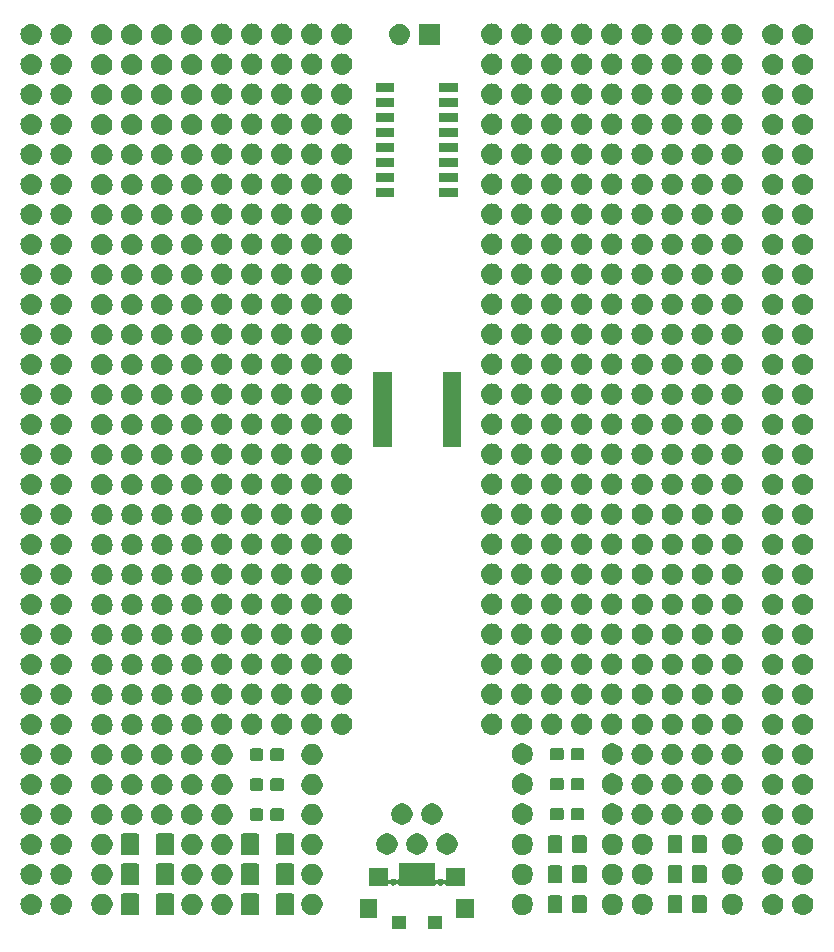
<source format=gts>
G04 #@! TF.GenerationSoftware,KiCad,Pcbnew,(5.1.0)-1*
G04 #@! TF.CreationDate,2020-08-15T17:28:16-05:00*
G04 #@! TF.ProjectId,AltbierProto,416c7462-6965-4725-9072-6f746f2e6b69,rev?*
G04 #@! TF.SameCoordinates,Original*
G04 #@! TF.FileFunction,Soldermask,Top*
G04 #@! TF.FilePolarity,Negative*
%FSLAX46Y46*%
G04 Gerber Fmt 4.6, Leading zero omitted, Abs format (unit mm)*
G04 Created by KiCad (PCBNEW (5.1.0)-1) date 2020-08-15 17:28:16*
%MOMM*%
%LPD*%
G04 APERTURE LIST*
%ADD10C,0.100000*%
G04 APERTURE END LIST*
D10*
G36*
X140221000Y-131041000D02*
G01*
X139019000Y-131041000D01*
X139019000Y-129939000D01*
X140221000Y-129939000D01*
X140221000Y-131041000D01*
X140221000Y-131041000D01*
G37*
G36*
X143221000Y-131041000D02*
G01*
X142019000Y-131041000D01*
X142019000Y-129939000D01*
X143221000Y-129939000D01*
X143221000Y-131041000D01*
X143221000Y-131041000D01*
G37*
G36*
X145921000Y-130111000D02*
G01*
X144469000Y-130111000D01*
X144469000Y-128509000D01*
X145921000Y-128509000D01*
X145921000Y-130111000D01*
X145921000Y-130111000D01*
G37*
G36*
X137771000Y-130111000D02*
G01*
X136319000Y-130111000D01*
X136319000Y-128509000D01*
X137771000Y-128509000D01*
X137771000Y-130111000D01*
X137771000Y-130111000D01*
G37*
G36*
X130570562Y-128048181D02*
G01*
X130605481Y-128058774D01*
X130637663Y-128075976D01*
X130665873Y-128099127D01*
X130689024Y-128127337D01*
X130706226Y-128159519D01*
X130716819Y-128194438D01*
X130721000Y-128236895D01*
X130721000Y-129703105D01*
X130716819Y-129745562D01*
X130706226Y-129780481D01*
X130689024Y-129812663D01*
X130665873Y-129840873D01*
X130637663Y-129864024D01*
X130605481Y-129881226D01*
X130570562Y-129891819D01*
X130528105Y-129896000D01*
X129386895Y-129896000D01*
X129344438Y-129891819D01*
X129309519Y-129881226D01*
X129277337Y-129864024D01*
X129249127Y-129840873D01*
X129225976Y-129812663D01*
X129208774Y-129780481D01*
X129198181Y-129745562D01*
X129194000Y-129703105D01*
X129194000Y-128236895D01*
X129198181Y-128194438D01*
X129208774Y-128159519D01*
X129225976Y-128127337D01*
X129249127Y-128099127D01*
X129277337Y-128075976D01*
X129309519Y-128058774D01*
X129344438Y-128048181D01*
X129386895Y-128044000D01*
X130528105Y-128044000D01*
X130570562Y-128048181D01*
X130570562Y-128048181D01*
G37*
G36*
X127595562Y-128048181D02*
G01*
X127630481Y-128058774D01*
X127662663Y-128075976D01*
X127690873Y-128099127D01*
X127714024Y-128127337D01*
X127731226Y-128159519D01*
X127741819Y-128194438D01*
X127746000Y-128236895D01*
X127746000Y-129703105D01*
X127741819Y-129745562D01*
X127731226Y-129780481D01*
X127714024Y-129812663D01*
X127690873Y-129840873D01*
X127662663Y-129864024D01*
X127630481Y-129881226D01*
X127595562Y-129891819D01*
X127553105Y-129896000D01*
X126411895Y-129896000D01*
X126369438Y-129891819D01*
X126334519Y-129881226D01*
X126302337Y-129864024D01*
X126274127Y-129840873D01*
X126250976Y-129812663D01*
X126233774Y-129780481D01*
X126223181Y-129745562D01*
X126219000Y-129703105D01*
X126219000Y-128236895D01*
X126223181Y-128194438D01*
X126233774Y-128159519D01*
X126250976Y-128127337D01*
X126274127Y-128099127D01*
X126302337Y-128075976D01*
X126334519Y-128058774D01*
X126369438Y-128048181D01*
X126411895Y-128044000D01*
X127553105Y-128044000D01*
X127595562Y-128048181D01*
X127595562Y-128048181D01*
G37*
G36*
X120410562Y-128048181D02*
G01*
X120445481Y-128058774D01*
X120477663Y-128075976D01*
X120505873Y-128099127D01*
X120529024Y-128127337D01*
X120546226Y-128159519D01*
X120556819Y-128194438D01*
X120561000Y-128236895D01*
X120561000Y-129703105D01*
X120556819Y-129745562D01*
X120546226Y-129780481D01*
X120529024Y-129812663D01*
X120505873Y-129840873D01*
X120477663Y-129864024D01*
X120445481Y-129881226D01*
X120410562Y-129891819D01*
X120368105Y-129896000D01*
X119226895Y-129896000D01*
X119184438Y-129891819D01*
X119149519Y-129881226D01*
X119117337Y-129864024D01*
X119089127Y-129840873D01*
X119065976Y-129812663D01*
X119048774Y-129780481D01*
X119038181Y-129745562D01*
X119034000Y-129703105D01*
X119034000Y-128236895D01*
X119038181Y-128194438D01*
X119048774Y-128159519D01*
X119065976Y-128127337D01*
X119089127Y-128099127D01*
X119117337Y-128075976D01*
X119149519Y-128058774D01*
X119184438Y-128048181D01*
X119226895Y-128044000D01*
X120368105Y-128044000D01*
X120410562Y-128048181D01*
X120410562Y-128048181D01*
G37*
G36*
X117435562Y-128048181D02*
G01*
X117470481Y-128058774D01*
X117502663Y-128075976D01*
X117530873Y-128099127D01*
X117554024Y-128127337D01*
X117571226Y-128159519D01*
X117581819Y-128194438D01*
X117586000Y-128236895D01*
X117586000Y-129703105D01*
X117581819Y-129745562D01*
X117571226Y-129780481D01*
X117554024Y-129812663D01*
X117530873Y-129840873D01*
X117502663Y-129864024D01*
X117470481Y-129881226D01*
X117435562Y-129891819D01*
X117393105Y-129896000D01*
X116251895Y-129896000D01*
X116209438Y-129891819D01*
X116174519Y-129881226D01*
X116142337Y-129864024D01*
X116114127Y-129840873D01*
X116090976Y-129812663D01*
X116073774Y-129780481D01*
X116063181Y-129745562D01*
X116059000Y-129703105D01*
X116059000Y-128236895D01*
X116063181Y-128194438D01*
X116073774Y-128159519D01*
X116090976Y-128127337D01*
X116114127Y-128099127D01*
X116142337Y-128075976D01*
X116174519Y-128058774D01*
X116209438Y-128048181D01*
X116251895Y-128044000D01*
X117393105Y-128044000D01*
X117435562Y-128048181D01*
X117435562Y-128048181D01*
G37*
G36*
X111110442Y-128085518D02*
G01*
X111176627Y-128092037D01*
X111346466Y-128143557D01*
X111502991Y-128227222D01*
X111518217Y-128239718D01*
X111640186Y-128339814D01*
X111723448Y-128441271D01*
X111752778Y-128477009D01*
X111836443Y-128633534D01*
X111887963Y-128803373D01*
X111905359Y-128980000D01*
X111887963Y-129156627D01*
X111836443Y-129326466D01*
X111752778Y-129482991D01*
X111727872Y-129513339D01*
X111640186Y-129620186D01*
X111548900Y-129695101D01*
X111502991Y-129732778D01*
X111346466Y-129816443D01*
X111176627Y-129867963D01*
X111110442Y-129874482D01*
X111044260Y-129881000D01*
X110955740Y-129881000D01*
X110889558Y-129874482D01*
X110823373Y-129867963D01*
X110653534Y-129816443D01*
X110497009Y-129732778D01*
X110451100Y-129695101D01*
X110359814Y-129620186D01*
X110272128Y-129513339D01*
X110247222Y-129482991D01*
X110163557Y-129326466D01*
X110112037Y-129156627D01*
X110094641Y-128980000D01*
X110112037Y-128803373D01*
X110163557Y-128633534D01*
X110247222Y-128477009D01*
X110276552Y-128441271D01*
X110359814Y-128339814D01*
X110481783Y-128239718D01*
X110497009Y-128227222D01*
X110653534Y-128143557D01*
X110823373Y-128092037D01*
X110889558Y-128085518D01*
X110955740Y-128079000D01*
X111044260Y-128079000D01*
X111110442Y-128085518D01*
X111110442Y-128085518D01*
G37*
G36*
X108570442Y-128085518D02*
G01*
X108636627Y-128092037D01*
X108806466Y-128143557D01*
X108962991Y-128227222D01*
X108978217Y-128239718D01*
X109100186Y-128339814D01*
X109183448Y-128441271D01*
X109212778Y-128477009D01*
X109296443Y-128633534D01*
X109347963Y-128803373D01*
X109365359Y-128980000D01*
X109347963Y-129156627D01*
X109296443Y-129326466D01*
X109212778Y-129482991D01*
X109187872Y-129513339D01*
X109100186Y-129620186D01*
X109008900Y-129695101D01*
X108962991Y-129732778D01*
X108806466Y-129816443D01*
X108636627Y-129867963D01*
X108570442Y-129874482D01*
X108504260Y-129881000D01*
X108415740Y-129881000D01*
X108349558Y-129874482D01*
X108283373Y-129867963D01*
X108113534Y-129816443D01*
X107957009Y-129732778D01*
X107911100Y-129695101D01*
X107819814Y-129620186D01*
X107732128Y-129513339D01*
X107707222Y-129482991D01*
X107623557Y-129326466D01*
X107572037Y-129156627D01*
X107554641Y-128980000D01*
X107572037Y-128803373D01*
X107623557Y-128633534D01*
X107707222Y-128477009D01*
X107736552Y-128441271D01*
X107819814Y-128339814D01*
X107941783Y-128239718D01*
X107957009Y-128227222D01*
X108113534Y-128143557D01*
X108283373Y-128092037D01*
X108349558Y-128085518D01*
X108415740Y-128079000D01*
X108504260Y-128079000D01*
X108570442Y-128085518D01*
X108570442Y-128085518D01*
G37*
G36*
X171350442Y-128085518D02*
G01*
X171416627Y-128092037D01*
X171586466Y-128143557D01*
X171742991Y-128227222D01*
X171758217Y-128239718D01*
X171880186Y-128339814D01*
X171963448Y-128441271D01*
X171992778Y-128477009D01*
X172076443Y-128633534D01*
X172127963Y-128803373D01*
X172145359Y-128980000D01*
X172127963Y-129156627D01*
X172076443Y-129326466D01*
X171992778Y-129482991D01*
X171967872Y-129513339D01*
X171880186Y-129620186D01*
X171788900Y-129695101D01*
X171742991Y-129732778D01*
X171586466Y-129816443D01*
X171416627Y-129867963D01*
X171350442Y-129874482D01*
X171284260Y-129881000D01*
X171195740Y-129881000D01*
X171129558Y-129874482D01*
X171063373Y-129867963D01*
X170893534Y-129816443D01*
X170737009Y-129732778D01*
X170691100Y-129695101D01*
X170599814Y-129620186D01*
X170512128Y-129513339D01*
X170487222Y-129482991D01*
X170403557Y-129326466D01*
X170352037Y-129156627D01*
X170334641Y-128980000D01*
X170352037Y-128803373D01*
X170403557Y-128633534D01*
X170487222Y-128477009D01*
X170516552Y-128441271D01*
X170599814Y-128339814D01*
X170721783Y-128239718D01*
X170737009Y-128227222D01*
X170893534Y-128143557D01*
X171063373Y-128092037D01*
X171129558Y-128085518D01*
X171195740Y-128079000D01*
X171284260Y-128079000D01*
X171350442Y-128085518D01*
X171350442Y-128085518D01*
G37*
G36*
X173890442Y-128085518D02*
G01*
X173956627Y-128092037D01*
X174126466Y-128143557D01*
X174282991Y-128227222D01*
X174298217Y-128239718D01*
X174420186Y-128339814D01*
X174503448Y-128441271D01*
X174532778Y-128477009D01*
X174616443Y-128633534D01*
X174667963Y-128803373D01*
X174685359Y-128980000D01*
X174667963Y-129156627D01*
X174616443Y-129326466D01*
X174532778Y-129482991D01*
X174507872Y-129513339D01*
X174420186Y-129620186D01*
X174328900Y-129695101D01*
X174282991Y-129732778D01*
X174126466Y-129816443D01*
X173956627Y-129867963D01*
X173890442Y-129874482D01*
X173824260Y-129881000D01*
X173735740Y-129881000D01*
X173669558Y-129874482D01*
X173603373Y-129867963D01*
X173433534Y-129816443D01*
X173277009Y-129732778D01*
X173231100Y-129695101D01*
X173139814Y-129620186D01*
X173052128Y-129513339D01*
X173027222Y-129482991D01*
X172943557Y-129326466D01*
X172892037Y-129156627D01*
X172874641Y-128980000D01*
X172892037Y-128803373D01*
X172943557Y-128633534D01*
X173027222Y-128477009D01*
X173056552Y-128441271D01*
X173139814Y-128339814D01*
X173261783Y-128239718D01*
X173277009Y-128227222D01*
X173433534Y-128143557D01*
X173603373Y-128092037D01*
X173669558Y-128085518D01*
X173735740Y-128079000D01*
X173824260Y-128079000D01*
X173890442Y-128085518D01*
X173890442Y-128085518D01*
G37*
G36*
X124723512Y-128073927D02*
G01*
X124872812Y-128103624D01*
X125036784Y-128171544D01*
X125184354Y-128270147D01*
X125309853Y-128395646D01*
X125408456Y-128543216D01*
X125476376Y-128707188D01*
X125511000Y-128881259D01*
X125511000Y-129058741D01*
X125476376Y-129232812D01*
X125408456Y-129396784D01*
X125309853Y-129544354D01*
X125184354Y-129669853D01*
X125036784Y-129768456D01*
X124872812Y-129836376D01*
X124723512Y-129866073D01*
X124698742Y-129871000D01*
X124521258Y-129871000D01*
X124496488Y-129866073D01*
X124347188Y-129836376D01*
X124183216Y-129768456D01*
X124035646Y-129669853D01*
X123910147Y-129544354D01*
X123811544Y-129396784D01*
X123743624Y-129232812D01*
X123709000Y-129058741D01*
X123709000Y-128881259D01*
X123743624Y-128707188D01*
X123811544Y-128543216D01*
X123910147Y-128395646D01*
X124035646Y-128270147D01*
X124183216Y-128171544D01*
X124347188Y-128103624D01*
X124496488Y-128073927D01*
X124521258Y-128069000D01*
X124698742Y-128069000D01*
X124723512Y-128073927D01*
X124723512Y-128073927D01*
G37*
G36*
X157773512Y-128073927D02*
G01*
X157922812Y-128103624D01*
X158086784Y-128171544D01*
X158234354Y-128270147D01*
X158359853Y-128395646D01*
X158458456Y-128543216D01*
X158526376Y-128707188D01*
X158561000Y-128881259D01*
X158561000Y-129058741D01*
X158526376Y-129232812D01*
X158458456Y-129396784D01*
X158359853Y-129544354D01*
X158234354Y-129669853D01*
X158086784Y-129768456D01*
X157922812Y-129836376D01*
X157773512Y-129866073D01*
X157748742Y-129871000D01*
X157571258Y-129871000D01*
X157546488Y-129866073D01*
X157397188Y-129836376D01*
X157233216Y-129768456D01*
X157085646Y-129669853D01*
X156960147Y-129544354D01*
X156861544Y-129396784D01*
X156793624Y-129232812D01*
X156759000Y-129058741D01*
X156759000Y-128881259D01*
X156793624Y-128707188D01*
X156861544Y-128543216D01*
X156960147Y-128395646D01*
X157085646Y-128270147D01*
X157233216Y-128171544D01*
X157397188Y-128103624D01*
X157546488Y-128073927D01*
X157571258Y-128069000D01*
X157748742Y-128069000D01*
X157773512Y-128073927D01*
X157773512Y-128073927D01*
G37*
G36*
X150153512Y-128073927D02*
G01*
X150302812Y-128103624D01*
X150466784Y-128171544D01*
X150614354Y-128270147D01*
X150739853Y-128395646D01*
X150838456Y-128543216D01*
X150906376Y-128707188D01*
X150941000Y-128881259D01*
X150941000Y-129058741D01*
X150906376Y-129232812D01*
X150838456Y-129396784D01*
X150739853Y-129544354D01*
X150614354Y-129669853D01*
X150466784Y-129768456D01*
X150302812Y-129836376D01*
X150153512Y-129866073D01*
X150128742Y-129871000D01*
X149951258Y-129871000D01*
X149926488Y-129866073D01*
X149777188Y-129836376D01*
X149613216Y-129768456D01*
X149465646Y-129669853D01*
X149340147Y-129544354D01*
X149241544Y-129396784D01*
X149173624Y-129232812D01*
X149139000Y-129058741D01*
X149139000Y-128881259D01*
X149173624Y-128707188D01*
X149241544Y-128543216D01*
X149340147Y-128395646D01*
X149465646Y-128270147D01*
X149613216Y-128171544D01*
X149777188Y-128103624D01*
X149926488Y-128073927D01*
X149951258Y-128069000D01*
X150128742Y-128069000D01*
X150153512Y-128073927D01*
X150153512Y-128073927D01*
G37*
G36*
X114563512Y-128073927D02*
G01*
X114712812Y-128103624D01*
X114876784Y-128171544D01*
X115024354Y-128270147D01*
X115149853Y-128395646D01*
X115248456Y-128543216D01*
X115316376Y-128707188D01*
X115351000Y-128881259D01*
X115351000Y-129058741D01*
X115316376Y-129232812D01*
X115248456Y-129396784D01*
X115149853Y-129544354D01*
X115024354Y-129669853D01*
X114876784Y-129768456D01*
X114712812Y-129836376D01*
X114563512Y-129866073D01*
X114538742Y-129871000D01*
X114361258Y-129871000D01*
X114336488Y-129866073D01*
X114187188Y-129836376D01*
X114023216Y-129768456D01*
X113875646Y-129669853D01*
X113750147Y-129544354D01*
X113651544Y-129396784D01*
X113583624Y-129232812D01*
X113549000Y-129058741D01*
X113549000Y-128881259D01*
X113583624Y-128707188D01*
X113651544Y-128543216D01*
X113750147Y-128395646D01*
X113875646Y-128270147D01*
X114023216Y-128171544D01*
X114187188Y-128103624D01*
X114336488Y-128073927D01*
X114361258Y-128069000D01*
X114538742Y-128069000D01*
X114563512Y-128073927D01*
X114563512Y-128073927D01*
G37*
G36*
X122183512Y-128073927D02*
G01*
X122332812Y-128103624D01*
X122496784Y-128171544D01*
X122644354Y-128270147D01*
X122769853Y-128395646D01*
X122868456Y-128543216D01*
X122936376Y-128707188D01*
X122971000Y-128881259D01*
X122971000Y-129058741D01*
X122936376Y-129232812D01*
X122868456Y-129396784D01*
X122769853Y-129544354D01*
X122644354Y-129669853D01*
X122496784Y-129768456D01*
X122332812Y-129836376D01*
X122183512Y-129866073D01*
X122158742Y-129871000D01*
X121981258Y-129871000D01*
X121956488Y-129866073D01*
X121807188Y-129836376D01*
X121643216Y-129768456D01*
X121495646Y-129669853D01*
X121370147Y-129544354D01*
X121271544Y-129396784D01*
X121203624Y-129232812D01*
X121169000Y-129058741D01*
X121169000Y-128881259D01*
X121203624Y-128707188D01*
X121271544Y-128543216D01*
X121370147Y-128395646D01*
X121495646Y-128270147D01*
X121643216Y-128171544D01*
X121807188Y-128103624D01*
X121956488Y-128073927D01*
X121981258Y-128069000D01*
X122158742Y-128069000D01*
X122183512Y-128073927D01*
X122183512Y-128073927D01*
G37*
G36*
X132343512Y-128073927D02*
G01*
X132492812Y-128103624D01*
X132656784Y-128171544D01*
X132804354Y-128270147D01*
X132929853Y-128395646D01*
X133028456Y-128543216D01*
X133096376Y-128707188D01*
X133131000Y-128881259D01*
X133131000Y-129058741D01*
X133096376Y-129232812D01*
X133028456Y-129396784D01*
X132929853Y-129544354D01*
X132804354Y-129669853D01*
X132656784Y-129768456D01*
X132492812Y-129836376D01*
X132343512Y-129866073D01*
X132318742Y-129871000D01*
X132141258Y-129871000D01*
X132116488Y-129866073D01*
X131967188Y-129836376D01*
X131803216Y-129768456D01*
X131655646Y-129669853D01*
X131530147Y-129544354D01*
X131431544Y-129396784D01*
X131363624Y-129232812D01*
X131329000Y-129058741D01*
X131329000Y-128881259D01*
X131363624Y-128707188D01*
X131431544Y-128543216D01*
X131530147Y-128395646D01*
X131655646Y-128270147D01*
X131803216Y-128171544D01*
X131967188Y-128103624D01*
X132116488Y-128073927D01*
X132141258Y-128069000D01*
X132318742Y-128069000D01*
X132343512Y-128073927D01*
X132343512Y-128073927D01*
G37*
G36*
X167933512Y-128063927D02*
G01*
X168082812Y-128093624D01*
X168246784Y-128161544D01*
X168394354Y-128260147D01*
X168519853Y-128385646D01*
X168618456Y-128533216D01*
X168686376Y-128697188D01*
X168721000Y-128871259D01*
X168721000Y-129048741D01*
X168686376Y-129222812D01*
X168618456Y-129386784D01*
X168519853Y-129534354D01*
X168394354Y-129659853D01*
X168246784Y-129758456D01*
X168082812Y-129826376D01*
X167933512Y-129856073D01*
X167908742Y-129861000D01*
X167731258Y-129861000D01*
X167706488Y-129856073D01*
X167557188Y-129826376D01*
X167393216Y-129758456D01*
X167245646Y-129659853D01*
X167120147Y-129534354D01*
X167021544Y-129386784D01*
X166953624Y-129222812D01*
X166919000Y-129048741D01*
X166919000Y-128871259D01*
X166953624Y-128697188D01*
X167021544Y-128533216D01*
X167120147Y-128385646D01*
X167245646Y-128260147D01*
X167393216Y-128161544D01*
X167557188Y-128093624D01*
X167706488Y-128063927D01*
X167731258Y-128059000D01*
X167908742Y-128059000D01*
X167933512Y-128063927D01*
X167933512Y-128063927D01*
G37*
G36*
X160313512Y-128063927D02*
G01*
X160462812Y-128093624D01*
X160626784Y-128161544D01*
X160774354Y-128260147D01*
X160899853Y-128385646D01*
X160998456Y-128533216D01*
X161066376Y-128697188D01*
X161101000Y-128871259D01*
X161101000Y-129048741D01*
X161066376Y-129222812D01*
X160998456Y-129386784D01*
X160899853Y-129534354D01*
X160774354Y-129659853D01*
X160626784Y-129758456D01*
X160462812Y-129826376D01*
X160313512Y-129856073D01*
X160288742Y-129861000D01*
X160111258Y-129861000D01*
X160086488Y-129856073D01*
X159937188Y-129826376D01*
X159773216Y-129758456D01*
X159625646Y-129659853D01*
X159500147Y-129534354D01*
X159401544Y-129386784D01*
X159333624Y-129222812D01*
X159299000Y-129048741D01*
X159299000Y-128871259D01*
X159333624Y-128697188D01*
X159401544Y-128533216D01*
X159500147Y-128385646D01*
X159625646Y-128260147D01*
X159773216Y-128161544D01*
X159937188Y-128093624D01*
X160086488Y-128063927D01*
X160111258Y-128059000D01*
X160288742Y-128059000D01*
X160313512Y-128063927D01*
X160313512Y-128063927D01*
G37*
G36*
X155328674Y-128223465D02*
G01*
X155366367Y-128234899D01*
X155401103Y-128253466D01*
X155431548Y-128278452D01*
X155456534Y-128308897D01*
X155475101Y-128343633D01*
X155486535Y-128381326D01*
X155491000Y-128426661D01*
X155491000Y-129513339D01*
X155486535Y-129558674D01*
X155475101Y-129596367D01*
X155456534Y-129631103D01*
X155431548Y-129661548D01*
X155401103Y-129686534D01*
X155366367Y-129705101D01*
X155328674Y-129716535D01*
X155283339Y-129721000D01*
X154446661Y-129721000D01*
X154401326Y-129716535D01*
X154363633Y-129705101D01*
X154328897Y-129686534D01*
X154298452Y-129661548D01*
X154273466Y-129631103D01*
X154254899Y-129596367D01*
X154243465Y-129558674D01*
X154239000Y-129513339D01*
X154239000Y-128426661D01*
X154243465Y-128381326D01*
X154254899Y-128343633D01*
X154273466Y-128308897D01*
X154298452Y-128278452D01*
X154328897Y-128253466D01*
X154363633Y-128234899D01*
X154401326Y-128223465D01*
X154446661Y-128219000D01*
X155283339Y-128219000D01*
X155328674Y-128223465D01*
X155328674Y-128223465D01*
G37*
G36*
X153278674Y-128223465D02*
G01*
X153316367Y-128234899D01*
X153351103Y-128253466D01*
X153381548Y-128278452D01*
X153406534Y-128308897D01*
X153425101Y-128343633D01*
X153436535Y-128381326D01*
X153441000Y-128426661D01*
X153441000Y-129513339D01*
X153436535Y-129558674D01*
X153425101Y-129596367D01*
X153406534Y-129631103D01*
X153381548Y-129661548D01*
X153351103Y-129686534D01*
X153316367Y-129705101D01*
X153278674Y-129716535D01*
X153233339Y-129721000D01*
X152396661Y-129721000D01*
X152351326Y-129716535D01*
X152313633Y-129705101D01*
X152278897Y-129686534D01*
X152248452Y-129661548D01*
X152223466Y-129631103D01*
X152204899Y-129596367D01*
X152193465Y-129558674D01*
X152189000Y-129513339D01*
X152189000Y-128426661D01*
X152193465Y-128381326D01*
X152204899Y-128343633D01*
X152223466Y-128308897D01*
X152248452Y-128278452D01*
X152278897Y-128253466D01*
X152313633Y-128234899D01*
X152351326Y-128223465D01*
X152396661Y-128219000D01*
X153233339Y-128219000D01*
X153278674Y-128223465D01*
X153278674Y-128223465D01*
G37*
G36*
X165488674Y-128213465D02*
G01*
X165526367Y-128224899D01*
X165561103Y-128243466D01*
X165591548Y-128268452D01*
X165616534Y-128298897D01*
X165635101Y-128333633D01*
X165646535Y-128371326D01*
X165651000Y-128416661D01*
X165651000Y-129503339D01*
X165646535Y-129548674D01*
X165635101Y-129586367D01*
X165616534Y-129621103D01*
X165591548Y-129651548D01*
X165561103Y-129676534D01*
X165526367Y-129695101D01*
X165488674Y-129706535D01*
X165443339Y-129711000D01*
X164606661Y-129711000D01*
X164561326Y-129706535D01*
X164523633Y-129695101D01*
X164488897Y-129676534D01*
X164458452Y-129651548D01*
X164433466Y-129621103D01*
X164414899Y-129586367D01*
X164403465Y-129548674D01*
X164399000Y-129503339D01*
X164399000Y-128416661D01*
X164403465Y-128371326D01*
X164414899Y-128333633D01*
X164433466Y-128298897D01*
X164458452Y-128268452D01*
X164488897Y-128243466D01*
X164523633Y-128224899D01*
X164561326Y-128213465D01*
X164606661Y-128209000D01*
X165443339Y-128209000D01*
X165488674Y-128213465D01*
X165488674Y-128213465D01*
G37*
G36*
X163438674Y-128213465D02*
G01*
X163476367Y-128224899D01*
X163511103Y-128243466D01*
X163541548Y-128268452D01*
X163566534Y-128298897D01*
X163585101Y-128333633D01*
X163596535Y-128371326D01*
X163601000Y-128416661D01*
X163601000Y-129503339D01*
X163596535Y-129548674D01*
X163585101Y-129586367D01*
X163566534Y-129621103D01*
X163541548Y-129651548D01*
X163511103Y-129676534D01*
X163476367Y-129695101D01*
X163438674Y-129706535D01*
X163393339Y-129711000D01*
X162556661Y-129711000D01*
X162511326Y-129706535D01*
X162473633Y-129695101D01*
X162438897Y-129676534D01*
X162408452Y-129651548D01*
X162383466Y-129621103D01*
X162364899Y-129586367D01*
X162353465Y-129548674D01*
X162349000Y-129503339D01*
X162349000Y-128416661D01*
X162353465Y-128371326D01*
X162364899Y-128333633D01*
X162383466Y-128298897D01*
X162408452Y-128268452D01*
X162438897Y-128243466D01*
X162473633Y-128224899D01*
X162511326Y-128213465D01*
X162556661Y-128209000D01*
X163393339Y-128209000D01*
X163438674Y-128213465D01*
X163438674Y-128213465D01*
G37*
G36*
X142671000Y-126811548D02*
G01*
X142673402Y-126835934D01*
X142680515Y-126859383D01*
X142692066Y-126880994D01*
X142707611Y-126899936D01*
X142726553Y-126915481D01*
X142748164Y-126927032D01*
X142771613Y-126934145D01*
X142795999Y-126936547D01*
X142820385Y-126934145D01*
X142843834Y-126927032D01*
X142865445Y-126915481D01*
X142884387Y-126899936D01*
X142886196Y-126898127D01*
X142886198Y-126898124D01*
X142928124Y-126856198D01*
X142977423Y-126823258D01*
X142977425Y-126823257D01*
X143032203Y-126800567D01*
X143090353Y-126789000D01*
X143149647Y-126789000D01*
X143207797Y-126800567D01*
X143262575Y-126823257D01*
X143262577Y-126823258D01*
X143311876Y-126856198D01*
X143353802Y-126898124D01*
X143353804Y-126898127D01*
X143355613Y-126899936D01*
X143374555Y-126915481D01*
X143396166Y-126927032D01*
X143419615Y-126934145D01*
X143444001Y-126936547D01*
X143468387Y-126934145D01*
X143491836Y-126927032D01*
X143513447Y-126915481D01*
X143532389Y-126899936D01*
X143547934Y-126880994D01*
X143559485Y-126859383D01*
X143566598Y-126835934D01*
X143569000Y-126811548D01*
X143569000Y-125889000D01*
X145171000Y-125889000D01*
X145171000Y-127391000D01*
X143569000Y-127391000D01*
X143569000Y-127368452D01*
X143566598Y-127344066D01*
X143559485Y-127320617D01*
X143547934Y-127299006D01*
X143532389Y-127280064D01*
X143513447Y-127264519D01*
X143491836Y-127252968D01*
X143468387Y-127245855D01*
X143444001Y-127243453D01*
X143419615Y-127245855D01*
X143396166Y-127252968D01*
X143374555Y-127264519D01*
X143355613Y-127280064D01*
X143353804Y-127281873D01*
X143353802Y-127281876D01*
X143311876Y-127323802D01*
X143262577Y-127356742D01*
X143262576Y-127356743D01*
X143262575Y-127356743D01*
X143207797Y-127379433D01*
X143149647Y-127391000D01*
X143090353Y-127391000D01*
X143032203Y-127379433D01*
X142977425Y-127356743D01*
X142977424Y-127356743D01*
X142977423Y-127356742D01*
X142928124Y-127323802D01*
X142886198Y-127281876D01*
X142886196Y-127281873D01*
X142884387Y-127280064D01*
X142865445Y-127264519D01*
X142843834Y-127252968D01*
X142820385Y-127245855D01*
X142795999Y-127243453D01*
X142771613Y-127245855D01*
X142748164Y-127252968D01*
X142726553Y-127264519D01*
X142707611Y-127280064D01*
X142692066Y-127299006D01*
X142680515Y-127320617D01*
X142673402Y-127344066D01*
X142671000Y-127368452D01*
X142671000Y-127391000D01*
X139569000Y-127391000D01*
X139569000Y-127368452D01*
X139566598Y-127344066D01*
X139559485Y-127320617D01*
X139547934Y-127299006D01*
X139532389Y-127280064D01*
X139513447Y-127264519D01*
X139491836Y-127252968D01*
X139468387Y-127245855D01*
X139444001Y-127243453D01*
X139419615Y-127245855D01*
X139396166Y-127252968D01*
X139374555Y-127264519D01*
X139355613Y-127280064D01*
X139353804Y-127281873D01*
X139353802Y-127281876D01*
X139311876Y-127323802D01*
X139262577Y-127356742D01*
X139262576Y-127356743D01*
X139262575Y-127356743D01*
X139207797Y-127379433D01*
X139149647Y-127391000D01*
X139090353Y-127391000D01*
X139032203Y-127379433D01*
X138977425Y-127356743D01*
X138977424Y-127356743D01*
X138977423Y-127356742D01*
X138928124Y-127323802D01*
X138886198Y-127281876D01*
X138886196Y-127281873D01*
X138884387Y-127280064D01*
X138865445Y-127264519D01*
X138843834Y-127252968D01*
X138820385Y-127245855D01*
X138795999Y-127243453D01*
X138771613Y-127245855D01*
X138748164Y-127252968D01*
X138726553Y-127264519D01*
X138707611Y-127280064D01*
X138692066Y-127299006D01*
X138680515Y-127320617D01*
X138673402Y-127344066D01*
X138671000Y-127368452D01*
X138671000Y-127391000D01*
X137069000Y-127391000D01*
X137069000Y-125889000D01*
X138671000Y-125889000D01*
X138671000Y-126811548D01*
X138673402Y-126835934D01*
X138680515Y-126859383D01*
X138692066Y-126880994D01*
X138707611Y-126899936D01*
X138726553Y-126915481D01*
X138748164Y-126927032D01*
X138771613Y-126934145D01*
X138795999Y-126936547D01*
X138820385Y-126934145D01*
X138843834Y-126927032D01*
X138865445Y-126915481D01*
X138884387Y-126899936D01*
X138886196Y-126898127D01*
X138886198Y-126898124D01*
X138928124Y-126856198D01*
X138977423Y-126823258D01*
X138977425Y-126823257D01*
X139032203Y-126800567D01*
X139090353Y-126789000D01*
X139149647Y-126789000D01*
X139207797Y-126800567D01*
X139262575Y-126823257D01*
X139262577Y-126823258D01*
X139311876Y-126856198D01*
X139353802Y-126898124D01*
X139353804Y-126898127D01*
X139355613Y-126899936D01*
X139374555Y-126915481D01*
X139396166Y-126927032D01*
X139419615Y-126934145D01*
X139444001Y-126936547D01*
X139468387Y-126934145D01*
X139491836Y-126927032D01*
X139513447Y-126915481D01*
X139532389Y-126899936D01*
X139547934Y-126880994D01*
X139559485Y-126859383D01*
X139566598Y-126835934D01*
X139569000Y-126811548D01*
X139569000Y-125489000D01*
X142671000Y-125489000D01*
X142671000Y-126811548D01*
X142671000Y-126811548D01*
G37*
G36*
X130570562Y-125508181D02*
G01*
X130605481Y-125518774D01*
X130637663Y-125535976D01*
X130665873Y-125559127D01*
X130689024Y-125587337D01*
X130706226Y-125619519D01*
X130716819Y-125654438D01*
X130721000Y-125696895D01*
X130721000Y-127163105D01*
X130716819Y-127205562D01*
X130706226Y-127240481D01*
X130689024Y-127272663D01*
X130665873Y-127300873D01*
X130637663Y-127324024D01*
X130605481Y-127341226D01*
X130570562Y-127351819D01*
X130528105Y-127356000D01*
X129386895Y-127356000D01*
X129344438Y-127351819D01*
X129309519Y-127341226D01*
X129277337Y-127324024D01*
X129249127Y-127300873D01*
X129225976Y-127272663D01*
X129208774Y-127240481D01*
X129198181Y-127205562D01*
X129194000Y-127163105D01*
X129194000Y-125696895D01*
X129198181Y-125654438D01*
X129208774Y-125619519D01*
X129225976Y-125587337D01*
X129249127Y-125559127D01*
X129277337Y-125535976D01*
X129309519Y-125518774D01*
X129344438Y-125508181D01*
X129386895Y-125504000D01*
X130528105Y-125504000D01*
X130570562Y-125508181D01*
X130570562Y-125508181D01*
G37*
G36*
X127595562Y-125508181D02*
G01*
X127630481Y-125518774D01*
X127662663Y-125535976D01*
X127690873Y-125559127D01*
X127714024Y-125587337D01*
X127731226Y-125619519D01*
X127741819Y-125654438D01*
X127746000Y-125696895D01*
X127746000Y-127163105D01*
X127741819Y-127205562D01*
X127731226Y-127240481D01*
X127714024Y-127272663D01*
X127690873Y-127300873D01*
X127662663Y-127324024D01*
X127630481Y-127341226D01*
X127595562Y-127351819D01*
X127553105Y-127356000D01*
X126411895Y-127356000D01*
X126369438Y-127351819D01*
X126334519Y-127341226D01*
X126302337Y-127324024D01*
X126274127Y-127300873D01*
X126250976Y-127272663D01*
X126233774Y-127240481D01*
X126223181Y-127205562D01*
X126219000Y-127163105D01*
X126219000Y-125696895D01*
X126223181Y-125654438D01*
X126233774Y-125619519D01*
X126250976Y-125587337D01*
X126274127Y-125559127D01*
X126302337Y-125535976D01*
X126334519Y-125518774D01*
X126369438Y-125508181D01*
X126411895Y-125504000D01*
X127553105Y-125504000D01*
X127595562Y-125508181D01*
X127595562Y-125508181D01*
G37*
G36*
X120410562Y-125508181D02*
G01*
X120445481Y-125518774D01*
X120477663Y-125535976D01*
X120505873Y-125559127D01*
X120529024Y-125587337D01*
X120546226Y-125619519D01*
X120556819Y-125654438D01*
X120561000Y-125696895D01*
X120561000Y-127163105D01*
X120556819Y-127205562D01*
X120546226Y-127240481D01*
X120529024Y-127272663D01*
X120505873Y-127300873D01*
X120477663Y-127324024D01*
X120445481Y-127341226D01*
X120410562Y-127351819D01*
X120368105Y-127356000D01*
X119226895Y-127356000D01*
X119184438Y-127351819D01*
X119149519Y-127341226D01*
X119117337Y-127324024D01*
X119089127Y-127300873D01*
X119065976Y-127272663D01*
X119048774Y-127240481D01*
X119038181Y-127205562D01*
X119034000Y-127163105D01*
X119034000Y-125696895D01*
X119038181Y-125654438D01*
X119048774Y-125619519D01*
X119065976Y-125587337D01*
X119089127Y-125559127D01*
X119117337Y-125535976D01*
X119149519Y-125518774D01*
X119184438Y-125508181D01*
X119226895Y-125504000D01*
X120368105Y-125504000D01*
X120410562Y-125508181D01*
X120410562Y-125508181D01*
G37*
G36*
X117435562Y-125508181D02*
G01*
X117470481Y-125518774D01*
X117502663Y-125535976D01*
X117530873Y-125559127D01*
X117554024Y-125587337D01*
X117571226Y-125619519D01*
X117581819Y-125654438D01*
X117586000Y-125696895D01*
X117586000Y-127163105D01*
X117581819Y-127205562D01*
X117571226Y-127240481D01*
X117554024Y-127272663D01*
X117530873Y-127300873D01*
X117502663Y-127324024D01*
X117470481Y-127341226D01*
X117435562Y-127351819D01*
X117393105Y-127356000D01*
X116251895Y-127356000D01*
X116209438Y-127351819D01*
X116174519Y-127341226D01*
X116142337Y-127324024D01*
X116114127Y-127300873D01*
X116090976Y-127272663D01*
X116073774Y-127240481D01*
X116063181Y-127205562D01*
X116059000Y-127163105D01*
X116059000Y-125696895D01*
X116063181Y-125654438D01*
X116073774Y-125619519D01*
X116090976Y-125587337D01*
X116114127Y-125559127D01*
X116142337Y-125535976D01*
X116174519Y-125518774D01*
X116209438Y-125508181D01*
X116251895Y-125504000D01*
X117393105Y-125504000D01*
X117435562Y-125508181D01*
X117435562Y-125508181D01*
G37*
G36*
X171350443Y-125545519D02*
G01*
X171416627Y-125552037D01*
X171586466Y-125603557D01*
X171742991Y-125687222D01*
X171758217Y-125699718D01*
X171880186Y-125799814D01*
X171963448Y-125901271D01*
X171992778Y-125937009D01*
X172076443Y-126093534D01*
X172127963Y-126263373D01*
X172145359Y-126440000D01*
X172127963Y-126616627D01*
X172076443Y-126786466D01*
X171992778Y-126942991D01*
X171967872Y-126973339D01*
X171880186Y-127080186D01*
X171788900Y-127155101D01*
X171742991Y-127192778D01*
X171742989Y-127192779D01*
X171648186Y-127243453D01*
X171586466Y-127276443D01*
X171416627Y-127327963D01*
X171350442Y-127334482D01*
X171284260Y-127341000D01*
X171195740Y-127341000D01*
X171129558Y-127334482D01*
X171063373Y-127327963D01*
X170893534Y-127276443D01*
X170831815Y-127243453D01*
X170737011Y-127192779D01*
X170737009Y-127192778D01*
X170691100Y-127155101D01*
X170599814Y-127080186D01*
X170512128Y-126973339D01*
X170487222Y-126942991D01*
X170403557Y-126786466D01*
X170352037Y-126616627D01*
X170334641Y-126440000D01*
X170352037Y-126263373D01*
X170403557Y-126093534D01*
X170487222Y-125937009D01*
X170516552Y-125901271D01*
X170599814Y-125799814D01*
X170721783Y-125699718D01*
X170737009Y-125687222D01*
X170893534Y-125603557D01*
X171063373Y-125552037D01*
X171129557Y-125545519D01*
X171195740Y-125539000D01*
X171284260Y-125539000D01*
X171350443Y-125545519D01*
X171350443Y-125545519D01*
G37*
G36*
X173890443Y-125545519D02*
G01*
X173956627Y-125552037D01*
X174126466Y-125603557D01*
X174282991Y-125687222D01*
X174298217Y-125699718D01*
X174420186Y-125799814D01*
X174503448Y-125901271D01*
X174532778Y-125937009D01*
X174616443Y-126093534D01*
X174667963Y-126263373D01*
X174685359Y-126440000D01*
X174667963Y-126616627D01*
X174616443Y-126786466D01*
X174532778Y-126942991D01*
X174507872Y-126973339D01*
X174420186Y-127080186D01*
X174328900Y-127155101D01*
X174282991Y-127192778D01*
X174282989Y-127192779D01*
X174188186Y-127243453D01*
X174126466Y-127276443D01*
X173956627Y-127327963D01*
X173890442Y-127334482D01*
X173824260Y-127341000D01*
X173735740Y-127341000D01*
X173669558Y-127334482D01*
X173603373Y-127327963D01*
X173433534Y-127276443D01*
X173371815Y-127243453D01*
X173277011Y-127192779D01*
X173277009Y-127192778D01*
X173231100Y-127155101D01*
X173139814Y-127080186D01*
X173052128Y-126973339D01*
X173027222Y-126942991D01*
X172943557Y-126786466D01*
X172892037Y-126616627D01*
X172874641Y-126440000D01*
X172892037Y-126263373D01*
X172943557Y-126093534D01*
X173027222Y-125937009D01*
X173056552Y-125901271D01*
X173139814Y-125799814D01*
X173261783Y-125699718D01*
X173277009Y-125687222D01*
X173433534Y-125603557D01*
X173603373Y-125552037D01*
X173669557Y-125545519D01*
X173735740Y-125539000D01*
X173824260Y-125539000D01*
X173890443Y-125545519D01*
X173890443Y-125545519D01*
G37*
G36*
X111110443Y-125545519D02*
G01*
X111176627Y-125552037D01*
X111346466Y-125603557D01*
X111502991Y-125687222D01*
X111518217Y-125699718D01*
X111640186Y-125799814D01*
X111723448Y-125901271D01*
X111752778Y-125937009D01*
X111836443Y-126093534D01*
X111887963Y-126263373D01*
X111905359Y-126440000D01*
X111887963Y-126616627D01*
X111836443Y-126786466D01*
X111752778Y-126942991D01*
X111727872Y-126973339D01*
X111640186Y-127080186D01*
X111548900Y-127155101D01*
X111502991Y-127192778D01*
X111502989Y-127192779D01*
X111408186Y-127243453D01*
X111346466Y-127276443D01*
X111176627Y-127327963D01*
X111110442Y-127334482D01*
X111044260Y-127341000D01*
X110955740Y-127341000D01*
X110889558Y-127334482D01*
X110823373Y-127327963D01*
X110653534Y-127276443D01*
X110591815Y-127243453D01*
X110497011Y-127192779D01*
X110497009Y-127192778D01*
X110451100Y-127155101D01*
X110359814Y-127080186D01*
X110272128Y-126973339D01*
X110247222Y-126942991D01*
X110163557Y-126786466D01*
X110112037Y-126616627D01*
X110094641Y-126440000D01*
X110112037Y-126263373D01*
X110163557Y-126093534D01*
X110247222Y-125937009D01*
X110276552Y-125901271D01*
X110359814Y-125799814D01*
X110481783Y-125699718D01*
X110497009Y-125687222D01*
X110653534Y-125603557D01*
X110823373Y-125552037D01*
X110889557Y-125545519D01*
X110955740Y-125539000D01*
X111044260Y-125539000D01*
X111110443Y-125545519D01*
X111110443Y-125545519D01*
G37*
G36*
X108570443Y-125545519D02*
G01*
X108636627Y-125552037D01*
X108806466Y-125603557D01*
X108962991Y-125687222D01*
X108978217Y-125699718D01*
X109100186Y-125799814D01*
X109183448Y-125901271D01*
X109212778Y-125937009D01*
X109296443Y-126093534D01*
X109347963Y-126263373D01*
X109365359Y-126440000D01*
X109347963Y-126616627D01*
X109296443Y-126786466D01*
X109212778Y-126942991D01*
X109187872Y-126973339D01*
X109100186Y-127080186D01*
X109008900Y-127155101D01*
X108962991Y-127192778D01*
X108962989Y-127192779D01*
X108868186Y-127243453D01*
X108806466Y-127276443D01*
X108636627Y-127327963D01*
X108570442Y-127334482D01*
X108504260Y-127341000D01*
X108415740Y-127341000D01*
X108349558Y-127334482D01*
X108283373Y-127327963D01*
X108113534Y-127276443D01*
X108051815Y-127243453D01*
X107957011Y-127192779D01*
X107957009Y-127192778D01*
X107911100Y-127155101D01*
X107819814Y-127080186D01*
X107732128Y-126973339D01*
X107707222Y-126942991D01*
X107623557Y-126786466D01*
X107572037Y-126616627D01*
X107554641Y-126440000D01*
X107572037Y-126263373D01*
X107623557Y-126093534D01*
X107707222Y-125937009D01*
X107736552Y-125901271D01*
X107819814Y-125799814D01*
X107941783Y-125699718D01*
X107957009Y-125687222D01*
X108113534Y-125603557D01*
X108283373Y-125552037D01*
X108349557Y-125545519D01*
X108415740Y-125539000D01*
X108504260Y-125539000D01*
X108570443Y-125545519D01*
X108570443Y-125545519D01*
G37*
G36*
X122183512Y-125533927D02*
G01*
X122332812Y-125563624D01*
X122496784Y-125631544D01*
X122644354Y-125730147D01*
X122769853Y-125855646D01*
X122868456Y-126003216D01*
X122936376Y-126167188D01*
X122971000Y-126341259D01*
X122971000Y-126518741D01*
X122936376Y-126692812D01*
X122868456Y-126856784D01*
X122769853Y-127004354D01*
X122644354Y-127129853D01*
X122496784Y-127228456D01*
X122332812Y-127296376D01*
X122183512Y-127326073D01*
X122158742Y-127331000D01*
X121981258Y-127331000D01*
X121956488Y-127326073D01*
X121807188Y-127296376D01*
X121643216Y-127228456D01*
X121495646Y-127129853D01*
X121370147Y-127004354D01*
X121271544Y-126856784D01*
X121203624Y-126692812D01*
X121169000Y-126518741D01*
X121169000Y-126341259D01*
X121203624Y-126167188D01*
X121271544Y-126003216D01*
X121370147Y-125855646D01*
X121495646Y-125730147D01*
X121643216Y-125631544D01*
X121807188Y-125563624D01*
X121956488Y-125533927D01*
X121981258Y-125529000D01*
X122158742Y-125529000D01*
X122183512Y-125533927D01*
X122183512Y-125533927D01*
G37*
G36*
X114563512Y-125533927D02*
G01*
X114712812Y-125563624D01*
X114876784Y-125631544D01*
X115024354Y-125730147D01*
X115149853Y-125855646D01*
X115248456Y-126003216D01*
X115316376Y-126167188D01*
X115351000Y-126341259D01*
X115351000Y-126518741D01*
X115316376Y-126692812D01*
X115248456Y-126856784D01*
X115149853Y-127004354D01*
X115024354Y-127129853D01*
X114876784Y-127228456D01*
X114712812Y-127296376D01*
X114563512Y-127326073D01*
X114538742Y-127331000D01*
X114361258Y-127331000D01*
X114336488Y-127326073D01*
X114187188Y-127296376D01*
X114023216Y-127228456D01*
X113875646Y-127129853D01*
X113750147Y-127004354D01*
X113651544Y-126856784D01*
X113583624Y-126692812D01*
X113549000Y-126518741D01*
X113549000Y-126341259D01*
X113583624Y-126167188D01*
X113651544Y-126003216D01*
X113750147Y-125855646D01*
X113875646Y-125730147D01*
X114023216Y-125631544D01*
X114187188Y-125563624D01*
X114336488Y-125533927D01*
X114361258Y-125529000D01*
X114538742Y-125529000D01*
X114563512Y-125533927D01*
X114563512Y-125533927D01*
G37*
G36*
X157773512Y-125533927D02*
G01*
X157922812Y-125563624D01*
X158086784Y-125631544D01*
X158234354Y-125730147D01*
X158359853Y-125855646D01*
X158458456Y-126003216D01*
X158526376Y-126167188D01*
X158561000Y-126341259D01*
X158561000Y-126518741D01*
X158526376Y-126692812D01*
X158458456Y-126856784D01*
X158359853Y-127004354D01*
X158234354Y-127129853D01*
X158086784Y-127228456D01*
X157922812Y-127296376D01*
X157773512Y-127326073D01*
X157748742Y-127331000D01*
X157571258Y-127331000D01*
X157546488Y-127326073D01*
X157397188Y-127296376D01*
X157233216Y-127228456D01*
X157085646Y-127129853D01*
X156960147Y-127004354D01*
X156861544Y-126856784D01*
X156793624Y-126692812D01*
X156759000Y-126518741D01*
X156759000Y-126341259D01*
X156793624Y-126167188D01*
X156861544Y-126003216D01*
X156960147Y-125855646D01*
X157085646Y-125730147D01*
X157233216Y-125631544D01*
X157397188Y-125563624D01*
X157546488Y-125533927D01*
X157571258Y-125529000D01*
X157748742Y-125529000D01*
X157773512Y-125533927D01*
X157773512Y-125533927D01*
G37*
G36*
X150153512Y-125533927D02*
G01*
X150302812Y-125563624D01*
X150466784Y-125631544D01*
X150614354Y-125730147D01*
X150739853Y-125855646D01*
X150838456Y-126003216D01*
X150906376Y-126167188D01*
X150941000Y-126341259D01*
X150941000Y-126518741D01*
X150906376Y-126692812D01*
X150838456Y-126856784D01*
X150739853Y-127004354D01*
X150614354Y-127129853D01*
X150466784Y-127228456D01*
X150302812Y-127296376D01*
X150153512Y-127326073D01*
X150128742Y-127331000D01*
X149951258Y-127331000D01*
X149926488Y-127326073D01*
X149777188Y-127296376D01*
X149613216Y-127228456D01*
X149465646Y-127129853D01*
X149340147Y-127004354D01*
X149241544Y-126856784D01*
X149173624Y-126692812D01*
X149139000Y-126518741D01*
X149139000Y-126341259D01*
X149173624Y-126167188D01*
X149241544Y-126003216D01*
X149340147Y-125855646D01*
X149465646Y-125730147D01*
X149613216Y-125631544D01*
X149777188Y-125563624D01*
X149926488Y-125533927D01*
X149951258Y-125529000D01*
X150128742Y-125529000D01*
X150153512Y-125533927D01*
X150153512Y-125533927D01*
G37*
G36*
X124723512Y-125533927D02*
G01*
X124872812Y-125563624D01*
X125036784Y-125631544D01*
X125184354Y-125730147D01*
X125309853Y-125855646D01*
X125408456Y-126003216D01*
X125476376Y-126167188D01*
X125511000Y-126341259D01*
X125511000Y-126518741D01*
X125476376Y-126692812D01*
X125408456Y-126856784D01*
X125309853Y-127004354D01*
X125184354Y-127129853D01*
X125036784Y-127228456D01*
X124872812Y-127296376D01*
X124723512Y-127326073D01*
X124698742Y-127331000D01*
X124521258Y-127331000D01*
X124496488Y-127326073D01*
X124347188Y-127296376D01*
X124183216Y-127228456D01*
X124035646Y-127129853D01*
X123910147Y-127004354D01*
X123811544Y-126856784D01*
X123743624Y-126692812D01*
X123709000Y-126518741D01*
X123709000Y-126341259D01*
X123743624Y-126167188D01*
X123811544Y-126003216D01*
X123910147Y-125855646D01*
X124035646Y-125730147D01*
X124183216Y-125631544D01*
X124347188Y-125563624D01*
X124496488Y-125533927D01*
X124521258Y-125529000D01*
X124698742Y-125529000D01*
X124723512Y-125533927D01*
X124723512Y-125533927D01*
G37*
G36*
X132343512Y-125533927D02*
G01*
X132492812Y-125563624D01*
X132656784Y-125631544D01*
X132804354Y-125730147D01*
X132929853Y-125855646D01*
X133028456Y-126003216D01*
X133096376Y-126167188D01*
X133131000Y-126341259D01*
X133131000Y-126518741D01*
X133096376Y-126692812D01*
X133028456Y-126856784D01*
X132929853Y-127004354D01*
X132804354Y-127129853D01*
X132656784Y-127228456D01*
X132492812Y-127296376D01*
X132343512Y-127326073D01*
X132318742Y-127331000D01*
X132141258Y-127331000D01*
X132116488Y-127326073D01*
X131967188Y-127296376D01*
X131803216Y-127228456D01*
X131655646Y-127129853D01*
X131530147Y-127004354D01*
X131431544Y-126856784D01*
X131363624Y-126692812D01*
X131329000Y-126518741D01*
X131329000Y-126341259D01*
X131363624Y-126167188D01*
X131431544Y-126003216D01*
X131530147Y-125855646D01*
X131655646Y-125730147D01*
X131803216Y-125631544D01*
X131967188Y-125563624D01*
X132116488Y-125533927D01*
X132141258Y-125529000D01*
X132318742Y-125529000D01*
X132343512Y-125533927D01*
X132343512Y-125533927D01*
G37*
G36*
X167933512Y-125523927D02*
G01*
X168082812Y-125553624D01*
X168246784Y-125621544D01*
X168394354Y-125720147D01*
X168519853Y-125845646D01*
X168618456Y-125993216D01*
X168686376Y-126157188D01*
X168721000Y-126331259D01*
X168721000Y-126508741D01*
X168686376Y-126682812D01*
X168618456Y-126846784D01*
X168519853Y-126994354D01*
X168394354Y-127119853D01*
X168246784Y-127218456D01*
X168082812Y-127286376D01*
X167933512Y-127316073D01*
X167908742Y-127321000D01*
X167731258Y-127321000D01*
X167706488Y-127316073D01*
X167557188Y-127286376D01*
X167393216Y-127218456D01*
X167245646Y-127119853D01*
X167120147Y-126994354D01*
X167021544Y-126846784D01*
X166953624Y-126682812D01*
X166919000Y-126508741D01*
X166919000Y-126331259D01*
X166953624Y-126157188D01*
X167021544Y-125993216D01*
X167120147Y-125845646D01*
X167245646Y-125720147D01*
X167393216Y-125621544D01*
X167557188Y-125553624D01*
X167706488Y-125523927D01*
X167731258Y-125519000D01*
X167908742Y-125519000D01*
X167933512Y-125523927D01*
X167933512Y-125523927D01*
G37*
G36*
X160313512Y-125523927D02*
G01*
X160462812Y-125553624D01*
X160626784Y-125621544D01*
X160774354Y-125720147D01*
X160899853Y-125845646D01*
X160998456Y-125993216D01*
X161066376Y-126157188D01*
X161101000Y-126331259D01*
X161101000Y-126508741D01*
X161066376Y-126682812D01*
X160998456Y-126846784D01*
X160899853Y-126994354D01*
X160774354Y-127119853D01*
X160626784Y-127218456D01*
X160462812Y-127286376D01*
X160313512Y-127316073D01*
X160288742Y-127321000D01*
X160111258Y-127321000D01*
X160086488Y-127316073D01*
X159937188Y-127286376D01*
X159773216Y-127218456D01*
X159625646Y-127119853D01*
X159500147Y-126994354D01*
X159401544Y-126846784D01*
X159333624Y-126682812D01*
X159299000Y-126508741D01*
X159299000Y-126331259D01*
X159333624Y-126157188D01*
X159401544Y-125993216D01*
X159500147Y-125845646D01*
X159625646Y-125720147D01*
X159773216Y-125621544D01*
X159937188Y-125553624D01*
X160086488Y-125523927D01*
X160111258Y-125519000D01*
X160288742Y-125519000D01*
X160313512Y-125523927D01*
X160313512Y-125523927D01*
G37*
G36*
X153278674Y-125683465D02*
G01*
X153316367Y-125694899D01*
X153351103Y-125713466D01*
X153381548Y-125738452D01*
X153406534Y-125768897D01*
X153425101Y-125803633D01*
X153436535Y-125841326D01*
X153441000Y-125886661D01*
X153441000Y-126973339D01*
X153436535Y-127018674D01*
X153425101Y-127056367D01*
X153406534Y-127091103D01*
X153381548Y-127121548D01*
X153351103Y-127146534D01*
X153316367Y-127165101D01*
X153278674Y-127176535D01*
X153233339Y-127181000D01*
X152396661Y-127181000D01*
X152351326Y-127176535D01*
X152313633Y-127165101D01*
X152278897Y-127146534D01*
X152248452Y-127121548D01*
X152223466Y-127091103D01*
X152204899Y-127056367D01*
X152193465Y-127018674D01*
X152189000Y-126973339D01*
X152189000Y-125886661D01*
X152193465Y-125841326D01*
X152204899Y-125803633D01*
X152223466Y-125768897D01*
X152248452Y-125738452D01*
X152278897Y-125713466D01*
X152313633Y-125694899D01*
X152351326Y-125683465D01*
X152396661Y-125679000D01*
X153233339Y-125679000D01*
X153278674Y-125683465D01*
X153278674Y-125683465D01*
G37*
G36*
X155328674Y-125683465D02*
G01*
X155366367Y-125694899D01*
X155401103Y-125713466D01*
X155431548Y-125738452D01*
X155456534Y-125768897D01*
X155475101Y-125803633D01*
X155486535Y-125841326D01*
X155491000Y-125886661D01*
X155491000Y-126973339D01*
X155486535Y-127018674D01*
X155475101Y-127056367D01*
X155456534Y-127091103D01*
X155431548Y-127121548D01*
X155401103Y-127146534D01*
X155366367Y-127165101D01*
X155328674Y-127176535D01*
X155283339Y-127181000D01*
X154446661Y-127181000D01*
X154401326Y-127176535D01*
X154363633Y-127165101D01*
X154328897Y-127146534D01*
X154298452Y-127121548D01*
X154273466Y-127091103D01*
X154254899Y-127056367D01*
X154243465Y-127018674D01*
X154239000Y-126973339D01*
X154239000Y-125886661D01*
X154243465Y-125841326D01*
X154254899Y-125803633D01*
X154273466Y-125768897D01*
X154298452Y-125738452D01*
X154328897Y-125713466D01*
X154363633Y-125694899D01*
X154401326Y-125683465D01*
X154446661Y-125679000D01*
X155283339Y-125679000D01*
X155328674Y-125683465D01*
X155328674Y-125683465D01*
G37*
G36*
X165488674Y-125673465D02*
G01*
X165526367Y-125684899D01*
X165561103Y-125703466D01*
X165591548Y-125728452D01*
X165616534Y-125758897D01*
X165635101Y-125793633D01*
X165646535Y-125831326D01*
X165651000Y-125876661D01*
X165651000Y-126963339D01*
X165646535Y-127008674D01*
X165635101Y-127046367D01*
X165616534Y-127081103D01*
X165591548Y-127111548D01*
X165561103Y-127136534D01*
X165526367Y-127155101D01*
X165488674Y-127166535D01*
X165443339Y-127171000D01*
X164606661Y-127171000D01*
X164561326Y-127166535D01*
X164523633Y-127155101D01*
X164488897Y-127136534D01*
X164458452Y-127111548D01*
X164433466Y-127081103D01*
X164414899Y-127046367D01*
X164403465Y-127008674D01*
X164399000Y-126963339D01*
X164399000Y-125876661D01*
X164403465Y-125831326D01*
X164414899Y-125793633D01*
X164433466Y-125758897D01*
X164458452Y-125728452D01*
X164488897Y-125703466D01*
X164523633Y-125684899D01*
X164561326Y-125673465D01*
X164606661Y-125669000D01*
X165443339Y-125669000D01*
X165488674Y-125673465D01*
X165488674Y-125673465D01*
G37*
G36*
X163438674Y-125673465D02*
G01*
X163476367Y-125684899D01*
X163511103Y-125703466D01*
X163541548Y-125728452D01*
X163566534Y-125758897D01*
X163585101Y-125793633D01*
X163596535Y-125831326D01*
X163601000Y-125876661D01*
X163601000Y-126963339D01*
X163596535Y-127008674D01*
X163585101Y-127046367D01*
X163566534Y-127081103D01*
X163541548Y-127111548D01*
X163511103Y-127136534D01*
X163476367Y-127155101D01*
X163438674Y-127166535D01*
X163393339Y-127171000D01*
X162556661Y-127171000D01*
X162511326Y-127166535D01*
X162473633Y-127155101D01*
X162438897Y-127136534D01*
X162408452Y-127111548D01*
X162383466Y-127081103D01*
X162364899Y-127046367D01*
X162353465Y-127008674D01*
X162349000Y-126963339D01*
X162349000Y-125876661D01*
X162353465Y-125831326D01*
X162364899Y-125793633D01*
X162383466Y-125758897D01*
X162408452Y-125728452D01*
X162438897Y-125703466D01*
X162473633Y-125684899D01*
X162511326Y-125673465D01*
X162556661Y-125669000D01*
X163393339Y-125669000D01*
X163438674Y-125673465D01*
X163438674Y-125673465D01*
G37*
G36*
X120410562Y-122978181D02*
G01*
X120445481Y-122988774D01*
X120477663Y-123005976D01*
X120505873Y-123029127D01*
X120529024Y-123057337D01*
X120546226Y-123089519D01*
X120556819Y-123124438D01*
X120561000Y-123166895D01*
X120561000Y-124633105D01*
X120556819Y-124675562D01*
X120546226Y-124710481D01*
X120529024Y-124742663D01*
X120505873Y-124770873D01*
X120477663Y-124794024D01*
X120445481Y-124811226D01*
X120410562Y-124821819D01*
X120368105Y-124826000D01*
X119226895Y-124826000D01*
X119184438Y-124821819D01*
X119149519Y-124811226D01*
X119117337Y-124794024D01*
X119089127Y-124770873D01*
X119065976Y-124742663D01*
X119048774Y-124710481D01*
X119038181Y-124675562D01*
X119034000Y-124633105D01*
X119034000Y-123166895D01*
X119038181Y-123124438D01*
X119048774Y-123089519D01*
X119065976Y-123057337D01*
X119089127Y-123029127D01*
X119117337Y-123005976D01*
X119149519Y-122988774D01*
X119184438Y-122978181D01*
X119226895Y-122974000D01*
X120368105Y-122974000D01*
X120410562Y-122978181D01*
X120410562Y-122978181D01*
G37*
G36*
X130570562Y-122978181D02*
G01*
X130605481Y-122988774D01*
X130637663Y-123005976D01*
X130665873Y-123029127D01*
X130689024Y-123057337D01*
X130706226Y-123089519D01*
X130716819Y-123124438D01*
X130721000Y-123166895D01*
X130721000Y-124633105D01*
X130716819Y-124675562D01*
X130706226Y-124710481D01*
X130689024Y-124742663D01*
X130665873Y-124770873D01*
X130637663Y-124794024D01*
X130605481Y-124811226D01*
X130570562Y-124821819D01*
X130528105Y-124826000D01*
X129386895Y-124826000D01*
X129344438Y-124821819D01*
X129309519Y-124811226D01*
X129277337Y-124794024D01*
X129249127Y-124770873D01*
X129225976Y-124742663D01*
X129208774Y-124710481D01*
X129198181Y-124675562D01*
X129194000Y-124633105D01*
X129194000Y-123166895D01*
X129198181Y-123124438D01*
X129208774Y-123089519D01*
X129225976Y-123057337D01*
X129249127Y-123029127D01*
X129277337Y-123005976D01*
X129309519Y-122988774D01*
X129344438Y-122978181D01*
X129386895Y-122974000D01*
X130528105Y-122974000D01*
X130570562Y-122978181D01*
X130570562Y-122978181D01*
G37*
G36*
X127595562Y-122978181D02*
G01*
X127630481Y-122988774D01*
X127662663Y-123005976D01*
X127690873Y-123029127D01*
X127714024Y-123057337D01*
X127731226Y-123089519D01*
X127741819Y-123124438D01*
X127746000Y-123166895D01*
X127746000Y-124633105D01*
X127741819Y-124675562D01*
X127731226Y-124710481D01*
X127714024Y-124742663D01*
X127690873Y-124770873D01*
X127662663Y-124794024D01*
X127630481Y-124811226D01*
X127595562Y-124821819D01*
X127553105Y-124826000D01*
X126411895Y-124826000D01*
X126369438Y-124821819D01*
X126334519Y-124811226D01*
X126302337Y-124794024D01*
X126274127Y-124770873D01*
X126250976Y-124742663D01*
X126233774Y-124710481D01*
X126223181Y-124675562D01*
X126219000Y-124633105D01*
X126219000Y-123166895D01*
X126223181Y-123124438D01*
X126233774Y-123089519D01*
X126250976Y-123057337D01*
X126274127Y-123029127D01*
X126302337Y-123005976D01*
X126334519Y-122988774D01*
X126369438Y-122978181D01*
X126411895Y-122974000D01*
X127553105Y-122974000D01*
X127595562Y-122978181D01*
X127595562Y-122978181D01*
G37*
G36*
X117435562Y-122978181D02*
G01*
X117470481Y-122988774D01*
X117502663Y-123005976D01*
X117530873Y-123029127D01*
X117554024Y-123057337D01*
X117571226Y-123089519D01*
X117581819Y-123124438D01*
X117586000Y-123166895D01*
X117586000Y-124633105D01*
X117581819Y-124675562D01*
X117571226Y-124710481D01*
X117554024Y-124742663D01*
X117530873Y-124770873D01*
X117502663Y-124794024D01*
X117470481Y-124811226D01*
X117435562Y-124821819D01*
X117393105Y-124826000D01*
X116251895Y-124826000D01*
X116209438Y-124821819D01*
X116174519Y-124811226D01*
X116142337Y-124794024D01*
X116114127Y-124770873D01*
X116090976Y-124742663D01*
X116073774Y-124710481D01*
X116063181Y-124675562D01*
X116059000Y-124633105D01*
X116059000Y-123166895D01*
X116063181Y-123124438D01*
X116073774Y-123089519D01*
X116090976Y-123057337D01*
X116114127Y-123029127D01*
X116142337Y-123005976D01*
X116174519Y-122988774D01*
X116209438Y-122978181D01*
X116251895Y-122974000D01*
X117393105Y-122974000D01*
X117435562Y-122978181D01*
X117435562Y-122978181D01*
G37*
G36*
X132341988Y-123003624D02*
G01*
X132492812Y-123033624D01*
X132656784Y-123101544D01*
X132804354Y-123200147D01*
X132929853Y-123325646D01*
X133028456Y-123473216D01*
X133096376Y-123637188D01*
X133131000Y-123811259D01*
X133131000Y-123988741D01*
X133096376Y-124162812D01*
X133028456Y-124326784D01*
X132929853Y-124474354D01*
X132804354Y-124599853D01*
X132656784Y-124698456D01*
X132492812Y-124766376D01*
X132343512Y-124796073D01*
X132318742Y-124801000D01*
X132141258Y-124801000D01*
X132116488Y-124796073D01*
X131967188Y-124766376D01*
X131803216Y-124698456D01*
X131655646Y-124599853D01*
X131530147Y-124474354D01*
X131431544Y-124326784D01*
X131363624Y-124162812D01*
X131329000Y-123988741D01*
X131329000Y-123811259D01*
X131363624Y-123637188D01*
X131431544Y-123473216D01*
X131530147Y-123325646D01*
X131655646Y-123200147D01*
X131803216Y-123101544D01*
X131967188Y-123033624D01*
X132118012Y-123003624D01*
X132141258Y-122999000D01*
X132318742Y-122999000D01*
X132341988Y-123003624D01*
X132341988Y-123003624D01*
G37*
G36*
X171350443Y-123005519D02*
G01*
X171416627Y-123012037D01*
X171586466Y-123063557D01*
X171742991Y-123147222D01*
X171746032Y-123149718D01*
X171880186Y-123259814D01*
X171963448Y-123361271D01*
X171992778Y-123397009D01*
X172076443Y-123553534D01*
X172127963Y-123723373D01*
X172145359Y-123900000D01*
X172127963Y-124076627D01*
X172076443Y-124246466D01*
X171992778Y-124402991D01*
X171967872Y-124433339D01*
X171880186Y-124540186D01*
X171788900Y-124615101D01*
X171742991Y-124652778D01*
X171586466Y-124736443D01*
X171416627Y-124787963D01*
X171355088Y-124794024D01*
X171284260Y-124801000D01*
X171195740Y-124801000D01*
X171124912Y-124794024D01*
X171063373Y-124787963D01*
X170893534Y-124736443D01*
X170737009Y-124652778D01*
X170691100Y-124615101D01*
X170599814Y-124540186D01*
X170512128Y-124433339D01*
X170487222Y-124402991D01*
X170403557Y-124246466D01*
X170352037Y-124076627D01*
X170334641Y-123900000D01*
X170352037Y-123723373D01*
X170403557Y-123553534D01*
X170487222Y-123397009D01*
X170516552Y-123361271D01*
X170599814Y-123259814D01*
X170733968Y-123149718D01*
X170737009Y-123147222D01*
X170893534Y-123063557D01*
X171063373Y-123012037D01*
X171129557Y-123005519D01*
X171195740Y-122999000D01*
X171284260Y-122999000D01*
X171350443Y-123005519D01*
X171350443Y-123005519D01*
G37*
G36*
X124721988Y-123003624D02*
G01*
X124872812Y-123033624D01*
X125036784Y-123101544D01*
X125184354Y-123200147D01*
X125309853Y-123325646D01*
X125408456Y-123473216D01*
X125476376Y-123637188D01*
X125511000Y-123811259D01*
X125511000Y-123988741D01*
X125476376Y-124162812D01*
X125408456Y-124326784D01*
X125309853Y-124474354D01*
X125184354Y-124599853D01*
X125036784Y-124698456D01*
X124872812Y-124766376D01*
X124723512Y-124796073D01*
X124698742Y-124801000D01*
X124521258Y-124801000D01*
X124496488Y-124796073D01*
X124347188Y-124766376D01*
X124183216Y-124698456D01*
X124035646Y-124599853D01*
X123910147Y-124474354D01*
X123811544Y-124326784D01*
X123743624Y-124162812D01*
X123709000Y-123988741D01*
X123709000Y-123811259D01*
X123743624Y-123637188D01*
X123811544Y-123473216D01*
X123910147Y-123325646D01*
X124035646Y-123200147D01*
X124183216Y-123101544D01*
X124347188Y-123033624D01*
X124498012Y-123003624D01*
X124521258Y-122999000D01*
X124698742Y-122999000D01*
X124721988Y-123003624D01*
X124721988Y-123003624D01*
G37*
G36*
X122181988Y-123003624D02*
G01*
X122332812Y-123033624D01*
X122496784Y-123101544D01*
X122644354Y-123200147D01*
X122769853Y-123325646D01*
X122868456Y-123473216D01*
X122936376Y-123637188D01*
X122971000Y-123811259D01*
X122971000Y-123988741D01*
X122936376Y-124162812D01*
X122868456Y-124326784D01*
X122769853Y-124474354D01*
X122644354Y-124599853D01*
X122496784Y-124698456D01*
X122332812Y-124766376D01*
X122183512Y-124796073D01*
X122158742Y-124801000D01*
X121981258Y-124801000D01*
X121956488Y-124796073D01*
X121807188Y-124766376D01*
X121643216Y-124698456D01*
X121495646Y-124599853D01*
X121370147Y-124474354D01*
X121271544Y-124326784D01*
X121203624Y-124162812D01*
X121169000Y-123988741D01*
X121169000Y-123811259D01*
X121203624Y-123637188D01*
X121271544Y-123473216D01*
X121370147Y-123325646D01*
X121495646Y-123200147D01*
X121643216Y-123101544D01*
X121807188Y-123033624D01*
X121958012Y-123003624D01*
X121981258Y-122999000D01*
X122158742Y-122999000D01*
X122181988Y-123003624D01*
X122181988Y-123003624D01*
G37*
G36*
X111110443Y-123005519D02*
G01*
X111176627Y-123012037D01*
X111346466Y-123063557D01*
X111502991Y-123147222D01*
X111506032Y-123149718D01*
X111640186Y-123259814D01*
X111723448Y-123361271D01*
X111752778Y-123397009D01*
X111836443Y-123553534D01*
X111887963Y-123723373D01*
X111905359Y-123900000D01*
X111887963Y-124076627D01*
X111836443Y-124246466D01*
X111752778Y-124402991D01*
X111727872Y-124433339D01*
X111640186Y-124540186D01*
X111548900Y-124615101D01*
X111502991Y-124652778D01*
X111346466Y-124736443D01*
X111176627Y-124787963D01*
X111115088Y-124794024D01*
X111044260Y-124801000D01*
X110955740Y-124801000D01*
X110884912Y-124794024D01*
X110823373Y-124787963D01*
X110653534Y-124736443D01*
X110497009Y-124652778D01*
X110451100Y-124615101D01*
X110359814Y-124540186D01*
X110272128Y-124433339D01*
X110247222Y-124402991D01*
X110163557Y-124246466D01*
X110112037Y-124076627D01*
X110094641Y-123900000D01*
X110112037Y-123723373D01*
X110163557Y-123553534D01*
X110247222Y-123397009D01*
X110276552Y-123361271D01*
X110359814Y-123259814D01*
X110493968Y-123149718D01*
X110497009Y-123147222D01*
X110653534Y-123063557D01*
X110823373Y-123012037D01*
X110889557Y-123005519D01*
X110955740Y-122999000D01*
X111044260Y-122999000D01*
X111110443Y-123005519D01*
X111110443Y-123005519D01*
G37*
G36*
X173890443Y-123005519D02*
G01*
X173956627Y-123012037D01*
X174126466Y-123063557D01*
X174282991Y-123147222D01*
X174286032Y-123149718D01*
X174420186Y-123259814D01*
X174503448Y-123361271D01*
X174532778Y-123397009D01*
X174616443Y-123553534D01*
X174667963Y-123723373D01*
X174685359Y-123900000D01*
X174667963Y-124076627D01*
X174616443Y-124246466D01*
X174532778Y-124402991D01*
X174507872Y-124433339D01*
X174420186Y-124540186D01*
X174328900Y-124615101D01*
X174282991Y-124652778D01*
X174126466Y-124736443D01*
X173956627Y-124787963D01*
X173895088Y-124794024D01*
X173824260Y-124801000D01*
X173735740Y-124801000D01*
X173664912Y-124794024D01*
X173603373Y-124787963D01*
X173433534Y-124736443D01*
X173277009Y-124652778D01*
X173231100Y-124615101D01*
X173139814Y-124540186D01*
X173052128Y-124433339D01*
X173027222Y-124402991D01*
X172943557Y-124246466D01*
X172892037Y-124076627D01*
X172874641Y-123900000D01*
X172892037Y-123723373D01*
X172943557Y-123553534D01*
X173027222Y-123397009D01*
X173056552Y-123361271D01*
X173139814Y-123259814D01*
X173273968Y-123149718D01*
X173277009Y-123147222D01*
X173433534Y-123063557D01*
X173603373Y-123012037D01*
X173669557Y-123005519D01*
X173735740Y-122999000D01*
X173824260Y-122999000D01*
X173890443Y-123005519D01*
X173890443Y-123005519D01*
G37*
G36*
X108570443Y-123005519D02*
G01*
X108636627Y-123012037D01*
X108806466Y-123063557D01*
X108962991Y-123147222D01*
X108966032Y-123149718D01*
X109100186Y-123259814D01*
X109183448Y-123361271D01*
X109212778Y-123397009D01*
X109296443Y-123553534D01*
X109347963Y-123723373D01*
X109365359Y-123900000D01*
X109347963Y-124076627D01*
X109296443Y-124246466D01*
X109212778Y-124402991D01*
X109187872Y-124433339D01*
X109100186Y-124540186D01*
X109008900Y-124615101D01*
X108962991Y-124652778D01*
X108806466Y-124736443D01*
X108636627Y-124787963D01*
X108575088Y-124794024D01*
X108504260Y-124801000D01*
X108415740Y-124801000D01*
X108344912Y-124794024D01*
X108283373Y-124787963D01*
X108113534Y-124736443D01*
X107957009Y-124652778D01*
X107911100Y-124615101D01*
X107819814Y-124540186D01*
X107732128Y-124433339D01*
X107707222Y-124402991D01*
X107623557Y-124246466D01*
X107572037Y-124076627D01*
X107554641Y-123900000D01*
X107572037Y-123723373D01*
X107623557Y-123553534D01*
X107707222Y-123397009D01*
X107736552Y-123361271D01*
X107819814Y-123259814D01*
X107953968Y-123149718D01*
X107957009Y-123147222D01*
X108113534Y-123063557D01*
X108283373Y-123012037D01*
X108349557Y-123005519D01*
X108415740Y-122999000D01*
X108504260Y-122999000D01*
X108570443Y-123005519D01*
X108570443Y-123005519D01*
G37*
G36*
X114561988Y-123003624D02*
G01*
X114712812Y-123033624D01*
X114876784Y-123101544D01*
X115024354Y-123200147D01*
X115149853Y-123325646D01*
X115248456Y-123473216D01*
X115316376Y-123637188D01*
X115351000Y-123811259D01*
X115351000Y-123988741D01*
X115316376Y-124162812D01*
X115248456Y-124326784D01*
X115149853Y-124474354D01*
X115024354Y-124599853D01*
X114876784Y-124698456D01*
X114712812Y-124766376D01*
X114563512Y-124796073D01*
X114538742Y-124801000D01*
X114361258Y-124801000D01*
X114336488Y-124796073D01*
X114187188Y-124766376D01*
X114023216Y-124698456D01*
X113875646Y-124599853D01*
X113750147Y-124474354D01*
X113651544Y-124326784D01*
X113583624Y-124162812D01*
X113549000Y-123988741D01*
X113549000Y-123811259D01*
X113583624Y-123637188D01*
X113651544Y-123473216D01*
X113750147Y-123325646D01*
X113875646Y-123200147D01*
X114023216Y-123101544D01*
X114187188Y-123033624D01*
X114338012Y-123003624D01*
X114361258Y-122999000D01*
X114538742Y-122999000D01*
X114561988Y-123003624D01*
X114561988Y-123003624D01*
G37*
G36*
X150153512Y-122993927D02*
G01*
X150302812Y-123023624D01*
X150466784Y-123091544D01*
X150614354Y-123190147D01*
X150739853Y-123315646D01*
X150838456Y-123463216D01*
X150906376Y-123627188D01*
X150941000Y-123801259D01*
X150941000Y-123978741D01*
X150906376Y-124152812D01*
X150838456Y-124316784D01*
X150739853Y-124464354D01*
X150614354Y-124589853D01*
X150466784Y-124688456D01*
X150302812Y-124756376D01*
X150153512Y-124786073D01*
X150128742Y-124791000D01*
X149951258Y-124791000D01*
X149926488Y-124786073D01*
X149777188Y-124756376D01*
X149613216Y-124688456D01*
X149465646Y-124589853D01*
X149340147Y-124464354D01*
X149241544Y-124316784D01*
X149173624Y-124152812D01*
X149139000Y-123978741D01*
X149139000Y-123801259D01*
X149173624Y-123627188D01*
X149241544Y-123463216D01*
X149340147Y-123315646D01*
X149465646Y-123190147D01*
X149613216Y-123091544D01*
X149777188Y-123023624D01*
X149926488Y-122993927D01*
X149951258Y-122989000D01*
X150128742Y-122989000D01*
X150153512Y-122993927D01*
X150153512Y-122993927D01*
G37*
G36*
X157773512Y-122993927D02*
G01*
X157922812Y-123023624D01*
X158086784Y-123091544D01*
X158234354Y-123190147D01*
X158359853Y-123315646D01*
X158458456Y-123463216D01*
X158526376Y-123627188D01*
X158561000Y-123801259D01*
X158561000Y-123978741D01*
X158526376Y-124152812D01*
X158458456Y-124316784D01*
X158359853Y-124464354D01*
X158234354Y-124589853D01*
X158086784Y-124688456D01*
X157922812Y-124756376D01*
X157773512Y-124786073D01*
X157748742Y-124791000D01*
X157571258Y-124791000D01*
X157546488Y-124786073D01*
X157397188Y-124756376D01*
X157233216Y-124688456D01*
X157085646Y-124589853D01*
X156960147Y-124464354D01*
X156861544Y-124316784D01*
X156793624Y-124152812D01*
X156759000Y-123978741D01*
X156759000Y-123801259D01*
X156793624Y-123627188D01*
X156861544Y-123463216D01*
X156960147Y-123315646D01*
X157085646Y-123190147D01*
X157233216Y-123091544D01*
X157397188Y-123023624D01*
X157546488Y-122993927D01*
X157571258Y-122989000D01*
X157748742Y-122989000D01*
X157773512Y-122993927D01*
X157773512Y-122993927D01*
G37*
G36*
X167933512Y-122983927D02*
G01*
X168082812Y-123013624D01*
X168246784Y-123081544D01*
X168394354Y-123180147D01*
X168519853Y-123305646D01*
X168618456Y-123453216D01*
X168686376Y-123617188D01*
X168721000Y-123791259D01*
X168721000Y-123968741D01*
X168686376Y-124142812D01*
X168618456Y-124306784D01*
X168519853Y-124454354D01*
X168394354Y-124579853D01*
X168246784Y-124678456D01*
X168082812Y-124746376D01*
X167933512Y-124776073D01*
X167908742Y-124781000D01*
X167731258Y-124781000D01*
X167706488Y-124776073D01*
X167557188Y-124746376D01*
X167393216Y-124678456D01*
X167245646Y-124579853D01*
X167120147Y-124454354D01*
X167021544Y-124306784D01*
X166953624Y-124142812D01*
X166919000Y-123968741D01*
X166919000Y-123791259D01*
X166953624Y-123617188D01*
X167021544Y-123453216D01*
X167120147Y-123305646D01*
X167245646Y-123180147D01*
X167393216Y-123081544D01*
X167557188Y-123013624D01*
X167706488Y-122983927D01*
X167731258Y-122979000D01*
X167908742Y-122979000D01*
X167933512Y-122983927D01*
X167933512Y-122983927D01*
G37*
G36*
X160313512Y-122983927D02*
G01*
X160462812Y-123013624D01*
X160626784Y-123081544D01*
X160774354Y-123180147D01*
X160899853Y-123305646D01*
X160998456Y-123453216D01*
X161066376Y-123617188D01*
X161101000Y-123791259D01*
X161101000Y-123968741D01*
X161066376Y-124142812D01*
X160998456Y-124306784D01*
X160899853Y-124454354D01*
X160774354Y-124579853D01*
X160626784Y-124678456D01*
X160462812Y-124746376D01*
X160313512Y-124776073D01*
X160288742Y-124781000D01*
X160111258Y-124781000D01*
X160086488Y-124776073D01*
X159937188Y-124746376D01*
X159773216Y-124678456D01*
X159625646Y-124579853D01*
X159500147Y-124454354D01*
X159401544Y-124306784D01*
X159333624Y-124142812D01*
X159299000Y-123968741D01*
X159299000Y-123791259D01*
X159333624Y-123617188D01*
X159401544Y-123453216D01*
X159500147Y-123305646D01*
X159625646Y-123180147D01*
X159773216Y-123081544D01*
X159937188Y-123013624D01*
X160086488Y-122983927D01*
X160111258Y-122979000D01*
X160288742Y-122979000D01*
X160313512Y-122983927D01*
X160313512Y-122983927D01*
G37*
G36*
X143773512Y-122973927D02*
G01*
X143922812Y-123003624D01*
X144086784Y-123071544D01*
X144234354Y-123170147D01*
X144359853Y-123295646D01*
X144458456Y-123443216D01*
X144526376Y-123607188D01*
X144561000Y-123781259D01*
X144561000Y-123958741D01*
X144526376Y-124132812D01*
X144458456Y-124296784D01*
X144359853Y-124444354D01*
X144234354Y-124569853D01*
X144086784Y-124668456D01*
X143922812Y-124736376D01*
X143773512Y-124766073D01*
X143748742Y-124771000D01*
X143571258Y-124771000D01*
X143546488Y-124766073D01*
X143397188Y-124736376D01*
X143233216Y-124668456D01*
X143085646Y-124569853D01*
X142960147Y-124444354D01*
X142861544Y-124296784D01*
X142793624Y-124132812D01*
X142759000Y-123958741D01*
X142759000Y-123781259D01*
X142793624Y-123607188D01*
X142861544Y-123443216D01*
X142960147Y-123295646D01*
X143085646Y-123170147D01*
X143233216Y-123071544D01*
X143397188Y-123003624D01*
X143546488Y-122973927D01*
X143571258Y-122969000D01*
X143748742Y-122969000D01*
X143773512Y-122973927D01*
X143773512Y-122973927D01*
G37*
G36*
X138693512Y-122973927D02*
G01*
X138842812Y-123003624D01*
X139006784Y-123071544D01*
X139154354Y-123170147D01*
X139279853Y-123295646D01*
X139378456Y-123443216D01*
X139446376Y-123607188D01*
X139481000Y-123781259D01*
X139481000Y-123958741D01*
X139446376Y-124132812D01*
X139378456Y-124296784D01*
X139279853Y-124444354D01*
X139154354Y-124569853D01*
X139006784Y-124668456D01*
X138842812Y-124736376D01*
X138693512Y-124766073D01*
X138668742Y-124771000D01*
X138491258Y-124771000D01*
X138466488Y-124766073D01*
X138317188Y-124736376D01*
X138153216Y-124668456D01*
X138005646Y-124569853D01*
X137880147Y-124444354D01*
X137781544Y-124296784D01*
X137713624Y-124132812D01*
X137679000Y-123958741D01*
X137679000Y-123781259D01*
X137713624Y-123607188D01*
X137781544Y-123443216D01*
X137880147Y-123295646D01*
X138005646Y-123170147D01*
X138153216Y-123071544D01*
X138317188Y-123003624D01*
X138466488Y-122973927D01*
X138491258Y-122969000D01*
X138668742Y-122969000D01*
X138693512Y-122973927D01*
X138693512Y-122973927D01*
G37*
G36*
X141233512Y-122973927D02*
G01*
X141382812Y-123003624D01*
X141546784Y-123071544D01*
X141694354Y-123170147D01*
X141819853Y-123295646D01*
X141918456Y-123443216D01*
X141986376Y-123607188D01*
X142021000Y-123781259D01*
X142021000Y-123958741D01*
X141986376Y-124132812D01*
X141918456Y-124296784D01*
X141819853Y-124444354D01*
X141694354Y-124569853D01*
X141546784Y-124668456D01*
X141382812Y-124736376D01*
X141233512Y-124766073D01*
X141208742Y-124771000D01*
X141031258Y-124771000D01*
X141006488Y-124766073D01*
X140857188Y-124736376D01*
X140693216Y-124668456D01*
X140545646Y-124569853D01*
X140420147Y-124444354D01*
X140321544Y-124296784D01*
X140253624Y-124132812D01*
X140219000Y-123958741D01*
X140219000Y-123781259D01*
X140253624Y-123607188D01*
X140321544Y-123443216D01*
X140420147Y-123295646D01*
X140545646Y-123170147D01*
X140693216Y-123071544D01*
X140857188Y-123003624D01*
X141006488Y-122973927D01*
X141031258Y-122969000D01*
X141208742Y-122969000D01*
X141233512Y-122973927D01*
X141233512Y-122973927D01*
G37*
G36*
X153278674Y-123143465D02*
G01*
X153316367Y-123154899D01*
X153351103Y-123173466D01*
X153381548Y-123198452D01*
X153406534Y-123228897D01*
X153425101Y-123263633D01*
X153436535Y-123301326D01*
X153441000Y-123346661D01*
X153441000Y-124433339D01*
X153436535Y-124478674D01*
X153425101Y-124516367D01*
X153406534Y-124551103D01*
X153381548Y-124581548D01*
X153351103Y-124606534D01*
X153316367Y-124625101D01*
X153278674Y-124636535D01*
X153233339Y-124641000D01*
X152396661Y-124641000D01*
X152351326Y-124636535D01*
X152313633Y-124625101D01*
X152278897Y-124606534D01*
X152248452Y-124581548D01*
X152223466Y-124551103D01*
X152204899Y-124516367D01*
X152193465Y-124478674D01*
X152189000Y-124433339D01*
X152189000Y-123346661D01*
X152193465Y-123301326D01*
X152204899Y-123263633D01*
X152223466Y-123228897D01*
X152248452Y-123198452D01*
X152278897Y-123173466D01*
X152313633Y-123154899D01*
X152351326Y-123143465D01*
X152396661Y-123139000D01*
X153233339Y-123139000D01*
X153278674Y-123143465D01*
X153278674Y-123143465D01*
G37*
G36*
X155328674Y-123143465D02*
G01*
X155366367Y-123154899D01*
X155401103Y-123173466D01*
X155431548Y-123198452D01*
X155456534Y-123228897D01*
X155475101Y-123263633D01*
X155486535Y-123301326D01*
X155491000Y-123346661D01*
X155491000Y-124433339D01*
X155486535Y-124478674D01*
X155475101Y-124516367D01*
X155456534Y-124551103D01*
X155431548Y-124581548D01*
X155401103Y-124606534D01*
X155366367Y-124625101D01*
X155328674Y-124636535D01*
X155283339Y-124641000D01*
X154446661Y-124641000D01*
X154401326Y-124636535D01*
X154363633Y-124625101D01*
X154328897Y-124606534D01*
X154298452Y-124581548D01*
X154273466Y-124551103D01*
X154254899Y-124516367D01*
X154243465Y-124478674D01*
X154239000Y-124433339D01*
X154239000Y-123346661D01*
X154243465Y-123301326D01*
X154254899Y-123263633D01*
X154273466Y-123228897D01*
X154298452Y-123198452D01*
X154328897Y-123173466D01*
X154363633Y-123154899D01*
X154401326Y-123143465D01*
X154446661Y-123139000D01*
X155283339Y-123139000D01*
X155328674Y-123143465D01*
X155328674Y-123143465D01*
G37*
G36*
X163438674Y-123133465D02*
G01*
X163476367Y-123144899D01*
X163511103Y-123163466D01*
X163541548Y-123188452D01*
X163566534Y-123218897D01*
X163585101Y-123253633D01*
X163596535Y-123291326D01*
X163601000Y-123336661D01*
X163601000Y-124423339D01*
X163596535Y-124468674D01*
X163585101Y-124506367D01*
X163566534Y-124541103D01*
X163541548Y-124571548D01*
X163511103Y-124596534D01*
X163476367Y-124615101D01*
X163438674Y-124626535D01*
X163393339Y-124631000D01*
X162556661Y-124631000D01*
X162511326Y-124626535D01*
X162473633Y-124615101D01*
X162438897Y-124596534D01*
X162408452Y-124571548D01*
X162383466Y-124541103D01*
X162364899Y-124506367D01*
X162353465Y-124468674D01*
X162349000Y-124423339D01*
X162349000Y-123336661D01*
X162353465Y-123291326D01*
X162364899Y-123253633D01*
X162383466Y-123218897D01*
X162408452Y-123188452D01*
X162438897Y-123163466D01*
X162473633Y-123144899D01*
X162511326Y-123133465D01*
X162556661Y-123129000D01*
X163393339Y-123129000D01*
X163438674Y-123133465D01*
X163438674Y-123133465D01*
G37*
G36*
X165488674Y-123133465D02*
G01*
X165526367Y-123144899D01*
X165561103Y-123163466D01*
X165591548Y-123188452D01*
X165616534Y-123218897D01*
X165635101Y-123253633D01*
X165646535Y-123291326D01*
X165651000Y-123336661D01*
X165651000Y-124423339D01*
X165646535Y-124468674D01*
X165635101Y-124506367D01*
X165616534Y-124541103D01*
X165591548Y-124571548D01*
X165561103Y-124596534D01*
X165526367Y-124615101D01*
X165488674Y-124626535D01*
X165443339Y-124631000D01*
X164606661Y-124631000D01*
X164561326Y-124626535D01*
X164523633Y-124615101D01*
X164488897Y-124596534D01*
X164458452Y-124571548D01*
X164433466Y-124541103D01*
X164414899Y-124506367D01*
X164403465Y-124468674D01*
X164399000Y-124423339D01*
X164399000Y-123336661D01*
X164403465Y-123291326D01*
X164414899Y-123253633D01*
X164433466Y-123218897D01*
X164458452Y-123188452D01*
X164488897Y-123163466D01*
X164523633Y-123144899D01*
X164561326Y-123133465D01*
X164606661Y-123129000D01*
X165443339Y-123129000D01*
X165488674Y-123133465D01*
X165488674Y-123133465D01*
G37*
G36*
X132343512Y-120483927D02*
G01*
X132492812Y-120513624D01*
X132656784Y-120581544D01*
X132804354Y-120680147D01*
X132929853Y-120805646D01*
X133028456Y-120953216D01*
X133096376Y-121117188D01*
X133131000Y-121291259D01*
X133131000Y-121468741D01*
X133096376Y-121642812D01*
X133028456Y-121806784D01*
X132929853Y-121954354D01*
X132804354Y-122079853D01*
X132656784Y-122178456D01*
X132492812Y-122246376D01*
X132343512Y-122276073D01*
X132318742Y-122281000D01*
X132141258Y-122281000D01*
X132116488Y-122276073D01*
X131967188Y-122246376D01*
X131803216Y-122178456D01*
X131655646Y-122079853D01*
X131530147Y-121954354D01*
X131431544Y-121806784D01*
X131363624Y-121642812D01*
X131329000Y-121468741D01*
X131329000Y-121291259D01*
X131363624Y-121117188D01*
X131431544Y-120953216D01*
X131530147Y-120805646D01*
X131655646Y-120680147D01*
X131803216Y-120581544D01*
X131967188Y-120513624D01*
X132116488Y-120483927D01*
X132141258Y-120479000D01*
X132318742Y-120479000D01*
X132343512Y-120483927D01*
X132343512Y-120483927D01*
G37*
G36*
X124723512Y-120483927D02*
G01*
X124872812Y-120513624D01*
X125036784Y-120581544D01*
X125184354Y-120680147D01*
X125309853Y-120805646D01*
X125408456Y-120953216D01*
X125476376Y-121117188D01*
X125511000Y-121291259D01*
X125511000Y-121468741D01*
X125476376Y-121642812D01*
X125408456Y-121806784D01*
X125309853Y-121954354D01*
X125184354Y-122079853D01*
X125036784Y-122178456D01*
X124872812Y-122246376D01*
X124723512Y-122276073D01*
X124698742Y-122281000D01*
X124521258Y-122281000D01*
X124496488Y-122276073D01*
X124347188Y-122246376D01*
X124183216Y-122178456D01*
X124035646Y-122079853D01*
X123910147Y-121954354D01*
X123811544Y-121806784D01*
X123743624Y-121642812D01*
X123709000Y-121468741D01*
X123709000Y-121291259D01*
X123743624Y-121117188D01*
X123811544Y-120953216D01*
X123910147Y-120805646D01*
X124035646Y-120680147D01*
X124183216Y-120581544D01*
X124347188Y-120513624D01*
X124496488Y-120483927D01*
X124521258Y-120479000D01*
X124698742Y-120479000D01*
X124723512Y-120483927D01*
X124723512Y-120483927D01*
G37*
G36*
X119640443Y-120475519D02*
G01*
X119706627Y-120482037D01*
X119876466Y-120533557D01*
X120032991Y-120617222D01*
X120048740Y-120630147D01*
X120170186Y-120729814D01*
X120244051Y-120819820D01*
X120282778Y-120867009D01*
X120286525Y-120874020D01*
X120350407Y-120993532D01*
X120366443Y-121023534D01*
X120417963Y-121193373D01*
X120435359Y-121370000D01*
X120417963Y-121546627D01*
X120366443Y-121716466D01*
X120366442Y-121716468D01*
X120344892Y-121756784D01*
X120282778Y-121872991D01*
X120272118Y-121885980D01*
X120170186Y-122010186D01*
X120085296Y-122079852D01*
X120032991Y-122122778D01*
X120032989Y-122122779D01*
X119895177Y-122196442D01*
X119876466Y-122206443D01*
X119706627Y-122257963D01*
X119640443Y-122264481D01*
X119574260Y-122271000D01*
X119485740Y-122271000D01*
X119419557Y-122264481D01*
X119353373Y-122257963D01*
X119183534Y-122206443D01*
X119164824Y-122196442D01*
X119027011Y-122122779D01*
X119027009Y-122122778D01*
X118974704Y-122079852D01*
X118889814Y-122010186D01*
X118787882Y-121885980D01*
X118777222Y-121872991D01*
X118715108Y-121756784D01*
X118693558Y-121716468D01*
X118693557Y-121716466D01*
X118642037Y-121546627D01*
X118624641Y-121370000D01*
X118642037Y-121193373D01*
X118693557Y-121023534D01*
X118709594Y-120993532D01*
X118773475Y-120874020D01*
X118777222Y-120867009D01*
X118815949Y-120819820D01*
X118889814Y-120729814D01*
X119011260Y-120630147D01*
X119027009Y-120617222D01*
X119183534Y-120533557D01*
X119353373Y-120482037D01*
X119419557Y-120475519D01*
X119485740Y-120469000D01*
X119574260Y-120469000D01*
X119640443Y-120475519D01*
X119640443Y-120475519D01*
G37*
G36*
X122180443Y-120475519D02*
G01*
X122246627Y-120482037D01*
X122416466Y-120533557D01*
X122572991Y-120617222D01*
X122588740Y-120630147D01*
X122710186Y-120729814D01*
X122784051Y-120819820D01*
X122822778Y-120867009D01*
X122826525Y-120874020D01*
X122890407Y-120993532D01*
X122906443Y-121023534D01*
X122957963Y-121193373D01*
X122975359Y-121370000D01*
X122957963Y-121546627D01*
X122906443Y-121716466D01*
X122906442Y-121716468D01*
X122884892Y-121756784D01*
X122822778Y-121872991D01*
X122812118Y-121885980D01*
X122710186Y-122010186D01*
X122625296Y-122079852D01*
X122572991Y-122122778D01*
X122572989Y-122122779D01*
X122435177Y-122196442D01*
X122416466Y-122206443D01*
X122246627Y-122257963D01*
X122180443Y-122264481D01*
X122114260Y-122271000D01*
X122025740Y-122271000D01*
X121959557Y-122264481D01*
X121893373Y-122257963D01*
X121723534Y-122206443D01*
X121704824Y-122196442D01*
X121567011Y-122122779D01*
X121567009Y-122122778D01*
X121514704Y-122079852D01*
X121429814Y-122010186D01*
X121327882Y-121885980D01*
X121317222Y-121872991D01*
X121255108Y-121756784D01*
X121233558Y-121716468D01*
X121233557Y-121716466D01*
X121182037Y-121546627D01*
X121164641Y-121370000D01*
X121182037Y-121193373D01*
X121233557Y-121023534D01*
X121249594Y-120993532D01*
X121313475Y-120874020D01*
X121317222Y-120867009D01*
X121355949Y-120819820D01*
X121429814Y-120729814D01*
X121551260Y-120630147D01*
X121567009Y-120617222D01*
X121723534Y-120533557D01*
X121893373Y-120482037D01*
X121959557Y-120475519D01*
X122025740Y-120469000D01*
X122114260Y-120469000D01*
X122180443Y-120475519D01*
X122180443Y-120475519D01*
G37*
G36*
X117100443Y-120475519D02*
G01*
X117166627Y-120482037D01*
X117336466Y-120533557D01*
X117492991Y-120617222D01*
X117508740Y-120630147D01*
X117630186Y-120729814D01*
X117704051Y-120819820D01*
X117742778Y-120867009D01*
X117746525Y-120874020D01*
X117810407Y-120993532D01*
X117826443Y-121023534D01*
X117877963Y-121193373D01*
X117895359Y-121370000D01*
X117877963Y-121546627D01*
X117826443Y-121716466D01*
X117826442Y-121716468D01*
X117804892Y-121756784D01*
X117742778Y-121872991D01*
X117732118Y-121885980D01*
X117630186Y-122010186D01*
X117545296Y-122079852D01*
X117492991Y-122122778D01*
X117492989Y-122122779D01*
X117355177Y-122196442D01*
X117336466Y-122206443D01*
X117166627Y-122257963D01*
X117100443Y-122264481D01*
X117034260Y-122271000D01*
X116945740Y-122271000D01*
X116879557Y-122264481D01*
X116813373Y-122257963D01*
X116643534Y-122206443D01*
X116624824Y-122196442D01*
X116487011Y-122122779D01*
X116487009Y-122122778D01*
X116434704Y-122079852D01*
X116349814Y-122010186D01*
X116247882Y-121885980D01*
X116237222Y-121872991D01*
X116175108Y-121756784D01*
X116153558Y-121716468D01*
X116153557Y-121716466D01*
X116102037Y-121546627D01*
X116084641Y-121370000D01*
X116102037Y-121193373D01*
X116153557Y-121023534D01*
X116169594Y-120993532D01*
X116233475Y-120874020D01*
X116237222Y-120867009D01*
X116275949Y-120819820D01*
X116349814Y-120729814D01*
X116471260Y-120630147D01*
X116487009Y-120617222D01*
X116643534Y-120533557D01*
X116813373Y-120482037D01*
X116879557Y-120475519D01*
X116945740Y-120469000D01*
X117034260Y-120469000D01*
X117100443Y-120475519D01*
X117100443Y-120475519D01*
G37*
G36*
X114560443Y-120475519D02*
G01*
X114626627Y-120482037D01*
X114796466Y-120533557D01*
X114952991Y-120617222D01*
X114968740Y-120630147D01*
X115090186Y-120729814D01*
X115164051Y-120819820D01*
X115202778Y-120867009D01*
X115206525Y-120874020D01*
X115270407Y-120993532D01*
X115286443Y-121023534D01*
X115337963Y-121193373D01*
X115355359Y-121370000D01*
X115337963Y-121546627D01*
X115286443Y-121716466D01*
X115286442Y-121716468D01*
X115264892Y-121756784D01*
X115202778Y-121872991D01*
X115192118Y-121885980D01*
X115090186Y-122010186D01*
X115005296Y-122079852D01*
X114952991Y-122122778D01*
X114952989Y-122122779D01*
X114815177Y-122196442D01*
X114796466Y-122206443D01*
X114626627Y-122257963D01*
X114560443Y-122264481D01*
X114494260Y-122271000D01*
X114405740Y-122271000D01*
X114339557Y-122264481D01*
X114273373Y-122257963D01*
X114103534Y-122206443D01*
X114084824Y-122196442D01*
X113947011Y-122122779D01*
X113947009Y-122122778D01*
X113894704Y-122079852D01*
X113809814Y-122010186D01*
X113707882Y-121885980D01*
X113697222Y-121872991D01*
X113635108Y-121756784D01*
X113613558Y-121716468D01*
X113613557Y-121716466D01*
X113562037Y-121546627D01*
X113544641Y-121370000D01*
X113562037Y-121193373D01*
X113613557Y-121023534D01*
X113629594Y-120993532D01*
X113693475Y-120874020D01*
X113697222Y-120867009D01*
X113735949Y-120819820D01*
X113809814Y-120729814D01*
X113931260Y-120630147D01*
X113947009Y-120617222D01*
X114103534Y-120533557D01*
X114273373Y-120482037D01*
X114339557Y-120475519D01*
X114405740Y-120469000D01*
X114494260Y-120469000D01*
X114560443Y-120475519D01*
X114560443Y-120475519D01*
G37*
G36*
X108570442Y-120465518D02*
G01*
X108636627Y-120472037D01*
X108806466Y-120523557D01*
X108806468Y-120523558D01*
X108884729Y-120565390D01*
X108962991Y-120607222D01*
X108990925Y-120630147D01*
X109100186Y-120719814D01*
X109173421Y-120809053D01*
X109212778Y-120857009D01*
X109296443Y-121013534D01*
X109347963Y-121183373D01*
X109365359Y-121360000D01*
X109347963Y-121536627D01*
X109296443Y-121706466D01*
X109212778Y-121862991D01*
X109204571Y-121872991D01*
X109100186Y-122000186D01*
X109003111Y-122079852D01*
X108962991Y-122112778D01*
X108806466Y-122196443D01*
X108636627Y-122247963D01*
X108570443Y-122254481D01*
X108504260Y-122261000D01*
X108415740Y-122261000D01*
X108349557Y-122254481D01*
X108283373Y-122247963D01*
X108113534Y-122196443D01*
X107957009Y-122112778D01*
X107916889Y-122079852D01*
X107819814Y-122000186D01*
X107715429Y-121872991D01*
X107707222Y-121862991D01*
X107623557Y-121706466D01*
X107572037Y-121536627D01*
X107554641Y-121360000D01*
X107572037Y-121183373D01*
X107623557Y-121013534D01*
X107707222Y-120857009D01*
X107746579Y-120809053D01*
X107819814Y-120719814D01*
X107929075Y-120630147D01*
X107957009Y-120607222D01*
X108035271Y-120565390D01*
X108113532Y-120523558D01*
X108113534Y-120523557D01*
X108283373Y-120472037D01*
X108349558Y-120465518D01*
X108415740Y-120459000D01*
X108504260Y-120459000D01*
X108570442Y-120465518D01*
X108570442Y-120465518D01*
G37*
G36*
X111110442Y-120465518D02*
G01*
X111176627Y-120472037D01*
X111346466Y-120523557D01*
X111346468Y-120523558D01*
X111424729Y-120565390D01*
X111502991Y-120607222D01*
X111530925Y-120630147D01*
X111640186Y-120719814D01*
X111713421Y-120809053D01*
X111752778Y-120857009D01*
X111836443Y-121013534D01*
X111887963Y-121183373D01*
X111905359Y-121360000D01*
X111887963Y-121536627D01*
X111836443Y-121706466D01*
X111752778Y-121862991D01*
X111744571Y-121872991D01*
X111640186Y-122000186D01*
X111543111Y-122079852D01*
X111502991Y-122112778D01*
X111346466Y-122196443D01*
X111176627Y-122247963D01*
X111110443Y-122254481D01*
X111044260Y-122261000D01*
X110955740Y-122261000D01*
X110889557Y-122254481D01*
X110823373Y-122247963D01*
X110653534Y-122196443D01*
X110497009Y-122112778D01*
X110456889Y-122079852D01*
X110359814Y-122000186D01*
X110255429Y-121872991D01*
X110247222Y-121862991D01*
X110163557Y-121706466D01*
X110112037Y-121536627D01*
X110094641Y-121360000D01*
X110112037Y-121183373D01*
X110163557Y-121013534D01*
X110247222Y-120857009D01*
X110286579Y-120809053D01*
X110359814Y-120719814D01*
X110469075Y-120630147D01*
X110497009Y-120607222D01*
X110575271Y-120565390D01*
X110653532Y-120523558D01*
X110653534Y-120523557D01*
X110823373Y-120472037D01*
X110889558Y-120465518D01*
X110955740Y-120459000D01*
X111044260Y-120459000D01*
X111110442Y-120465518D01*
X111110442Y-120465518D01*
G37*
G36*
X171350442Y-120465518D02*
G01*
X171416627Y-120472037D01*
X171586466Y-120523557D01*
X171586468Y-120523558D01*
X171664729Y-120565390D01*
X171742991Y-120607222D01*
X171770925Y-120630147D01*
X171880186Y-120719814D01*
X171953421Y-120809053D01*
X171992778Y-120857009D01*
X172076443Y-121013534D01*
X172127963Y-121183373D01*
X172145359Y-121360000D01*
X172127963Y-121536627D01*
X172076443Y-121706466D01*
X171992778Y-121862991D01*
X171984571Y-121872991D01*
X171880186Y-122000186D01*
X171783111Y-122079852D01*
X171742991Y-122112778D01*
X171586466Y-122196443D01*
X171416627Y-122247963D01*
X171350443Y-122254481D01*
X171284260Y-122261000D01*
X171195740Y-122261000D01*
X171129557Y-122254481D01*
X171063373Y-122247963D01*
X170893534Y-122196443D01*
X170737009Y-122112778D01*
X170696889Y-122079852D01*
X170599814Y-122000186D01*
X170495429Y-121872991D01*
X170487222Y-121862991D01*
X170403557Y-121706466D01*
X170352037Y-121536627D01*
X170334641Y-121360000D01*
X170352037Y-121183373D01*
X170403557Y-121013534D01*
X170487222Y-120857009D01*
X170526579Y-120809053D01*
X170599814Y-120719814D01*
X170709075Y-120630147D01*
X170737009Y-120607222D01*
X170815271Y-120565390D01*
X170893532Y-120523558D01*
X170893534Y-120523557D01*
X171063373Y-120472037D01*
X171129558Y-120465518D01*
X171195740Y-120459000D01*
X171284260Y-120459000D01*
X171350442Y-120465518D01*
X171350442Y-120465518D01*
G37*
G36*
X173890442Y-120465518D02*
G01*
X173956627Y-120472037D01*
X174126466Y-120523557D01*
X174126468Y-120523558D01*
X174204729Y-120565390D01*
X174282991Y-120607222D01*
X174310925Y-120630147D01*
X174420186Y-120719814D01*
X174493421Y-120809053D01*
X174532778Y-120857009D01*
X174616443Y-121013534D01*
X174667963Y-121183373D01*
X174685359Y-121360000D01*
X174667963Y-121536627D01*
X174616443Y-121706466D01*
X174532778Y-121862991D01*
X174524571Y-121872991D01*
X174420186Y-122000186D01*
X174323111Y-122079852D01*
X174282991Y-122112778D01*
X174126466Y-122196443D01*
X173956627Y-122247963D01*
X173890443Y-122254481D01*
X173824260Y-122261000D01*
X173735740Y-122261000D01*
X173669557Y-122254481D01*
X173603373Y-122247963D01*
X173433534Y-122196443D01*
X173277009Y-122112778D01*
X173236889Y-122079852D01*
X173139814Y-122000186D01*
X173035429Y-121872991D01*
X173027222Y-121862991D01*
X172943557Y-121706466D01*
X172892037Y-121536627D01*
X172874641Y-121360000D01*
X172892037Y-121183373D01*
X172943557Y-121013534D01*
X173027222Y-120857009D01*
X173066579Y-120809053D01*
X173139814Y-120719814D01*
X173249075Y-120630147D01*
X173277009Y-120607222D01*
X173355271Y-120565390D01*
X173433532Y-120523558D01*
X173433534Y-120523557D01*
X173603373Y-120472037D01*
X173669558Y-120465518D01*
X173735740Y-120459000D01*
X173824260Y-120459000D01*
X173890442Y-120465518D01*
X173890442Y-120465518D01*
G37*
G36*
X165380442Y-120445518D02*
G01*
X165446627Y-120452037D01*
X165616466Y-120503557D01*
X165616468Y-120503558D01*
X165694728Y-120545389D01*
X165772991Y-120587222D01*
X165797361Y-120607222D01*
X165910186Y-120699814D01*
X165993448Y-120801271D01*
X166022778Y-120837009D01*
X166040316Y-120869820D01*
X166084894Y-120953218D01*
X166106443Y-120993534D01*
X166157963Y-121163373D01*
X166175359Y-121340000D01*
X166157963Y-121516627D01*
X166119685Y-121642812D01*
X166106442Y-121686468D01*
X166082107Y-121731995D01*
X166022778Y-121842991D01*
X166006366Y-121862989D01*
X165910186Y-121980186D01*
X165808729Y-122063448D01*
X165772991Y-122092778D01*
X165616466Y-122176443D01*
X165446627Y-122227963D01*
X165380443Y-122234481D01*
X165314260Y-122241000D01*
X165225740Y-122241000D01*
X165159557Y-122234481D01*
X165093373Y-122227963D01*
X164923534Y-122176443D01*
X164767009Y-122092778D01*
X164731271Y-122063448D01*
X164629814Y-121980186D01*
X164533634Y-121862989D01*
X164517222Y-121842991D01*
X164457893Y-121731995D01*
X164433558Y-121686468D01*
X164420315Y-121642812D01*
X164382037Y-121516627D01*
X164364641Y-121340000D01*
X164382037Y-121163373D01*
X164433557Y-120993534D01*
X164455107Y-120953218D01*
X164499684Y-120869820D01*
X164517222Y-120837009D01*
X164546552Y-120801271D01*
X164629814Y-120699814D01*
X164742639Y-120607222D01*
X164767009Y-120587222D01*
X164845272Y-120545389D01*
X164923532Y-120503558D01*
X164923534Y-120503557D01*
X165093373Y-120452037D01*
X165159558Y-120445518D01*
X165225740Y-120439000D01*
X165314260Y-120439000D01*
X165380442Y-120445518D01*
X165380442Y-120445518D01*
G37*
G36*
X162840442Y-120445518D02*
G01*
X162906627Y-120452037D01*
X163076466Y-120503557D01*
X163076468Y-120503558D01*
X163154728Y-120545389D01*
X163232991Y-120587222D01*
X163257361Y-120607222D01*
X163370186Y-120699814D01*
X163453448Y-120801271D01*
X163482778Y-120837009D01*
X163500316Y-120869820D01*
X163544894Y-120953218D01*
X163566443Y-120993534D01*
X163617963Y-121163373D01*
X163635359Y-121340000D01*
X163617963Y-121516627D01*
X163579685Y-121642812D01*
X163566442Y-121686468D01*
X163542107Y-121731995D01*
X163482778Y-121842991D01*
X163466366Y-121862989D01*
X163370186Y-121980186D01*
X163268729Y-122063448D01*
X163232991Y-122092778D01*
X163076466Y-122176443D01*
X162906627Y-122227963D01*
X162840443Y-122234481D01*
X162774260Y-122241000D01*
X162685740Y-122241000D01*
X162619557Y-122234481D01*
X162553373Y-122227963D01*
X162383534Y-122176443D01*
X162227009Y-122092778D01*
X162191271Y-122063448D01*
X162089814Y-121980186D01*
X161993634Y-121862989D01*
X161977222Y-121842991D01*
X161917893Y-121731995D01*
X161893558Y-121686468D01*
X161880315Y-121642812D01*
X161842037Y-121516627D01*
X161824641Y-121340000D01*
X161842037Y-121163373D01*
X161893557Y-120993534D01*
X161915107Y-120953218D01*
X161959684Y-120869820D01*
X161977222Y-120837009D01*
X162006552Y-120801271D01*
X162089814Y-120699814D01*
X162202639Y-120607222D01*
X162227009Y-120587222D01*
X162305272Y-120545389D01*
X162383532Y-120503558D01*
X162383534Y-120503557D01*
X162553373Y-120452037D01*
X162619558Y-120445518D01*
X162685740Y-120439000D01*
X162774260Y-120439000D01*
X162840442Y-120445518D01*
X162840442Y-120445518D01*
G37*
G36*
X160300442Y-120445518D02*
G01*
X160366627Y-120452037D01*
X160536466Y-120503557D01*
X160536468Y-120503558D01*
X160614728Y-120545389D01*
X160692991Y-120587222D01*
X160717361Y-120607222D01*
X160830186Y-120699814D01*
X160913448Y-120801271D01*
X160942778Y-120837009D01*
X160960316Y-120869820D01*
X161004894Y-120953218D01*
X161026443Y-120993534D01*
X161077963Y-121163373D01*
X161095359Y-121340000D01*
X161077963Y-121516627D01*
X161039685Y-121642812D01*
X161026442Y-121686468D01*
X161002107Y-121731995D01*
X160942778Y-121842991D01*
X160926366Y-121862989D01*
X160830186Y-121980186D01*
X160728729Y-122063448D01*
X160692991Y-122092778D01*
X160536466Y-122176443D01*
X160366627Y-122227963D01*
X160300443Y-122234481D01*
X160234260Y-122241000D01*
X160145740Y-122241000D01*
X160079557Y-122234481D01*
X160013373Y-122227963D01*
X159843534Y-122176443D01*
X159687009Y-122092778D01*
X159651271Y-122063448D01*
X159549814Y-121980186D01*
X159453634Y-121862989D01*
X159437222Y-121842991D01*
X159377893Y-121731995D01*
X159353558Y-121686468D01*
X159340315Y-121642812D01*
X159302037Y-121516627D01*
X159284641Y-121340000D01*
X159302037Y-121163373D01*
X159353557Y-120993534D01*
X159375107Y-120953218D01*
X159419684Y-120869820D01*
X159437222Y-120837009D01*
X159466552Y-120801271D01*
X159549814Y-120699814D01*
X159662639Y-120607222D01*
X159687009Y-120587222D01*
X159765272Y-120545389D01*
X159843532Y-120503558D01*
X159843534Y-120503557D01*
X160013373Y-120452037D01*
X160079558Y-120445518D01*
X160145740Y-120439000D01*
X160234260Y-120439000D01*
X160300442Y-120445518D01*
X160300442Y-120445518D01*
G37*
G36*
X167920442Y-120445518D02*
G01*
X167986627Y-120452037D01*
X168156466Y-120503557D01*
X168156468Y-120503558D01*
X168234728Y-120545389D01*
X168312991Y-120587222D01*
X168337361Y-120607222D01*
X168450186Y-120699814D01*
X168533448Y-120801271D01*
X168562778Y-120837009D01*
X168580316Y-120869820D01*
X168624894Y-120953218D01*
X168646443Y-120993534D01*
X168697963Y-121163373D01*
X168715359Y-121340000D01*
X168697963Y-121516627D01*
X168659685Y-121642812D01*
X168646442Y-121686468D01*
X168622107Y-121731995D01*
X168562778Y-121842991D01*
X168546366Y-121862989D01*
X168450186Y-121980186D01*
X168348729Y-122063448D01*
X168312991Y-122092778D01*
X168156466Y-122176443D01*
X167986627Y-122227963D01*
X167920443Y-122234481D01*
X167854260Y-122241000D01*
X167765740Y-122241000D01*
X167699557Y-122234481D01*
X167633373Y-122227963D01*
X167463534Y-122176443D01*
X167307009Y-122092778D01*
X167271271Y-122063448D01*
X167169814Y-121980186D01*
X167073634Y-121862989D01*
X167057222Y-121842991D01*
X166997893Y-121731995D01*
X166973558Y-121686468D01*
X166960315Y-121642812D01*
X166922037Y-121516627D01*
X166904641Y-121340000D01*
X166922037Y-121163373D01*
X166973557Y-120993534D01*
X166995107Y-120953218D01*
X167039684Y-120869820D01*
X167057222Y-120837009D01*
X167086552Y-120801271D01*
X167169814Y-120699814D01*
X167282639Y-120607222D01*
X167307009Y-120587222D01*
X167385272Y-120545389D01*
X167463532Y-120503558D01*
X167463534Y-120503557D01*
X167633373Y-120452037D01*
X167699558Y-120445518D01*
X167765740Y-120439000D01*
X167854260Y-120439000D01*
X167920442Y-120445518D01*
X167920442Y-120445518D01*
G37*
G36*
X139963512Y-120433927D02*
G01*
X140112812Y-120463624D01*
X140276784Y-120531544D01*
X140424354Y-120630147D01*
X140549853Y-120755646D01*
X140648456Y-120903216D01*
X140716376Y-121067188D01*
X140751000Y-121241259D01*
X140751000Y-121418741D01*
X140716376Y-121592812D01*
X140648456Y-121756784D01*
X140549853Y-121904354D01*
X140424354Y-122029853D01*
X140276784Y-122128456D01*
X140112812Y-122196376D01*
X139963512Y-122226073D01*
X139938742Y-122231000D01*
X139761258Y-122231000D01*
X139736488Y-122226073D01*
X139587188Y-122196376D01*
X139423216Y-122128456D01*
X139275646Y-122029853D01*
X139150147Y-121904354D01*
X139051544Y-121756784D01*
X138983624Y-121592812D01*
X138949000Y-121418741D01*
X138949000Y-121241259D01*
X138983624Y-121067188D01*
X139051544Y-120903216D01*
X139150147Y-120755646D01*
X139275646Y-120630147D01*
X139423216Y-120531544D01*
X139587188Y-120463624D01*
X139736488Y-120433927D01*
X139761258Y-120429000D01*
X139938742Y-120429000D01*
X139963512Y-120433927D01*
X139963512Y-120433927D01*
G37*
G36*
X142503512Y-120433927D02*
G01*
X142652812Y-120463624D01*
X142816784Y-120531544D01*
X142964354Y-120630147D01*
X143089853Y-120755646D01*
X143188456Y-120903216D01*
X143256376Y-121067188D01*
X143291000Y-121241259D01*
X143291000Y-121418741D01*
X143256376Y-121592812D01*
X143188456Y-121756784D01*
X143089853Y-121904354D01*
X142964354Y-122029853D01*
X142816784Y-122128456D01*
X142652812Y-122196376D01*
X142503512Y-122226073D01*
X142478742Y-122231000D01*
X142301258Y-122231000D01*
X142276488Y-122226073D01*
X142127188Y-122196376D01*
X141963216Y-122128456D01*
X141815646Y-122029853D01*
X141690147Y-121904354D01*
X141591544Y-121756784D01*
X141523624Y-121592812D01*
X141489000Y-121418741D01*
X141489000Y-121241259D01*
X141523624Y-121067188D01*
X141591544Y-120903216D01*
X141690147Y-120755646D01*
X141815646Y-120630147D01*
X141963216Y-120531544D01*
X142127188Y-120463624D01*
X142276488Y-120433927D01*
X142301258Y-120429000D01*
X142478742Y-120429000D01*
X142503512Y-120433927D01*
X142503512Y-120433927D01*
G37*
G36*
X150153512Y-120433927D02*
G01*
X150302812Y-120463624D01*
X150466784Y-120531544D01*
X150614354Y-120630147D01*
X150739853Y-120755646D01*
X150838456Y-120903216D01*
X150906376Y-121067188D01*
X150941000Y-121241259D01*
X150941000Y-121418741D01*
X150906376Y-121592812D01*
X150838456Y-121756784D01*
X150739853Y-121904354D01*
X150614354Y-122029853D01*
X150466784Y-122128456D01*
X150302812Y-122196376D01*
X150153512Y-122226073D01*
X150128742Y-122231000D01*
X149951258Y-122231000D01*
X149926488Y-122226073D01*
X149777188Y-122196376D01*
X149613216Y-122128456D01*
X149465646Y-122029853D01*
X149340147Y-121904354D01*
X149241544Y-121756784D01*
X149173624Y-121592812D01*
X149139000Y-121418741D01*
X149139000Y-121241259D01*
X149173624Y-121067188D01*
X149241544Y-120903216D01*
X149340147Y-120755646D01*
X149465646Y-120630147D01*
X149613216Y-120531544D01*
X149777188Y-120463624D01*
X149926488Y-120433927D01*
X149951258Y-120429000D01*
X150128742Y-120429000D01*
X150153512Y-120433927D01*
X150153512Y-120433927D01*
G37*
G36*
X157773512Y-120433927D02*
G01*
X157922812Y-120463624D01*
X158086784Y-120531544D01*
X158234354Y-120630147D01*
X158359853Y-120755646D01*
X158458456Y-120903216D01*
X158526376Y-121067188D01*
X158561000Y-121241259D01*
X158561000Y-121418741D01*
X158526376Y-121592812D01*
X158458456Y-121756784D01*
X158359853Y-121904354D01*
X158234354Y-122029853D01*
X158086784Y-122128456D01*
X157922812Y-122196376D01*
X157773512Y-122226073D01*
X157748742Y-122231000D01*
X157571258Y-122231000D01*
X157546488Y-122226073D01*
X157397188Y-122196376D01*
X157233216Y-122128456D01*
X157085646Y-122029853D01*
X156960147Y-121904354D01*
X156861544Y-121756784D01*
X156793624Y-121592812D01*
X156759000Y-121418741D01*
X156759000Y-121241259D01*
X156793624Y-121067188D01*
X156861544Y-120903216D01*
X156960147Y-120755646D01*
X157085646Y-120630147D01*
X157233216Y-120531544D01*
X157397188Y-120463624D01*
X157546488Y-120433927D01*
X157571258Y-120429000D01*
X157748742Y-120429000D01*
X157773512Y-120433927D01*
X157773512Y-120433927D01*
G37*
G36*
X129699499Y-120858445D02*
G01*
X129736995Y-120869820D01*
X129771554Y-120888292D01*
X129801847Y-120913153D01*
X129826708Y-120943446D01*
X129845180Y-120978005D01*
X129856555Y-121015501D01*
X129861000Y-121060638D01*
X129861000Y-121699362D01*
X129856555Y-121744499D01*
X129845180Y-121781995D01*
X129826708Y-121816554D01*
X129801847Y-121846847D01*
X129771554Y-121871708D01*
X129736995Y-121890180D01*
X129699499Y-121901555D01*
X129654362Y-121906000D01*
X128915638Y-121906000D01*
X128870501Y-121901555D01*
X128833005Y-121890180D01*
X128798446Y-121871708D01*
X128768153Y-121846847D01*
X128743292Y-121816554D01*
X128724820Y-121781995D01*
X128713445Y-121744499D01*
X128709000Y-121699362D01*
X128709000Y-121060638D01*
X128713445Y-121015501D01*
X128724820Y-120978005D01*
X128743292Y-120943446D01*
X128768153Y-120913153D01*
X128798446Y-120888292D01*
X128833005Y-120869820D01*
X128870501Y-120858445D01*
X128915638Y-120854000D01*
X129654362Y-120854000D01*
X129699499Y-120858445D01*
X129699499Y-120858445D01*
G37*
G36*
X127949499Y-120858445D02*
G01*
X127986995Y-120869820D01*
X128021554Y-120888292D01*
X128051847Y-120913153D01*
X128076708Y-120943446D01*
X128095180Y-120978005D01*
X128106555Y-121015501D01*
X128111000Y-121060638D01*
X128111000Y-121699362D01*
X128106555Y-121744499D01*
X128095180Y-121781995D01*
X128076708Y-121816554D01*
X128051847Y-121846847D01*
X128021554Y-121871708D01*
X127986995Y-121890180D01*
X127949499Y-121901555D01*
X127904362Y-121906000D01*
X127165638Y-121906000D01*
X127120501Y-121901555D01*
X127083005Y-121890180D01*
X127048446Y-121871708D01*
X127018153Y-121846847D01*
X126993292Y-121816554D01*
X126974820Y-121781995D01*
X126963445Y-121744499D01*
X126959000Y-121699362D01*
X126959000Y-121060638D01*
X126963445Y-121015501D01*
X126974820Y-120978005D01*
X126993292Y-120943446D01*
X127018153Y-120913153D01*
X127048446Y-120888292D01*
X127083005Y-120869820D01*
X127120501Y-120858445D01*
X127165638Y-120854000D01*
X127904362Y-120854000D01*
X127949499Y-120858445D01*
X127949499Y-120858445D01*
G37*
G36*
X155129499Y-120808445D02*
G01*
X155166995Y-120819820D01*
X155201554Y-120838292D01*
X155231847Y-120863153D01*
X155256708Y-120893446D01*
X155275180Y-120928005D01*
X155286555Y-120965501D01*
X155291000Y-121010638D01*
X155291000Y-121649362D01*
X155286555Y-121694499D01*
X155275180Y-121731995D01*
X155256708Y-121766554D01*
X155231847Y-121796847D01*
X155201554Y-121821708D01*
X155166995Y-121840180D01*
X155129499Y-121851555D01*
X155084362Y-121856000D01*
X154345638Y-121856000D01*
X154300501Y-121851555D01*
X154263005Y-121840180D01*
X154228446Y-121821708D01*
X154198153Y-121796847D01*
X154173292Y-121766554D01*
X154154820Y-121731995D01*
X154143445Y-121694499D01*
X154139000Y-121649362D01*
X154139000Y-121010638D01*
X154143445Y-120965501D01*
X154154820Y-120928005D01*
X154173292Y-120893446D01*
X154198153Y-120863153D01*
X154228446Y-120838292D01*
X154263005Y-120819820D01*
X154300501Y-120808445D01*
X154345638Y-120804000D01*
X155084362Y-120804000D01*
X155129499Y-120808445D01*
X155129499Y-120808445D01*
G37*
G36*
X153379499Y-120808445D02*
G01*
X153416995Y-120819820D01*
X153451554Y-120838292D01*
X153481847Y-120863153D01*
X153506708Y-120893446D01*
X153525180Y-120928005D01*
X153536555Y-120965501D01*
X153541000Y-121010638D01*
X153541000Y-121649362D01*
X153536555Y-121694499D01*
X153525180Y-121731995D01*
X153506708Y-121766554D01*
X153481847Y-121796847D01*
X153451554Y-121821708D01*
X153416995Y-121840180D01*
X153379499Y-121851555D01*
X153334362Y-121856000D01*
X152595638Y-121856000D01*
X152550501Y-121851555D01*
X152513005Y-121840180D01*
X152478446Y-121821708D01*
X152448153Y-121796847D01*
X152423292Y-121766554D01*
X152404820Y-121731995D01*
X152393445Y-121694499D01*
X152389000Y-121649362D01*
X152389000Y-121010638D01*
X152393445Y-120965501D01*
X152404820Y-120928005D01*
X152423292Y-120893446D01*
X152448153Y-120863153D01*
X152478446Y-120838292D01*
X152513005Y-120819820D01*
X152550501Y-120808445D01*
X152595638Y-120804000D01*
X153334362Y-120804000D01*
X153379499Y-120808445D01*
X153379499Y-120808445D01*
G37*
G36*
X124723512Y-117943927D02*
G01*
X124872812Y-117973624D01*
X125036784Y-118041544D01*
X125184354Y-118140147D01*
X125309853Y-118265646D01*
X125408456Y-118413216D01*
X125476376Y-118577188D01*
X125511000Y-118751259D01*
X125511000Y-118928741D01*
X125476376Y-119102812D01*
X125408456Y-119266784D01*
X125309853Y-119414354D01*
X125184354Y-119539853D01*
X125036784Y-119638456D01*
X124872812Y-119706376D01*
X124723512Y-119736073D01*
X124698742Y-119741000D01*
X124521258Y-119741000D01*
X124496488Y-119736073D01*
X124347188Y-119706376D01*
X124183216Y-119638456D01*
X124035646Y-119539853D01*
X123910147Y-119414354D01*
X123811544Y-119266784D01*
X123743624Y-119102812D01*
X123709000Y-118928741D01*
X123709000Y-118751259D01*
X123743624Y-118577188D01*
X123811544Y-118413216D01*
X123910147Y-118265646D01*
X124035646Y-118140147D01*
X124183216Y-118041544D01*
X124347188Y-117973624D01*
X124496488Y-117943927D01*
X124521258Y-117939000D01*
X124698742Y-117939000D01*
X124723512Y-117943927D01*
X124723512Y-117943927D01*
G37*
G36*
X132343512Y-117943927D02*
G01*
X132492812Y-117973624D01*
X132656784Y-118041544D01*
X132804354Y-118140147D01*
X132929853Y-118265646D01*
X133028456Y-118413216D01*
X133096376Y-118577188D01*
X133131000Y-118751259D01*
X133131000Y-118928741D01*
X133096376Y-119102812D01*
X133028456Y-119266784D01*
X132929853Y-119414354D01*
X132804354Y-119539853D01*
X132656784Y-119638456D01*
X132492812Y-119706376D01*
X132343512Y-119736073D01*
X132318742Y-119741000D01*
X132141258Y-119741000D01*
X132116488Y-119736073D01*
X131967188Y-119706376D01*
X131803216Y-119638456D01*
X131655646Y-119539853D01*
X131530147Y-119414354D01*
X131431544Y-119266784D01*
X131363624Y-119102812D01*
X131329000Y-118928741D01*
X131329000Y-118751259D01*
X131363624Y-118577188D01*
X131431544Y-118413216D01*
X131530147Y-118265646D01*
X131655646Y-118140147D01*
X131803216Y-118041544D01*
X131967188Y-117973624D01*
X132116488Y-117943927D01*
X132141258Y-117939000D01*
X132318742Y-117939000D01*
X132343512Y-117943927D01*
X132343512Y-117943927D01*
G37*
G36*
X117100442Y-117935518D02*
G01*
X117166627Y-117942037D01*
X117336466Y-117993557D01*
X117492991Y-118077222D01*
X117508740Y-118090147D01*
X117630186Y-118189814D01*
X117704051Y-118279820D01*
X117742778Y-118327009D01*
X117746525Y-118334020D01*
X117810407Y-118453532D01*
X117826443Y-118483534D01*
X117877963Y-118653373D01*
X117895359Y-118830000D01*
X117877963Y-119006627D01*
X117826443Y-119176466D01*
X117826442Y-119176468D01*
X117804892Y-119216784D01*
X117742778Y-119332991D01*
X117732118Y-119345980D01*
X117630186Y-119470186D01*
X117545296Y-119539852D01*
X117492991Y-119582778D01*
X117492989Y-119582779D01*
X117355177Y-119656442D01*
X117336466Y-119666443D01*
X117166627Y-119717963D01*
X117100443Y-119724481D01*
X117034260Y-119731000D01*
X116945740Y-119731000D01*
X116879557Y-119724481D01*
X116813373Y-119717963D01*
X116643534Y-119666443D01*
X116624824Y-119656442D01*
X116487011Y-119582779D01*
X116487009Y-119582778D01*
X116434704Y-119539852D01*
X116349814Y-119470186D01*
X116247882Y-119345980D01*
X116237222Y-119332991D01*
X116175108Y-119216784D01*
X116153558Y-119176468D01*
X116153557Y-119176466D01*
X116102037Y-119006627D01*
X116084641Y-118830000D01*
X116102037Y-118653373D01*
X116153557Y-118483534D01*
X116169594Y-118453532D01*
X116233475Y-118334020D01*
X116237222Y-118327009D01*
X116275949Y-118279820D01*
X116349814Y-118189814D01*
X116471260Y-118090147D01*
X116487009Y-118077222D01*
X116643534Y-117993557D01*
X116813373Y-117942037D01*
X116879558Y-117935518D01*
X116945740Y-117929000D01*
X117034260Y-117929000D01*
X117100442Y-117935518D01*
X117100442Y-117935518D01*
G37*
G36*
X114560442Y-117935518D02*
G01*
X114626627Y-117942037D01*
X114796466Y-117993557D01*
X114952991Y-118077222D01*
X114968740Y-118090147D01*
X115090186Y-118189814D01*
X115164051Y-118279820D01*
X115202778Y-118327009D01*
X115206525Y-118334020D01*
X115270407Y-118453532D01*
X115286443Y-118483534D01*
X115337963Y-118653373D01*
X115355359Y-118830000D01*
X115337963Y-119006627D01*
X115286443Y-119176466D01*
X115286442Y-119176468D01*
X115264892Y-119216784D01*
X115202778Y-119332991D01*
X115192118Y-119345980D01*
X115090186Y-119470186D01*
X115005296Y-119539852D01*
X114952991Y-119582778D01*
X114952989Y-119582779D01*
X114815177Y-119656442D01*
X114796466Y-119666443D01*
X114626627Y-119717963D01*
X114560443Y-119724481D01*
X114494260Y-119731000D01*
X114405740Y-119731000D01*
X114339557Y-119724481D01*
X114273373Y-119717963D01*
X114103534Y-119666443D01*
X114084824Y-119656442D01*
X113947011Y-119582779D01*
X113947009Y-119582778D01*
X113894704Y-119539852D01*
X113809814Y-119470186D01*
X113707882Y-119345980D01*
X113697222Y-119332991D01*
X113635108Y-119216784D01*
X113613558Y-119176468D01*
X113613557Y-119176466D01*
X113562037Y-119006627D01*
X113544641Y-118830000D01*
X113562037Y-118653373D01*
X113613557Y-118483534D01*
X113629594Y-118453532D01*
X113693475Y-118334020D01*
X113697222Y-118327009D01*
X113735949Y-118279820D01*
X113809814Y-118189814D01*
X113931260Y-118090147D01*
X113947009Y-118077222D01*
X114103534Y-117993557D01*
X114273373Y-117942037D01*
X114339558Y-117935518D01*
X114405740Y-117929000D01*
X114494260Y-117929000D01*
X114560442Y-117935518D01*
X114560442Y-117935518D01*
G37*
G36*
X119640442Y-117935518D02*
G01*
X119706627Y-117942037D01*
X119876466Y-117993557D01*
X120032991Y-118077222D01*
X120048740Y-118090147D01*
X120170186Y-118189814D01*
X120244051Y-118279820D01*
X120282778Y-118327009D01*
X120286525Y-118334020D01*
X120350407Y-118453532D01*
X120366443Y-118483534D01*
X120417963Y-118653373D01*
X120435359Y-118830000D01*
X120417963Y-119006627D01*
X120366443Y-119176466D01*
X120366442Y-119176468D01*
X120344892Y-119216784D01*
X120282778Y-119332991D01*
X120272118Y-119345980D01*
X120170186Y-119470186D01*
X120085296Y-119539852D01*
X120032991Y-119582778D01*
X120032989Y-119582779D01*
X119895177Y-119656442D01*
X119876466Y-119666443D01*
X119706627Y-119717963D01*
X119640443Y-119724481D01*
X119574260Y-119731000D01*
X119485740Y-119731000D01*
X119419557Y-119724481D01*
X119353373Y-119717963D01*
X119183534Y-119666443D01*
X119164824Y-119656442D01*
X119027011Y-119582779D01*
X119027009Y-119582778D01*
X118974704Y-119539852D01*
X118889814Y-119470186D01*
X118787882Y-119345980D01*
X118777222Y-119332991D01*
X118715108Y-119216784D01*
X118693558Y-119176468D01*
X118693557Y-119176466D01*
X118642037Y-119006627D01*
X118624641Y-118830000D01*
X118642037Y-118653373D01*
X118693557Y-118483534D01*
X118709594Y-118453532D01*
X118773475Y-118334020D01*
X118777222Y-118327009D01*
X118815949Y-118279820D01*
X118889814Y-118189814D01*
X119011260Y-118090147D01*
X119027009Y-118077222D01*
X119183534Y-117993557D01*
X119353373Y-117942037D01*
X119419558Y-117935518D01*
X119485740Y-117929000D01*
X119574260Y-117929000D01*
X119640442Y-117935518D01*
X119640442Y-117935518D01*
G37*
G36*
X122180442Y-117935518D02*
G01*
X122246627Y-117942037D01*
X122416466Y-117993557D01*
X122572991Y-118077222D01*
X122588740Y-118090147D01*
X122710186Y-118189814D01*
X122784051Y-118279820D01*
X122822778Y-118327009D01*
X122826525Y-118334020D01*
X122890407Y-118453532D01*
X122906443Y-118483534D01*
X122957963Y-118653373D01*
X122975359Y-118830000D01*
X122957963Y-119006627D01*
X122906443Y-119176466D01*
X122906442Y-119176468D01*
X122884892Y-119216784D01*
X122822778Y-119332991D01*
X122812118Y-119345980D01*
X122710186Y-119470186D01*
X122625296Y-119539852D01*
X122572991Y-119582778D01*
X122572989Y-119582779D01*
X122435177Y-119656442D01*
X122416466Y-119666443D01*
X122246627Y-119717963D01*
X122180443Y-119724481D01*
X122114260Y-119731000D01*
X122025740Y-119731000D01*
X121959557Y-119724481D01*
X121893373Y-119717963D01*
X121723534Y-119666443D01*
X121704824Y-119656442D01*
X121567011Y-119582779D01*
X121567009Y-119582778D01*
X121514704Y-119539852D01*
X121429814Y-119470186D01*
X121327882Y-119345980D01*
X121317222Y-119332991D01*
X121255108Y-119216784D01*
X121233558Y-119176468D01*
X121233557Y-119176466D01*
X121182037Y-119006627D01*
X121164641Y-118830000D01*
X121182037Y-118653373D01*
X121233557Y-118483534D01*
X121249594Y-118453532D01*
X121313475Y-118334020D01*
X121317222Y-118327009D01*
X121355949Y-118279820D01*
X121429814Y-118189814D01*
X121551260Y-118090147D01*
X121567009Y-118077222D01*
X121723534Y-117993557D01*
X121893373Y-117942037D01*
X121959558Y-117935518D01*
X122025740Y-117929000D01*
X122114260Y-117929000D01*
X122180442Y-117935518D01*
X122180442Y-117935518D01*
G37*
G36*
X111110443Y-117925519D02*
G01*
X111176627Y-117932037D01*
X111346466Y-117983557D01*
X111346468Y-117983558D01*
X111424728Y-118025389D01*
X111502991Y-118067222D01*
X111530925Y-118090147D01*
X111640186Y-118179814D01*
X111713421Y-118269053D01*
X111752778Y-118317009D01*
X111836443Y-118473534D01*
X111887963Y-118643373D01*
X111905359Y-118820000D01*
X111887963Y-118996627D01*
X111836443Y-119166466D01*
X111752778Y-119322991D01*
X111744571Y-119332991D01*
X111640186Y-119460186D01*
X111543111Y-119539852D01*
X111502991Y-119572778D01*
X111346466Y-119656443D01*
X111176627Y-119707963D01*
X111110443Y-119714481D01*
X111044260Y-119721000D01*
X110955740Y-119721000D01*
X110889557Y-119714481D01*
X110823373Y-119707963D01*
X110653534Y-119656443D01*
X110497009Y-119572778D01*
X110456889Y-119539852D01*
X110359814Y-119460186D01*
X110255429Y-119332991D01*
X110247222Y-119322991D01*
X110163557Y-119166466D01*
X110112037Y-118996627D01*
X110094641Y-118820000D01*
X110112037Y-118643373D01*
X110163557Y-118473534D01*
X110247222Y-118317009D01*
X110286579Y-118269053D01*
X110359814Y-118179814D01*
X110469075Y-118090147D01*
X110497009Y-118067222D01*
X110575271Y-118025390D01*
X110653532Y-117983558D01*
X110653534Y-117983557D01*
X110823373Y-117932037D01*
X110889557Y-117925519D01*
X110955740Y-117919000D01*
X111044260Y-117919000D01*
X111110443Y-117925519D01*
X111110443Y-117925519D01*
G37*
G36*
X108570443Y-117925519D02*
G01*
X108636627Y-117932037D01*
X108806466Y-117983557D01*
X108806468Y-117983558D01*
X108884728Y-118025389D01*
X108962991Y-118067222D01*
X108990925Y-118090147D01*
X109100186Y-118179814D01*
X109173421Y-118269053D01*
X109212778Y-118317009D01*
X109296443Y-118473534D01*
X109347963Y-118643373D01*
X109365359Y-118820000D01*
X109347963Y-118996627D01*
X109296443Y-119166466D01*
X109212778Y-119322991D01*
X109204571Y-119332991D01*
X109100186Y-119460186D01*
X109003111Y-119539852D01*
X108962991Y-119572778D01*
X108806466Y-119656443D01*
X108636627Y-119707963D01*
X108570443Y-119714481D01*
X108504260Y-119721000D01*
X108415740Y-119721000D01*
X108349557Y-119714481D01*
X108283373Y-119707963D01*
X108113534Y-119656443D01*
X107957009Y-119572778D01*
X107916889Y-119539852D01*
X107819814Y-119460186D01*
X107715429Y-119332991D01*
X107707222Y-119322991D01*
X107623557Y-119166466D01*
X107572037Y-118996627D01*
X107554641Y-118820000D01*
X107572037Y-118643373D01*
X107623557Y-118473534D01*
X107707222Y-118317009D01*
X107746579Y-118269053D01*
X107819814Y-118179814D01*
X107929075Y-118090147D01*
X107957009Y-118067222D01*
X108035271Y-118025390D01*
X108113532Y-117983558D01*
X108113534Y-117983557D01*
X108283373Y-117932037D01*
X108349557Y-117925519D01*
X108415740Y-117919000D01*
X108504260Y-117919000D01*
X108570443Y-117925519D01*
X108570443Y-117925519D01*
G37*
G36*
X173890443Y-117925519D02*
G01*
X173956627Y-117932037D01*
X174126466Y-117983557D01*
X174126468Y-117983558D01*
X174204728Y-118025389D01*
X174282991Y-118067222D01*
X174310925Y-118090147D01*
X174420186Y-118179814D01*
X174493421Y-118269053D01*
X174532778Y-118317009D01*
X174616443Y-118473534D01*
X174667963Y-118643373D01*
X174685359Y-118820000D01*
X174667963Y-118996627D01*
X174616443Y-119166466D01*
X174532778Y-119322991D01*
X174524571Y-119332991D01*
X174420186Y-119460186D01*
X174323111Y-119539852D01*
X174282991Y-119572778D01*
X174126466Y-119656443D01*
X173956627Y-119707963D01*
X173890443Y-119714481D01*
X173824260Y-119721000D01*
X173735740Y-119721000D01*
X173669557Y-119714481D01*
X173603373Y-119707963D01*
X173433534Y-119656443D01*
X173277009Y-119572778D01*
X173236889Y-119539852D01*
X173139814Y-119460186D01*
X173035429Y-119332991D01*
X173027222Y-119322991D01*
X172943557Y-119166466D01*
X172892037Y-118996627D01*
X172874641Y-118820000D01*
X172892037Y-118643373D01*
X172943557Y-118473534D01*
X173027222Y-118317009D01*
X173066579Y-118269053D01*
X173139814Y-118179814D01*
X173249075Y-118090147D01*
X173277009Y-118067222D01*
X173355271Y-118025390D01*
X173433532Y-117983558D01*
X173433534Y-117983557D01*
X173603373Y-117932037D01*
X173669557Y-117925519D01*
X173735740Y-117919000D01*
X173824260Y-117919000D01*
X173890443Y-117925519D01*
X173890443Y-117925519D01*
G37*
G36*
X171350443Y-117925519D02*
G01*
X171416627Y-117932037D01*
X171586466Y-117983557D01*
X171586468Y-117983558D01*
X171664728Y-118025389D01*
X171742991Y-118067222D01*
X171770925Y-118090147D01*
X171880186Y-118179814D01*
X171953421Y-118269053D01*
X171992778Y-118317009D01*
X172076443Y-118473534D01*
X172127963Y-118643373D01*
X172145359Y-118820000D01*
X172127963Y-118996627D01*
X172076443Y-119166466D01*
X171992778Y-119322991D01*
X171984571Y-119332991D01*
X171880186Y-119460186D01*
X171783111Y-119539852D01*
X171742991Y-119572778D01*
X171586466Y-119656443D01*
X171416627Y-119707963D01*
X171350443Y-119714481D01*
X171284260Y-119721000D01*
X171195740Y-119721000D01*
X171129557Y-119714481D01*
X171063373Y-119707963D01*
X170893534Y-119656443D01*
X170737009Y-119572778D01*
X170696889Y-119539852D01*
X170599814Y-119460186D01*
X170495429Y-119332991D01*
X170487222Y-119322991D01*
X170403557Y-119166466D01*
X170352037Y-118996627D01*
X170334641Y-118820000D01*
X170352037Y-118643373D01*
X170403557Y-118473534D01*
X170487222Y-118317009D01*
X170526579Y-118269053D01*
X170599814Y-118179814D01*
X170709075Y-118090147D01*
X170737009Y-118067222D01*
X170815271Y-118025390D01*
X170893532Y-117983558D01*
X170893534Y-117983557D01*
X171063373Y-117932037D01*
X171129557Y-117925519D01*
X171195740Y-117919000D01*
X171284260Y-117919000D01*
X171350443Y-117925519D01*
X171350443Y-117925519D01*
G37*
G36*
X162840442Y-117905518D02*
G01*
X162906627Y-117912037D01*
X163076466Y-117963557D01*
X163076468Y-117963558D01*
X163154728Y-118005389D01*
X163232991Y-118047222D01*
X163257361Y-118067222D01*
X163370186Y-118159814D01*
X163453448Y-118261271D01*
X163482778Y-118297009D01*
X163500316Y-118329820D01*
X163544894Y-118413218D01*
X163566443Y-118453534D01*
X163617963Y-118623373D01*
X163635359Y-118800000D01*
X163617963Y-118976627D01*
X163579685Y-119102812D01*
X163566442Y-119146468D01*
X163542107Y-119191995D01*
X163482778Y-119302991D01*
X163466366Y-119322989D01*
X163370186Y-119440186D01*
X163268729Y-119523448D01*
X163232991Y-119552778D01*
X163076466Y-119636443D01*
X162906627Y-119687963D01*
X162840442Y-119694482D01*
X162774260Y-119701000D01*
X162685740Y-119701000D01*
X162619558Y-119694482D01*
X162553373Y-119687963D01*
X162383534Y-119636443D01*
X162227009Y-119552778D01*
X162191271Y-119523448D01*
X162089814Y-119440186D01*
X161993634Y-119322989D01*
X161977222Y-119302991D01*
X161917893Y-119191995D01*
X161893558Y-119146468D01*
X161880315Y-119102812D01*
X161842037Y-118976627D01*
X161824641Y-118800000D01*
X161842037Y-118623373D01*
X161893557Y-118453534D01*
X161915107Y-118413218D01*
X161959684Y-118329820D01*
X161977222Y-118297009D01*
X162006552Y-118261271D01*
X162089814Y-118159814D01*
X162202639Y-118067222D01*
X162227009Y-118047222D01*
X162305271Y-118005390D01*
X162383532Y-117963558D01*
X162383534Y-117963557D01*
X162553373Y-117912037D01*
X162619558Y-117905518D01*
X162685740Y-117899000D01*
X162774260Y-117899000D01*
X162840442Y-117905518D01*
X162840442Y-117905518D01*
G37*
G36*
X160300442Y-117905518D02*
G01*
X160366627Y-117912037D01*
X160536466Y-117963557D01*
X160536468Y-117963558D01*
X160614728Y-118005389D01*
X160692991Y-118047222D01*
X160717361Y-118067222D01*
X160830186Y-118159814D01*
X160913448Y-118261271D01*
X160942778Y-118297009D01*
X160960316Y-118329820D01*
X161004894Y-118413218D01*
X161026443Y-118453534D01*
X161077963Y-118623373D01*
X161095359Y-118800000D01*
X161077963Y-118976627D01*
X161039685Y-119102812D01*
X161026442Y-119146468D01*
X161002107Y-119191995D01*
X160942778Y-119302991D01*
X160926366Y-119322989D01*
X160830186Y-119440186D01*
X160728729Y-119523448D01*
X160692991Y-119552778D01*
X160536466Y-119636443D01*
X160366627Y-119687963D01*
X160300442Y-119694482D01*
X160234260Y-119701000D01*
X160145740Y-119701000D01*
X160079558Y-119694482D01*
X160013373Y-119687963D01*
X159843534Y-119636443D01*
X159687009Y-119552778D01*
X159651271Y-119523448D01*
X159549814Y-119440186D01*
X159453634Y-119322989D01*
X159437222Y-119302991D01*
X159377893Y-119191995D01*
X159353558Y-119146468D01*
X159340315Y-119102812D01*
X159302037Y-118976627D01*
X159284641Y-118800000D01*
X159302037Y-118623373D01*
X159353557Y-118453534D01*
X159375107Y-118413218D01*
X159419684Y-118329820D01*
X159437222Y-118297009D01*
X159466552Y-118261271D01*
X159549814Y-118159814D01*
X159662639Y-118067222D01*
X159687009Y-118047222D01*
X159765271Y-118005390D01*
X159843532Y-117963558D01*
X159843534Y-117963557D01*
X160013373Y-117912037D01*
X160079558Y-117905518D01*
X160145740Y-117899000D01*
X160234260Y-117899000D01*
X160300442Y-117905518D01*
X160300442Y-117905518D01*
G37*
G36*
X165380442Y-117905518D02*
G01*
X165446627Y-117912037D01*
X165616466Y-117963557D01*
X165616468Y-117963558D01*
X165694728Y-118005389D01*
X165772991Y-118047222D01*
X165797361Y-118067222D01*
X165910186Y-118159814D01*
X165993448Y-118261271D01*
X166022778Y-118297009D01*
X166040316Y-118329820D01*
X166084894Y-118413218D01*
X166106443Y-118453534D01*
X166157963Y-118623373D01*
X166175359Y-118800000D01*
X166157963Y-118976627D01*
X166119685Y-119102812D01*
X166106442Y-119146468D01*
X166082107Y-119191995D01*
X166022778Y-119302991D01*
X166006366Y-119322989D01*
X165910186Y-119440186D01*
X165808729Y-119523448D01*
X165772991Y-119552778D01*
X165616466Y-119636443D01*
X165446627Y-119687963D01*
X165380442Y-119694482D01*
X165314260Y-119701000D01*
X165225740Y-119701000D01*
X165159558Y-119694482D01*
X165093373Y-119687963D01*
X164923534Y-119636443D01*
X164767009Y-119552778D01*
X164731271Y-119523448D01*
X164629814Y-119440186D01*
X164533634Y-119322989D01*
X164517222Y-119302991D01*
X164457893Y-119191995D01*
X164433558Y-119146468D01*
X164420315Y-119102812D01*
X164382037Y-118976627D01*
X164364641Y-118800000D01*
X164382037Y-118623373D01*
X164433557Y-118453534D01*
X164455107Y-118413218D01*
X164499684Y-118329820D01*
X164517222Y-118297009D01*
X164546552Y-118261271D01*
X164629814Y-118159814D01*
X164742639Y-118067222D01*
X164767009Y-118047222D01*
X164845271Y-118005390D01*
X164923532Y-117963558D01*
X164923534Y-117963557D01*
X165093373Y-117912037D01*
X165159558Y-117905518D01*
X165225740Y-117899000D01*
X165314260Y-117899000D01*
X165380442Y-117905518D01*
X165380442Y-117905518D01*
G37*
G36*
X167920442Y-117905518D02*
G01*
X167986627Y-117912037D01*
X168156466Y-117963557D01*
X168156468Y-117963558D01*
X168234728Y-118005389D01*
X168312991Y-118047222D01*
X168337361Y-118067222D01*
X168450186Y-118159814D01*
X168533448Y-118261271D01*
X168562778Y-118297009D01*
X168580316Y-118329820D01*
X168624894Y-118413218D01*
X168646443Y-118453534D01*
X168697963Y-118623373D01*
X168715359Y-118800000D01*
X168697963Y-118976627D01*
X168659685Y-119102812D01*
X168646442Y-119146468D01*
X168622107Y-119191995D01*
X168562778Y-119302991D01*
X168546366Y-119322989D01*
X168450186Y-119440186D01*
X168348729Y-119523448D01*
X168312991Y-119552778D01*
X168156466Y-119636443D01*
X167986627Y-119687963D01*
X167920442Y-119694482D01*
X167854260Y-119701000D01*
X167765740Y-119701000D01*
X167699558Y-119694482D01*
X167633373Y-119687963D01*
X167463534Y-119636443D01*
X167307009Y-119552778D01*
X167271271Y-119523448D01*
X167169814Y-119440186D01*
X167073634Y-119322989D01*
X167057222Y-119302991D01*
X166997893Y-119191995D01*
X166973558Y-119146468D01*
X166960315Y-119102812D01*
X166922037Y-118976627D01*
X166904641Y-118800000D01*
X166922037Y-118623373D01*
X166973557Y-118453534D01*
X166995107Y-118413218D01*
X167039684Y-118329820D01*
X167057222Y-118297009D01*
X167086552Y-118261271D01*
X167169814Y-118159814D01*
X167282639Y-118067222D01*
X167307009Y-118047222D01*
X167385271Y-118005390D01*
X167463532Y-117963558D01*
X167463534Y-117963557D01*
X167633373Y-117912037D01*
X167699558Y-117905518D01*
X167765740Y-117899000D01*
X167854260Y-117899000D01*
X167920442Y-117905518D01*
X167920442Y-117905518D01*
G37*
G36*
X157773512Y-117893927D02*
G01*
X157922812Y-117923624D01*
X158086784Y-117991544D01*
X158234354Y-118090147D01*
X158359853Y-118215646D01*
X158458456Y-118363216D01*
X158526376Y-118527188D01*
X158561000Y-118701259D01*
X158561000Y-118878741D01*
X158526376Y-119052812D01*
X158458456Y-119216784D01*
X158359853Y-119364354D01*
X158234354Y-119489853D01*
X158086784Y-119588456D01*
X157922812Y-119656376D01*
X157773512Y-119686073D01*
X157748742Y-119691000D01*
X157571258Y-119691000D01*
X157546488Y-119686073D01*
X157397188Y-119656376D01*
X157233216Y-119588456D01*
X157085646Y-119489853D01*
X156960147Y-119364354D01*
X156861544Y-119216784D01*
X156793624Y-119052812D01*
X156759000Y-118878741D01*
X156759000Y-118701259D01*
X156793624Y-118527188D01*
X156861544Y-118363216D01*
X156960147Y-118215646D01*
X157085646Y-118090147D01*
X157233216Y-117991544D01*
X157397188Y-117923624D01*
X157546488Y-117893927D01*
X157571258Y-117889000D01*
X157748742Y-117889000D01*
X157773512Y-117893927D01*
X157773512Y-117893927D01*
G37*
G36*
X150153512Y-117893927D02*
G01*
X150302812Y-117923624D01*
X150466784Y-117991544D01*
X150614354Y-118090147D01*
X150739853Y-118215646D01*
X150838456Y-118363216D01*
X150906376Y-118527188D01*
X150941000Y-118701259D01*
X150941000Y-118878741D01*
X150906376Y-119052812D01*
X150838456Y-119216784D01*
X150739853Y-119364354D01*
X150614354Y-119489853D01*
X150466784Y-119588456D01*
X150302812Y-119656376D01*
X150153512Y-119686073D01*
X150128742Y-119691000D01*
X149951258Y-119691000D01*
X149926488Y-119686073D01*
X149777188Y-119656376D01*
X149613216Y-119588456D01*
X149465646Y-119489853D01*
X149340147Y-119364354D01*
X149241544Y-119216784D01*
X149173624Y-119052812D01*
X149139000Y-118878741D01*
X149139000Y-118701259D01*
X149173624Y-118527188D01*
X149241544Y-118363216D01*
X149340147Y-118215646D01*
X149465646Y-118090147D01*
X149613216Y-117991544D01*
X149777188Y-117923624D01*
X149926488Y-117893927D01*
X149951258Y-117889000D01*
X150128742Y-117889000D01*
X150153512Y-117893927D01*
X150153512Y-117893927D01*
G37*
G36*
X129699499Y-118318445D02*
G01*
X129736995Y-118329820D01*
X129771554Y-118348292D01*
X129801847Y-118373153D01*
X129826708Y-118403446D01*
X129845180Y-118438005D01*
X129856555Y-118475501D01*
X129861000Y-118520638D01*
X129861000Y-119159362D01*
X129856555Y-119204499D01*
X129845180Y-119241995D01*
X129826708Y-119276554D01*
X129801847Y-119306847D01*
X129771554Y-119331708D01*
X129736995Y-119350180D01*
X129699499Y-119361555D01*
X129654362Y-119366000D01*
X128915638Y-119366000D01*
X128870501Y-119361555D01*
X128833005Y-119350180D01*
X128798446Y-119331708D01*
X128768153Y-119306847D01*
X128743292Y-119276554D01*
X128724820Y-119241995D01*
X128713445Y-119204499D01*
X128709000Y-119159362D01*
X128709000Y-118520638D01*
X128713445Y-118475501D01*
X128724820Y-118438005D01*
X128743292Y-118403446D01*
X128768153Y-118373153D01*
X128798446Y-118348292D01*
X128833005Y-118329820D01*
X128870501Y-118318445D01*
X128915638Y-118314000D01*
X129654362Y-118314000D01*
X129699499Y-118318445D01*
X129699499Y-118318445D01*
G37*
G36*
X127949499Y-118318445D02*
G01*
X127986995Y-118329820D01*
X128021554Y-118348292D01*
X128051847Y-118373153D01*
X128076708Y-118403446D01*
X128095180Y-118438005D01*
X128106555Y-118475501D01*
X128111000Y-118520638D01*
X128111000Y-119159362D01*
X128106555Y-119204499D01*
X128095180Y-119241995D01*
X128076708Y-119276554D01*
X128051847Y-119306847D01*
X128021554Y-119331708D01*
X127986995Y-119350180D01*
X127949499Y-119361555D01*
X127904362Y-119366000D01*
X127165638Y-119366000D01*
X127120501Y-119361555D01*
X127083005Y-119350180D01*
X127048446Y-119331708D01*
X127018153Y-119306847D01*
X126993292Y-119276554D01*
X126974820Y-119241995D01*
X126963445Y-119204499D01*
X126959000Y-119159362D01*
X126959000Y-118520638D01*
X126963445Y-118475501D01*
X126974820Y-118438005D01*
X126993292Y-118403446D01*
X127018153Y-118373153D01*
X127048446Y-118348292D01*
X127083005Y-118329820D01*
X127120501Y-118318445D01*
X127165638Y-118314000D01*
X127904362Y-118314000D01*
X127949499Y-118318445D01*
X127949499Y-118318445D01*
G37*
G36*
X153379499Y-118268445D02*
G01*
X153416995Y-118279820D01*
X153451554Y-118298292D01*
X153481847Y-118323153D01*
X153506708Y-118353446D01*
X153525180Y-118388005D01*
X153536555Y-118425501D01*
X153541000Y-118470638D01*
X153541000Y-119109362D01*
X153536555Y-119154499D01*
X153525180Y-119191995D01*
X153506708Y-119226554D01*
X153481847Y-119256847D01*
X153451554Y-119281708D01*
X153416995Y-119300180D01*
X153379499Y-119311555D01*
X153334362Y-119316000D01*
X152595638Y-119316000D01*
X152550501Y-119311555D01*
X152513005Y-119300180D01*
X152478446Y-119281708D01*
X152448153Y-119256847D01*
X152423292Y-119226554D01*
X152404820Y-119191995D01*
X152393445Y-119154499D01*
X152389000Y-119109362D01*
X152389000Y-118470638D01*
X152393445Y-118425501D01*
X152404820Y-118388005D01*
X152423292Y-118353446D01*
X152448153Y-118323153D01*
X152478446Y-118298292D01*
X152513005Y-118279820D01*
X152550501Y-118268445D01*
X152595638Y-118264000D01*
X153334362Y-118264000D01*
X153379499Y-118268445D01*
X153379499Y-118268445D01*
G37*
G36*
X155129499Y-118268445D02*
G01*
X155166995Y-118279820D01*
X155201554Y-118298292D01*
X155231847Y-118323153D01*
X155256708Y-118353446D01*
X155275180Y-118388005D01*
X155286555Y-118425501D01*
X155291000Y-118470638D01*
X155291000Y-119109362D01*
X155286555Y-119154499D01*
X155275180Y-119191995D01*
X155256708Y-119226554D01*
X155231847Y-119256847D01*
X155201554Y-119281708D01*
X155166995Y-119300180D01*
X155129499Y-119311555D01*
X155084362Y-119316000D01*
X154345638Y-119316000D01*
X154300501Y-119311555D01*
X154263005Y-119300180D01*
X154228446Y-119281708D01*
X154198153Y-119256847D01*
X154173292Y-119226554D01*
X154154820Y-119191995D01*
X154143445Y-119154499D01*
X154139000Y-119109362D01*
X154139000Y-118470638D01*
X154143445Y-118425501D01*
X154154820Y-118388005D01*
X154173292Y-118353446D01*
X154198153Y-118323153D01*
X154228446Y-118298292D01*
X154263005Y-118279820D01*
X154300501Y-118268445D01*
X154345638Y-118264000D01*
X155084362Y-118264000D01*
X155129499Y-118268445D01*
X155129499Y-118268445D01*
G37*
G36*
X132343512Y-115403927D02*
G01*
X132492812Y-115433624D01*
X132656784Y-115501544D01*
X132804354Y-115600147D01*
X132929853Y-115725646D01*
X133028456Y-115873216D01*
X133096376Y-116037188D01*
X133131000Y-116211259D01*
X133131000Y-116388741D01*
X133096376Y-116562812D01*
X133028456Y-116726784D01*
X132929853Y-116874354D01*
X132804354Y-116999853D01*
X132656784Y-117098456D01*
X132492812Y-117166376D01*
X132343512Y-117196073D01*
X132318742Y-117201000D01*
X132141258Y-117201000D01*
X132116488Y-117196073D01*
X131967188Y-117166376D01*
X131803216Y-117098456D01*
X131655646Y-116999853D01*
X131530147Y-116874354D01*
X131431544Y-116726784D01*
X131363624Y-116562812D01*
X131329000Y-116388741D01*
X131329000Y-116211259D01*
X131363624Y-116037188D01*
X131431544Y-115873216D01*
X131530147Y-115725646D01*
X131655646Y-115600147D01*
X131803216Y-115501544D01*
X131967188Y-115433624D01*
X132116488Y-115403927D01*
X132141258Y-115399000D01*
X132318742Y-115399000D01*
X132343512Y-115403927D01*
X132343512Y-115403927D01*
G37*
G36*
X124723512Y-115403927D02*
G01*
X124872812Y-115433624D01*
X125036784Y-115501544D01*
X125184354Y-115600147D01*
X125309853Y-115725646D01*
X125408456Y-115873216D01*
X125476376Y-116037188D01*
X125511000Y-116211259D01*
X125511000Y-116388741D01*
X125476376Y-116562812D01*
X125408456Y-116726784D01*
X125309853Y-116874354D01*
X125184354Y-116999853D01*
X125036784Y-117098456D01*
X124872812Y-117166376D01*
X124723512Y-117196073D01*
X124698742Y-117201000D01*
X124521258Y-117201000D01*
X124496488Y-117196073D01*
X124347188Y-117166376D01*
X124183216Y-117098456D01*
X124035646Y-116999853D01*
X123910147Y-116874354D01*
X123811544Y-116726784D01*
X123743624Y-116562812D01*
X123709000Y-116388741D01*
X123709000Y-116211259D01*
X123743624Y-116037188D01*
X123811544Y-115873216D01*
X123910147Y-115725646D01*
X124035646Y-115600147D01*
X124183216Y-115501544D01*
X124347188Y-115433624D01*
X124496488Y-115403927D01*
X124521258Y-115399000D01*
X124698742Y-115399000D01*
X124723512Y-115403927D01*
X124723512Y-115403927D01*
G37*
G36*
X114560442Y-115395518D02*
G01*
X114626627Y-115402037D01*
X114796466Y-115453557D01*
X114952991Y-115537222D01*
X114968740Y-115550147D01*
X115090186Y-115649814D01*
X115164051Y-115739820D01*
X115202778Y-115787009D01*
X115206525Y-115794020D01*
X115270407Y-115913532D01*
X115286443Y-115943534D01*
X115337963Y-116113373D01*
X115355359Y-116290000D01*
X115337963Y-116466627D01*
X115286443Y-116636466D01*
X115286442Y-116636468D01*
X115264892Y-116676784D01*
X115202778Y-116792991D01*
X115192118Y-116805980D01*
X115090186Y-116930186D01*
X115005296Y-116999852D01*
X114952991Y-117042778D01*
X114952989Y-117042779D01*
X114815177Y-117116442D01*
X114796466Y-117126443D01*
X114626627Y-117177963D01*
X114560442Y-117184482D01*
X114494260Y-117191000D01*
X114405740Y-117191000D01*
X114339558Y-117184482D01*
X114273373Y-117177963D01*
X114103534Y-117126443D01*
X114084824Y-117116442D01*
X113947011Y-117042779D01*
X113947009Y-117042778D01*
X113894704Y-116999852D01*
X113809814Y-116930186D01*
X113707882Y-116805980D01*
X113697222Y-116792991D01*
X113635108Y-116676784D01*
X113613558Y-116636468D01*
X113613557Y-116636466D01*
X113562037Y-116466627D01*
X113544641Y-116290000D01*
X113562037Y-116113373D01*
X113613557Y-115943534D01*
X113629594Y-115913532D01*
X113693475Y-115794020D01*
X113697222Y-115787009D01*
X113735949Y-115739820D01*
X113809814Y-115649814D01*
X113931260Y-115550147D01*
X113947009Y-115537222D01*
X114103534Y-115453557D01*
X114273373Y-115402037D01*
X114339558Y-115395518D01*
X114405740Y-115389000D01*
X114494260Y-115389000D01*
X114560442Y-115395518D01*
X114560442Y-115395518D01*
G37*
G36*
X122180442Y-115395518D02*
G01*
X122246627Y-115402037D01*
X122416466Y-115453557D01*
X122572991Y-115537222D01*
X122588740Y-115550147D01*
X122710186Y-115649814D01*
X122784051Y-115739820D01*
X122822778Y-115787009D01*
X122826525Y-115794020D01*
X122890407Y-115913532D01*
X122906443Y-115943534D01*
X122957963Y-116113373D01*
X122975359Y-116290000D01*
X122957963Y-116466627D01*
X122906443Y-116636466D01*
X122906442Y-116636468D01*
X122884892Y-116676784D01*
X122822778Y-116792991D01*
X122812118Y-116805980D01*
X122710186Y-116930186D01*
X122625296Y-116999852D01*
X122572991Y-117042778D01*
X122572989Y-117042779D01*
X122435177Y-117116442D01*
X122416466Y-117126443D01*
X122246627Y-117177963D01*
X122180442Y-117184482D01*
X122114260Y-117191000D01*
X122025740Y-117191000D01*
X121959558Y-117184482D01*
X121893373Y-117177963D01*
X121723534Y-117126443D01*
X121704824Y-117116442D01*
X121567011Y-117042779D01*
X121567009Y-117042778D01*
X121514704Y-116999852D01*
X121429814Y-116930186D01*
X121327882Y-116805980D01*
X121317222Y-116792991D01*
X121255108Y-116676784D01*
X121233558Y-116636468D01*
X121233557Y-116636466D01*
X121182037Y-116466627D01*
X121164641Y-116290000D01*
X121182037Y-116113373D01*
X121233557Y-115943534D01*
X121249594Y-115913532D01*
X121313475Y-115794020D01*
X121317222Y-115787009D01*
X121355949Y-115739820D01*
X121429814Y-115649814D01*
X121551260Y-115550147D01*
X121567009Y-115537222D01*
X121723534Y-115453557D01*
X121893373Y-115402037D01*
X121959558Y-115395518D01*
X122025740Y-115389000D01*
X122114260Y-115389000D01*
X122180442Y-115395518D01*
X122180442Y-115395518D01*
G37*
G36*
X119640442Y-115395518D02*
G01*
X119706627Y-115402037D01*
X119876466Y-115453557D01*
X120032991Y-115537222D01*
X120048740Y-115550147D01*
X120170186Y-115649814D01*
X120244051Y-115739820D01*
X120282778Y-115787009D01*
X120286525Y-115794020D01*
X120350407Y-115913532D01*
X120366443Y-115943534D01*
X120417963Y-116113373D01*
X120435359Y-116290000D01*
X120417963Y-116466627D01*
X120366443Y-116636466D01*
X120366442Y-116636468D01*
X120344892Y-116676784D01*
X120282778Y-116792991D01*
X120272118Y-116805980D01*
X120170186Y-116930186D01*
X120085296Y-116999852D01*
X120032991Y-117042778D01*
X120032989Y-117042779D01*
X119895177Y-117116442D01*
X119876466Y-117126443D01*
X119706627Y-117177963D01*
X119640442Y-117184482D01*
X119574260Y-117191000D01*
X119485740Y-117191000D01*
X119419558Y-117184482D01*
X119353373Y-117177963D01*
X119183534Y-117126443D01*
X119164824Y-117116442D01*
X119027011Y-117042779D01*
X119027009Y-117042778D01*
X118974704Y-116999852D01*
X118889814Y-116930186D01*
X118787882Y-116805980D01*
X118777222Y-116792991D01*
X118715108Y-116676784D01*
X118693558Y-116636468D01*
X118693557Y-116636466D01*
X118642037Y-116466627D01*
X118624641Y-116290000D01*
X118642037Y-116113373D01*
X118693557Y-115943534D01*
X118709594Y-115913532D01*
X118773475Y-115794020D01*
X118777222Y-115787009D01*
X118815949Y-115739820D01*
X118889814Y-115649814D01*
X119011260Y-115550147D01*
X119027009Y-115537222D01*
X119183534Y-115453557D01*
X119353373Y-115402037D01*
X119419558Y-115395518D01*
X119485740Y-115389000D01*
X119574260Y-115389000D01*
X119640442Y-115395518D01*
X119640442Y-115395518D01*
G37*
G36*
X117100442Y-115395518D02*
G01*
X117166627Y-115402037D01*
X117336466Y-115453557D01*
X117492991Y-115537222D01*
X117508740Y-115550147D01*
X117630186Y-115649814D01*
X117704051Y-115739820D01*
X117742778Y-115787009D01*
X117746525Y-115794020D01*
X117810407Y-115913532D01*
X117826443Y-115943534D01*
X117877963Y-116113373D01*
X117895359Y-116290000D01*
X117877963Y-116466627D01*
X117826443Y-116636466D01*
X117826442Y-116636468D01*
X117804892Y-116676784D01*
X117742778Y-116792991D01*
X117732118Y-116805980D01*
X117630186Y-116930186D01*
X117545296Y-116999852D01*
X117492991Y-117042778D01*
X117492989Y-117042779D01*
X117355177Y-117116442D01*
X117336466Y-117126443D01*
X117166627Y-117177963D01*
X117100442Y-117184482D01*
X117034260Y-117191000D01*
X116945740Y-117191000D01*
X116879558Y-117184482D01*
X116813373Y-117177963D01*
X116643534Y-117126443D01*
X116624824Y-117116442D01*
X116487011Y-117042779D01*
X116487009Y-117042778D01*
X116434704Y-116999852D01*
X116349814Y-116930186D01*
X116247882Y-116805980D01*
X116237222Y-116792991D01*
X116175108Y-116676784D01*
X116153558Y-116636468D01*
X116153557Y-116636466D01*
X116102037Y-116466627D01*
X116084641Y-116290000D01*
X116102037Y-116113373D01*
X116153557Y-115943534D01*
X116169594Y-115913532D01*
X116233475Y-115794020D01*
X116237222Y-115787009D01*
X116275949Y-115739820D01*
X116349814Y-115649814D01*
X116471260Y-115550147D01*
X116487009Y-115537222D01*
X116643534Y-115453557D01*
X116813373Y-115402037D01*
X116879558Y-115395518D01*
X116945740Y-115389000D01*
X117034260Y-115389000D01*
X117100442Y-115395518D01*
X117100442Y-115395518D01*
G37*
G36*
X173890443Y-115385519D02*
G01*
X173956627Y-115392037D01*
X174126466Y-115443557D01*
X174126468Y-115443558D01*
X174204728Y-115485389D01*
X174282991Y-115527222D01*
X174310925Y-115550147D01*
X174420186Y-115639814D01*
X174493421Y-115729053D01*
X174532778Y-115777009D01*
X174616443Y-115933534D01*
X174667963Y-116103373D01*
X174685359Y-116280000D01*
X174667963Y-116456627D01*
X174616443Y-116626466D01*
X174532778Y-116782991D01*
X174524571Y-116792991D01*
X174420186Y-116920186D01*
X174323111Y-116999852D01*
X174282991Y-117032778D01*
X174126466Y-117116443D01*
X173956627Y-117167963D01*
X173890442Y-117174482D01*
X173824260Y-117181000D01*
X173735740Y-117181000D01*
X173669558Y-117174482D01*
X173603373Y-117167963D01*
X173433534Y-117116443D01*
X173277009Y-117032778D01*
X173236889Y-116999852D01*
X173139814Y-116920186D01*
X173035429Y-116792991D01*
X173027222Y-116782991D01*
X172943557Y-116626466D01*
X172892037Y-116456627D01*
X172874641Y-116280000D01*
X172892037Y-116103373D01*
X172943557Y-115933534D01*
X173027222Y-115777009D01*
X173066579Y-115729053D01*
X173139814Y-115639814D01*
X173249075Y-115550147D01*
X173277009Y-115527222D01*
X173355272Y-115485389D01*
X173433532Y-115443558D01*
X173433534Y-115443557D01*
X173603373Y-115392037D01*
X173669557Y-115385519D01*
X173735740Y-115379000D01*
X173824260Y-115379000D01*
X173890443Y-115385519D01*
X173890443Y-115385519D01*
G37*
G36*
X111110443Y-115385519D02*
G01*
X111176627Y-115392037D01*
X111346466Y-115443557D01*
X111346468Y-115443558D01*
X111424728Y-115485389D01*
X111502991Y-115527222D01*
X111530925Y-115550147D01*
X111640186Y-115639814D01*
X111713421Y-115729053D01*
X111752778Y-115777009D01*
X111836443Y-115933534D01*
X111887963Y-116103373D01*
X111905359Y-116280000D01*
X111887963Y-116456627D01*
X111836443Y-116626466D01*
X111752778Y-116782991D01*
X111744571Y-116792991D01*
X111640186Y-116920186D01*
X111543111Y-116999852D01*
X111502991Y-117032778D01*
X111346466Y-117116443D01*
X111176627Y-117167963D01*
X111110442Y-117174482D01*
X111044260Y-117181000D01*
X110955740Y-117181000D01*
X110889558Y-117174482D01*
X110823373Y-117167963D01*
X110653534Y-117116443D01*
X110497009Y-117032778D01*
X110456889Y-116999852D01*
X110359814Y-116920186D01*
X110255429Y-116792991D01*
X110247222Y-116782991D01*
X110163557Y-116626466D01*
X110112037Y-116456627D01*
X110094641Y-116280000D01*
X110112037Y-116103373D01*
X110163557Y-115933534D01*
X110247222Y-115777009D01*
X110286579Y-115729053D01*
X110359814Y-115639814D01*
X110469075Y-115550147D01*
X110497009Y-115527222D01*
X110575272Y-115485389D01*
X110653532Y-115443558D01*
X110653534Y-115443557D01*
X110823373Y-115392037D01*
X110889557Y-115385519D01*
X110955740Y-115379000D01*
X111044260Y-115379000D01*
X111110443Y-115385519D01*
X111110443Y-115385519D01*
G37*
G36*
X171350443Y-115385519D02*
G01*
X171416627Y-115392037D01*
X171586466Y-115443557D01*
X171586468Y-115443558D01*
X171664728Y-115485389D01*
X171742991Y-115527222D01*
X171770925Y-115550147D01*
X171880186Y-115639814D01*
X171953421Y-115729053D01*
X171992778Y-115777009D01*
X172076443Y-115933534D01*
X172127963Y-116103373D01*
X172145359Y-116280000D01*
X172127963Y-116456627D01*
X172076443Y-116626466D01*
X171992778Y-116782991D01*
X171984571Y-116792991D01*
X171880186Y-116920186D01*
X171783111Y-116999852D01*
X171742991Y-117032778D01*
X171586466Y-117116443D01*
X171416627Y-117167963D01*
X171350442Y-117174482D01*
X171284260Y-117181000D01*
X171195740Y-117181000D01*
X171129558Y-117174482D01*
X171063373Y-117167963D01*
X170893534Y-117116443D01*
X170737009Y-117032778D01*
X170696889Y-116999852D01*
X170599814Y-116920186D01*
X170495429Y-116792991D01*
X170487222Y-116782991D01*
X170403557Y-116626466D01*
X170352037Y-116456627D01*
X170334641Y-116280000D01*
X170352037Y-116103373D01*
X170403557Y-115933534D01*
X170487222Y-115777009D01*
X170526579Y-115729053D01*
X170599814Y-115639814D01*
X170709075Y-115550147D01*
X170737009Y-115527222D01*
X170815272Y-115485389D01*
X170893532Y-115443558D01*
X170893534Y-115443557D01*
X171063373Y-115392037D01*
X171129557Y-115385519D01*
X171195740Y-115379000D01*
X171284260Y-115379000D01*
X171350443Y-115385519D01*
X171350443Y-115385519D01*
G37*
G36*
X108570443Y-115385519D02*
G01*
X108636627Y-115392037D01*
X108806466Y-115443557D01*
X108806468Y-115443558D01*
X108884728Y-115485389D01*
X108962991Y-115527222D01*
X108990925Y-115550147D01*
X109100186Y-115639814D01*
X109173421Y-115729053D01*
X109212778Y-115777009D01*
X109296443Y-115933534D01*
X109347963Y-116103373D01*
X109365359Y-116280000D01*
X109347963Y-116456627D01*
X109296443Y-116626466D01*
X109212778Y-116782991D01*
X109204571Y-116792991D01*
X109100186Y-116920186D01*
X109003111Y-116999852D01*
X108962991Y-117032778D01*
X108806466Y-117116443D01*
X108636627Y-117167963D01*
X108570442Y-117174482D01*
X108504260Y-117181000D01*
X108415740Y-117181000D01*
X108349558Y-117174482D01*
X108283373Y-117167963D01*
X108113534Y-117116443D01*
X107957009Y-117032778D01*
X107916889Y-116999852D01*
X107819814Y-116920186D01*
X107715429Y-116792991D01*
X107707222Y-116782991D01*
X107623557Y-116626466D01*
X107572037Y-116456627D01*
X107554641Y-116280000D01*
X107572037Y-116103373D01*
X107623557Y-115933534D01*
X107707222Y-115777009D01*
X107746579Y-115729053D01*
X107819814Y-115639814D01*
X107929075Y-115550147D01*
X107957009Y-115527222D01*
X108035272Y-115485389D01*
X108113532Y-115443558D01*
X108113534Y-115443557D01*
X108283373Y-115392037D01*
X108349557Y-115385519D01*
X108415740Y-115379000D01*
X108504260Y-115379000D01*
X108570443Y-115385519D01*
X108570443Y-115385519D01*
G37*
G36*
X167920443Y-115365519D02*
G01*
X167986627Y-115372037D01*
X168156466Y-115423557D01*
X168156468Y-115423558D01*
X168234729Y-115465390D01*
X168312991Y-115507222D01*
X168337361Y-115527222D01*
X168450186Y-115619814D01*
X168533448Y-115721271D01*
X168562778Y-115757009D01*
X168580316Y-115789820D01*
X168624894Y-115873218D01*
X168646443Y-115913534D01*
X168697963Y-116083373D01*
X168715359Y-116260000D01*
X168697963Y-116436627D01*
X168659685Y-116562812D01*
X168646442Y-116606468D01*
X168622107Y-116651995D01*
X168562778Y-116762991D01*
X168546366Y-116782989D01*
X168450186Y-116900186D01*
X168348729Y-116983448D01*
X168312991Y-117012778D01*
X168156466Y-117096443D01*
X167986627Y-117147963D01*
X167920443Y-117154481D01*
X167854260Y-117161000D01*
X167765740Y-117161000D01*
X167699557Y-117154481D01*
X167633373Y-117147963D01*
X167463534Y-117096443D01*
X167307009Y-117012778D01*
X167271271Y-116983448D01*
X167169814Y-116900186D01*
X167073634Y-116782989D01*
X167057222Y-116762991D01*
X166997893Y-116651995D01*
X166973558Y-116606468D01*
X166960315Y-116562812D01*
X166922037Y-116436627D01*
X166904641Y-116260000D01*
X166922037Y-116083373D01*
X166973557Y-115913534D01*
X166995107Y-115873218D01*
X167039684Y-115789820D01*
X167057222Y-115757009D01*
X167086552Y-115721271D01*
X167169814Y-115619814D01*
X167282639Y-115527222D01*
X167307009Y-115507222D01*
X167385271Y-115465390D01*
X167463532Y-115423558D01*
X167463534Y-115423557D01*
X167633373Y-115372037D01*
X167699557Y-115365519D01*
X167765740Y-115359000D01*
X167854260Y-115359000D01*
X167920443Y-115365519D01*
X167920443Y-115365519D01*
G37*
G36*
X165380443Y-115365519D02*
G01*
X165446627Y-115372037D01*
X165616466Y-115423557D01*
X165616468Y-115423558D01*
X165694729Y-115465390D01*
X165772991Y-115507222D01*
X165797361Y-115527222D01*
X165910186Y-115619814D01*
X165993448Y-115721271D01*
X166022778Y-115757009D01*
X166040316Y-115789820D01*
X166084894Y-115873218D01*
X166106443Y-115913534D01*
X166157963Y-116083373D01*
X166175359Y-116260000D01*
X166157963Y-116436627D01*
X166119685Y-116562812D01*
X166106442Y-116606468D01*
X166082107Y-116651995D01*
X166022778Y-116762991D01*
X166006366Y-116782989D01*
X165910186Y-116900186D01*
X165808729Y-116983448D01*
X165772991Y-117012778D01*
X165616466Y-117096443D01*
X165446627Y-117147963D01*
X165380443Y-117154481D01*
X165314260Y-117161000D01*
X165225740Y-117161000D01*
X165159557Y-117154481D01*
X165093373Y-117147963D01*
X164923534Y-117096443D01*
X164767009Y-117012778D01*
X164731271Y-116983448D01*
X164629814Y-116900186D01*
X164533634Y-116782989D01*
X164517222Y-116762991D01*
X164457893Y-116651995D01*
X164433558Y-116606468D01*
X164420315Y-116562812D01*
X164382037Y-116436627D01*
X164364641Y-116260000D01*
X164382037Y-116083373D01*
X164433557Y-115913534D01*
X164455107Y-115873218D01*
X164499684Y-115789820D01*
X164517222Y-115757009D01*
X164546552Y-115721271D01*
X164629814Y-115619814D01*
X164742639Y-115527222D01*
X164767009Y-115507222D01*
X164845271Y-115465390D01*
X164923532Y-115423558D01*
X164923534Y-115423557D01*
X165093373Y-115372037D01*
X165159557Y-115365519D01*
X165225740Y-115359000D01*
X165314260Y-115359000D01*
X165380443Y-115365519D01*
X165380443Y-115365519D01*
G37*
G36*
X162840443Y-115365519D02*
G01*
X162906627Y-115372037D01*
X163076466Y-115423557D01*
X163076468Y-115423558D01*
X163154729Y-115465390D01*
X163232991Y-115507222D01*
X163257361Y-115527222D01*
X163370186Y-115619814D01*
X163453448Y-115721271D01*
X163482778Y-115757009D01*
X163500316Y-115789820D01*
X163544894Y-115873218D01*
X163566443Y-115913534D01*
X163617963Y-116083373D01*
X163635359Y-116260000D01*
X163617963Y-116436627D01*
X163579685Y-116562812D01*
X163566442Y-116606468D01*
X163542107Y-116651995D01*
X163482778Y-116762991D01*
X163466366Y-116782989D01*
X163370186Y-116900186D01*
X163268729Y-116983448D01*
X163232991Y-117012778D01*
X163076466Y-117096443D01*
X162906627Y-117147963D01*
X162840443Y-117154481D01*
X162774260Y-117161000D01*
X162685740Y-117161000D01*
X162619557Y-117154481D01*
X162553373Y-117147963D01*
X162383534Y-117096443D01*
X162227009Y-117012778D01*
X162191271Y-116983448D01*
X162089814Y-116900186D01*
X161993634Y-116782989D01*
X161977222Y-116762991D01*
X161917893Y-116651995D01*
X161893558Y-116606468D01*
X161880315Y-116562812D01*
X161842037Y-116436627D01*
X161824641Y-116260000D01*
X161842037Y-116083373D01*
X161893557Y-115913534D01*
X161915107Y-115873218D01*
X161959684Y-115789820D01*
X161977222Y-115757009D01*
X162006552Y-115721271D01*
X162089814Y-115619814D01*
X162202639Y-115527222D01*
X162227009Y-115507222D01*
X162305271Y-115465390D01*
X162383532Y-115423558D01*
X162383534Y-115423557D01*
X162553373Y-115372037D01*
X162619557Y-115365519D01*
X162685740Y-115359000D01*
X162774260Y-115359000D01*
X162840443Y-115365519D01*
X162840443Y-115365519D01*
G37*
G36*
X160300443Y-115365519D02*
G01*
X160366627Y-115372037D01*
X160536466Y-115423557D01*
X160536468Y-115423558D01*
X160614729Y-115465390D01*
X160692991Y-115507222D01*
X160717361Y-115527222D01*
X160830186Y-115619814D01*
X160913448Y-115721271D01*
X160942778Y-115757009D01*
X160960316Y-115789820D01*
X161004894Y-115873218D01*
X161026443Y-115913534D01*
X161077963Y-116083373D01*
X161095359Y-116260000D01*
X161077963Y-116436627D01*
X161039685Y-116562812D01*
X161026442Y-116606468D01*
X161002107Y-116651995D01*
X160942778Y-116762991D01*
X160926366Y-116782989D01*
X160830186Y-116900186D01*
X160728729Y-116983448D01*
X160692991Y-117012778D01*
X160536466Y-117096443D01*
X160366627Y-117147963D01*
X160300443Y-117154481D01*
X160234260Y-117161000D01*
X160145740Y-117161000D01*
X160079557Y-117154481D01*
X160013373Y-117147963D01*
X159843534Y-117096443D01*
X159687009Y-117012778D01*
X159651271Y-116983448D01*
X159549814Y-116900186D01*
X159453634Y-116782989D01*
X159437222Y-116762991D01*
X159377893Y-116651995D01*
X159353558Y-116606468D01*
X159340315Y-116562812D01*
X159302037Y-116436627D01*
X159284641Y-116260000D01*
X159302037Y-116083373D01*
X159353557Y-115913534D01*
X159375107Y-115873218D01*
X159419684Y-115789820D01*
X159437222Y-115757009D01*
X159466552Y-115721271D01*
X159549814Y-115619814D01*
X159662639Y-115527222D01*
X159687009Y-115507222D01*
X159765271Y-115465390D01*
X159843532Y-115423558D01*
X159843534Y-115423557D01*
X160013373Y-115372037D01*
X160079557Y-115365519D01*
X160145740Y-115359000D01*
X160234260Y-115359000D01*
X160300443Y-115365519D01*
X160300443Y-115365519D01*
G37*
G36*
X157773512Y-115353927D02*
G01*
X157922812Y-115383624D01*
X158086784Y-115451544D01*
X158234354Y-115550147D01*
X158359853Y-115675646D01*
X158458456Y-115823216D01*
X158526376Y-115987188D01*
X158561000Y-116161259D01*
X158561000Y-116338741D01*
X158526376Y-116512812D01*
X158458456Y-116676784D01*
X158359853Y-116824354D01*
X158234354Y-116949853D01*
X158086784Y-117048456D01*
X157922812Y-117116376D01*
X157773512Y-117146073D01*
X157748742Y-117151000D01*
X157571258Y-117151000D01*
X157546488Y-117146073D01*
X157397188Y-117116376D01*
X157233216Y-117048456D01*
X157085646Y-116949853D01*
X156960147Y-116824354D01*
X156861544Y-116676784D01*
X156793624Y-116512812D01*
X156759000Y-116338741D01*
X156759000Y-116161259D01*
X156793624Y-115987188D01*
X156861544Y-115823216D01*
X156960147Y-115675646D01*
X157085646Y-115550147D01*
X157233216Y-115451544D01*
X157397188Y-115383624D01*
X157546488Y-115353927D01*
X157571258Y-115349000D01*
X157748742Y-115349000D01*
X157773512Y-115353927D01*
X157773512Y-115353927D01*
G37*
G36*
X150153512Y-115353927D02*
G01*
X150302812Y-115383624D01*
X150466784Y-115451544D01*
X150614354Y-115550147D01*
X150739853Y-115675646D01*
X150838456Y-115823216D01*
X150906376Y-115987188D01*
X150941000Y-116161259D01*
X150941000Y-116338741D01*
X150906376Y-116512812D01*
X150838456Y-116676784D01*
X150739853Y-116824354D01*
X150614354Y-116949853D01*
X150466784Y-117048456D01*
X150302812Y-117116376D01*
X150153512Y-117146073D01*
X150128742Y-117151000D01*
X149951258Y-117151000D01*
X149926488Y-117146073D01*
X149777188Y-117116376D01*
X149613216Y-117048456D01*
X149465646Y-116949853D01*
X149340147Y-116824354D01*
X149241544Y-116676784D01*
X149173624Y-116512812D01*
X149139000Y-116338741D01*
X149139000Y-116161259D01*
X149173624Y-115987188D01*
X149241544Y-115823216D01*
X149340147Y-115675646D01*
X149465646Y-115550147D01*
X149613216Y-115451544D01*
X149777188Y-115383624D01*
X149926488Y-115353927D01*
X149951258Y-115349000D01*
X150128742Y-115349000D01*
X150153512Y-115353927D01*
X150153512Y-115353927D01*
G37*
G36*
X129699499Y-115778445D02*
G01*
X129736995Y-115789820D01*
X129771554Y-115808292D01*
X129801847Y-115833153D01*
X129826708Y-115863446D01*
X129845180Y-115898005D01*
X129856555Y-115935501D01*
X129861000Y-115980638D01*
X129861000Y-116619362D01*
X129856555Y-116664499D01*
X129845180Y-116701995D01*
X129826708Y-116736554D01*
X129801847Y-116766847D01*
X129771554Y-116791708D01*
X129736995Y-116810180D01*
X129699499Y-116821555D01*
X129654362Y-116826000D01*
X128915638Y-116826000D01*
X128870501Y-116821555D01*
X128833005Y-116810180D01*
X128798446Y-116791708D01*
X128768153Y-116766847D01*
X128743292Y-116736554D01*
X128724820Y-116701995D01*
X128713445Y-116664499D01*
X128709000Y-116619362D01*
X128709000Y-115980638D01*
X128713445Y-115935501D01*
X128724820Y-115898005D01*
X128743292Y-115863446D01*
X128768153Y-115833153D01*
X128798446Y-115808292D01*
X128833005Y-115789820D01*
X128870501Y-115778445D01*
X128915638Y-115774000D01*
X129654362Y-115774000D01*
X129699499Y-115778445D01*
X129699499Y-115778445D01*
G37*
G36*
X127949499Y-115778445D02*
G01*
X127986995Y-115789820D01*
X128021554Y-115808292D01*
X128051847Y-115833153D01*
X128076708Y-115863446D01*
X128095180Y-115898005D01*
X128106555Y-115935501D01*
X128111000Y-115980638D01*
X128111000Y-116619362D01*
X128106555Y-116664499D01*
X128095180Y-116701995D01*
X128076708Y-116736554D01*
X128051847Y-116766847D01*
X128021554Y-116791708D01*
X127986995Y-116810180D01*
X127949499Y-116821555D01*
X127904362Y-116826000D01*
X127165638Y-116826000D01*
X127120501Y-116821555D01*
X127083005Y-116810180D01*
X127048446Y-116791708D01*
X127018153Y-116766847D01*
X126993292Y-116736554D01*
X126974820Y-116701995D01*
X126963445Y-116664499D01*
X126959000Y-116619362D01*
X126959000Y-115980638D01*
X126963445Y-115935501D01*
X126974820Y-115898005D01*
X126993292Y-115863446D01*
X127018153Y-115833153D01*
X127048446Y-115808292D01*
X127083005Y-115789820D01*
X127120501Y-115778445D01*
X127165638Y-115774000D01*
X127904362Y-115774000D01*
X127949499Y-115778445D01*
X127949499Y-115778445D01*
G37*
G36*
X153379499Y-115728445D02*
G01*
X153416995Y-115739820D01*
X153451554Y-115758292D01*
X153481847Y-115783153D01*
X153506708Y-115813446D01*
X153525180Y-115848005D01*
X153536555Y-115885501D01*
X153541000Y-115930638D01*
X153541000Y-116569362D01*
X153536555Y-116614499D01*
X153525180Y-116651995D01*
X153506708Y-116686554D01*
X153481847Y-116716847D01*
X153451554Y-116741708D01*
X153416995Y-116760180D01*
X153379499Y-116771555D01*
X153334362Y-116776000D01*
X152595638Y-116776000D01*
X152550501Y-116771555D01*
X152513005Y-116760180D01*
X152478446Y-116741708D01*
X152448153Y-116716847D01*
X152423292Y-116686554D01*
X152404820Y-116651995D01*
X152393445Y-116614499D01*
X152389000Y-116569362D01*
X152389000Y-115930638D01*
X152393445Y-115885501D01*
X152404820Y-115848005D01*
X152423292Y-115813446D01*
X152448153Y-115783153D01*
X152478446Y-115758292D01*
X152513005Y-115739820D01*
X152550501Y-115728445D01*
X152595638Y-115724000D01*
X153334362Y-115724000D01*
X153379499Y-115728445D01*
X153379499Y-115728445D01*
G37*
G36*
X155129499Y-115728445D02*
G01*
X155166995Y-115739820D01*
X155201554Y-115758292D01*
X155231847Y-115783153D01*
X155256708Y-115813446D01*
X155275180Y-115848005D01*
X155286555Y-115885501D01*
X155291000Y-115930638D01*
X155291000Y-116569362D01*
X155286555Y-116614499D01*
X155275180Y-116651995D01*
X155256708Y-116686554D01*
X155231847Y-116716847D01*
X155201554Y-116741708D01*
X155166995Y-116760180D01*
X155129499Y-116771555D01*
X155084362Y-116776000D01*
X154345638Y-116776000D01*
X154300501Y-116771555D01*
X154263005Y-116760180D01*
X154228446Y-116741708D01*
X154198153Y-116716847D01*
X154173292Y-116686554D01*
X154154820Y-116651995D01*
X154143445Y-116614499D01*
X154139000Y-116569362D01*
X154139000Y-115930638D01*
X154143445Y-115885501D01*
X154154820Y-115848005D01*
X154173292Y-115813446D01*
X154198153Y-115783153D01*
X154228446Y-115758292D01*
X154263005Y-115739820D01*
X154300501Y-115728445D01*
X154345638Y-115724000D01*
X155084362Y-115724000D01*
X155129499Y-115728445D01*
X155129499Y-115728445D01*
G37*
G36*
X114570443Y-112855519D02*
G01*
X114636627Y-112862037D01*
X114806466Y-112913557D01*
X114962991Y-112997222D01*
X114998729Y-113026552D01*
X115100186Y-113109814D01*
X115183448Y-113211271D01*
X115212778Y-113247009D01*
X115212779Y-113247011D01*
X115280407Y-113373532D01*
X115296443Y-113403534D01*
X115347963Y-113573373D01*
X115365359Y-113750000D01*
X115347963Y-113926627D01*
X115296443Y-114096466D01*
X115212778Y-114252991D01*
X115183448Y-114288729D01*
X115100186Y-114390186D01*
X115005638Y-114467778D01*
X114962991Y-114502778D01*
X114962989Y-114502779D01*
X114825177Y-114576442D01*
X114806466Y-114586443D01*
X114636627Y-114637963D01*
X114570442Y-114644482D01*
X114504260Y-114651000D01*
X114415740Y-114651000D01*
X114349558Y-114644482D01*
X114283373Y-114637963D01*
X114113534Y-114586443D01*
X114094824Y-114576442D01*
X113957011Y-114502779D01*
X113957009Y-114502778D01*
X113914362Y-114467778D01*
X113819814Y-114390186D01*
X113736552Y-114288729D01*
X113707222Y-114252991D01*
X113623557Y-114096466D01*
X113572037Y-113926627D01*
X113554641Y-113750000D01*
X113572037Y-113573373D01*
X113623557Y-113403534D01*
X113639594Y-113373532D01*
X113707221Y-113247011D01*
X113707222Y-113247009D01*
X113736552Y-113211271D01*
X113819814Y-113109814D01*
X113921271Y-113026552D01*
X113957009Y-112997222D01*
X114113534Y-112913557D01*
X114283373Y-112862037D01*
X114349557Y-112855519D01*
X114415740Y-112849000D01*
X114504260Y-112849000D01*
X114570443Y-112855519D01*
X114570443Y-112855519D01*
G37*
G36*
X122190443Y-112855519D02*
G01*
X122256627Y-112862037D01*
X122426466Y-112913557D01*
X122582991Y-112997222D01*
X122618729Y-113026552D01*
X122720186Y-113109814D01*
X122803448Y-113211271D01*
X122832778Y-113247009D01*
X122832779Y-113247011D01*
X122900407Y-113373532D01*
X122916443Y-113403534D01*
X122967963Y-113573373D01*
X122985359Y-113750000D01*
X122967963Y-113926627D01*
X122916443Y-114096466D01*
X122832778Y-114252991D01*
X122803448Y-114288729D01*
X122720186Y-114390186D01*
X122625638Y-114467778D01*
X122582991Y-114502778D01*
X122582989Y-114502779D01*
X122445177Y-114576442D01*
X122426466Y-114586443D01*
X122256627Y-114637963D01*
X122190442Y-114644482D01*
X122124260Y-114651000D01*
X122035740Y-114651000D01*
X121969558Y-114644482D01*
X121903373Y-114637963D01*
X121733534Y-114586443D01*
X121714824Y-114576442D01*
X121577011Y-114502779D01*
X121577009Y-114502778D01*
X121534362Y-114467778D01*
X121439814Y-114390186D01*
X121356552Y-114288729D01*
X121327222Y-114252991D01*
X121243557Y-114096466D01*
X121192037Y-113926627D01*
X121174641Y-113750000D01*
X121192037Y-113573373D01*
X121243557Y-113403534D01*
X121259594Y-113373532D01*
X121327221Y-113247011D01*
X121327222Y-113247009D01*
X121356552Y-113211271D01*
X121439814Y-113109814D01*
X121541271Y-113026552D01*
X121577009Y-112997222D01*
X121733534Y-112913557D01*
X121903373Y-112862037D01*
X121969557Y-112855519D01*
X122035740Y-112849000D01*
X122124260Y-112849000D01*
X122190443Y-112855519D01*
X122190443Y-112855519D01*
G37*
G36*
X119650443Y-112855519D02*
G01*
X119716627Y-112862037D01*
X119886466Y-112913557D01*
X120042991Y-112997222D01*
X120078729Y-113026552D01*
X120180186Y-113109814D01*
X120263448Y-113211271D01*
X120292778Y-113247009D01*
X120292779Y-113247011D01*
X120360407Y-113373532D01*
X120376443Y-113403534D01*
X120427963Y-113573373D01*
X120445359Y-113750000D01*
X120427963Y-113926627D01*
X120376443Y-114096466D01*
X120292778Y-114252991D01*
X120263448Y-114288729D01*
X120180186Y-114390186D01*
X120085638Y-114467778D01*
X120042991Y-114502778D01*
X120042989Y-114502779D01*
X119905177Y-114576442D01*
X119886466Y-114586443D01*
X119716627Y-114637963D01*
X119650442Y-114644482D01*
X119584260Y-114651000D01*
X119495740Y-114651000D01*
X119429558Y-114644482D01*
X119363373Y-114637963D01*
X119193534Y-114586443D01*
X119174824Y-114576442D01*
X119037011Y-114502779D01*
X119037009Y-114502778D01*
X118994362Y-114467778D01*
X118899814Y-114390186D01*
X118816552Y-114288729D01*
X118787222Y-114252991D01*
X118703557Y-114096466D01*
X118652037Y-113926627D01*
X118634641Y-113750000D01*
X118652037Y-113573373D01*
X118703557Y-113403534D01*
X118719594Y-113373532D01*
X118787221Y-113247011D01*
X118787222Y-113247009D01*
X118816552Y-113211271D01*
X118899814Y-113109814D01*
X119001271Y-113026552D01*
X119037009Y-112997222D01*
X119193534Y-112913557D01*
X119363373Y-112862037D01*
X119429557Y-112855519D01*
X119495740Y-112849000D01*
X119584260Y-112849000D01*
X119650443Y-112855519D01*
X119650443Y-112855519D01*
G37*
G36*
X117110443Y-112855519D02*
G01*
X117176627Y-112862037D01*
X117346466Y-112913557D01*
X117502991Y-112997222D01*
X117538729Y-113026552D01*
X117640186Y-113109814D01*
X117723448Y-113211271D01*
X117752778Y-113247009D01*
X117752779Y-113247011D01*
X117820407Y-113373532D01*
X117836443Y-113403534D01*
X117887963Y-113573373D01*
X117905359Y-113750000D01*
X117887963Y-113926627D01*
X117836443Y-114096466D01*
X117752778Y-114252991D01*
X117723448Y-114288729D01*
X117640186Y-114390186D01*
X117545638Y-114467778D01*
X117502991Y-114502778D01*
X117502989Y-114502779D01*
X117365177Y-114576442D01*
X117346466Y-114586443D01*
X117176627Y-114637963D01*
X117110442Y-114644482D01*
X117044260Y-114651000D01*
X116955740Y-114651000D01*
X116889558Y-114644482D01*
X116823373Y-114637963D01*
X116653534Y-114586443D01*
X116634824Y-114576442D01*
X116497011Y-114502779D01*
X116497009Y-114502778D01*
X116454362Y-114467778D01*
X116359814Y-114390186D01*
X116276552Y-114288729D01*
X116247222Y-114252991D01*
X116163557Y-114096466D01*
X116112037Y-113926627D01*
X116094641Y-113750000D01*
X116112037Y-113573373D01*
X116163557Y-113403534D01*
X116179594Y-113373532D01*
X116247221Y-113247011D01*
X116247222Y-113247009D01*
X116276552Y-113211271D01*
X116359814Y-113109814D01*
X116461271Y-113026552D01*
X116497009Y-112997222D01*
X116653534Y-112913557D01*
X116823373Y-112862037D01*
X116889557Y-112855519D01*
X116955740Y-112849000D01*
X117044260Y-112849000D01*
X117110443Y-112855519D01*
X117110443Y-112855519D01*
G37*
G36*
X173890442Y-112845518D02*
G01*
X173956627Y-112852037D01*
X174126466Y-112903557D01*
X174126468Y-112903558D01*
X174204728Y-112945389D01*
X174282991Y-112987222D01*
X174318729Y-113016552D01*
X174420186Y-113099814D01*
X174503448Y-113201271D01*
X174532778Y-113237009D01*
X174616443Y-113393534D01*
X174667963Y-113563373D01*
X174685359Y-113740000D01*
X174667963Y-113916627D01*
X174616443Y-114086466D01*
X174532778Y-114242991D01*
X174524571Y-114252991D01*
X174420186Y-114380186D01*
X174318729Y-114463448D01*
X174282991Y-114492778D01*
X174126466Y-114576443D01*
X173956627Y-114627963D01*
X173890443Y-114634481D01*
X173824260Y-114641000D01*
X173735740Y-114641000D01*
X173669557Y-114634481D01*
X173603373Y-114627963D01*
X173433534Y-114576443D01*
X173277009Y-114492778D01*
X173241271Y-114463448D01*
X173139814Y-114380186D01*
X173035429Y-114252991D01*
X173027222Y-114242991D01*
X172943557Y-114086466D01*
X172892037Y-113916627D01*
X172874641Y-113740000D01*
X172892037Y-113563373D01*
X172943557Y-113393534D01*
X173027222Y-113237009D01*
X173056552Y-113201271D01*
X173139814Y-113099814D01*
X173241271Y-113016552D01*
X173277009Y-112987222D01*
X173355272Y-112945389D01*
X173433532Y-112903558D01*
X173433534Y-112903557D01*
X173603373Y-112852037D01*
X173669558Y-112845518D01*
X173735740Y-112839000D01*
X173824260Y-112839000D01*
X173890442Y-112845518D01*
X173890442Y-112845518D01*
G37*
G36*
X111110442Y-112845518D02*
G01*
X111176627Y-112852037D01*
X111346466Y-112903557D01*
X111346468Y-112903558D01*
X111424728Y-112945389D01*
X111502991Y-112987222D01*
X111538729Y-113016552D01*
X111640186Y-113099814D01*
X111723448Y-113201271D01*
X111752778Y-113237009D01*
X111836443Y-113393534D01*
X111887963Y-113563373D01*
X111905359Y-113740000D01*
X111887963Y-113916627D01*
X111836443Y-114086466D01*
X111752778Y-114242991D01*
X111744571Y-114252991D01*
X111640186Y-114380186D01*
X111538729Y-114463448D01*
X111502991Y-114492778D01*
X111346466Y-114576443D01*
X111176627Y-114627963D01*
X111110443Y-114634481D01*
X111044260Y-114641000D01*
X110955740Y-114641000D01*
X110889557Y-114634481D01*
X110823373Y-114627963D01*
X110653534Y-114576443D01*
X110497009Y-114492778D01*
X110461271Y-114463448D01*
X110359814Y-114380186D01*
X110255429Y-114252991D01*
X110247222Y-114242991D01*
X110163557Y-114086466D01*
X110112037Y-113916627D01*
X110094641Y-113740000D01*
X110112037Y-113563373D01*
X110163557Y-113393534D01*
X110247222Y-113237009D01*
X110276552Y-113201271D01*
X110359814Y-113099814D01*
X110461271Y-113016552D01*
X110497009Y-112987222D01*
X110575272Y-112945389D01*
X110653532Y-112903558D01*
X110653534Y-112903557D01*
X110823373Y-112852037D01*
X110889558Y-112845518D01*
X110955740Y-112839000D01*
X111044260Y-112839000D01*
X111110442Y-112845518D01*
X111110442Y-112845518D01*
G37*
G36*
X108570442Y-112845518D02*
G01*
X108636627Y-112852037D01*
X108806466Y-112903557D01*
X108806468Y-112903558D01*
X108884728Y-112945389D01*
X108962991Y-112987222D01*
X108998729Y-113016552D01*
X109100186Y-113099814D01*
X109183448Y-113201271D01*
X109212778Y-113237009D01*
X109296443Y-113393534D01*
X109347963Y-113563373D01*
X109365359Y-113740000D01*
X109347963Y-113916627D01*
X109296443Y-114086466D01*
X109212778Y-114242991D01*
X109204571Y-114252991D01*
X109100186Y-114380186D01*
X108998729Y-114463448D01*
X108962991Y-114492778D01*
X108806466Y-114576443D01*
X108636627Y-114627963D01*
X108570443Y-114634481D01*
X108504260Y-114641000D01*
X108415740Y-114641000D01*
X108349557Y-114634481D01*
X108283373Y-114627963D01*
X108113534Y-114576443D01*
X107957009Y-114492778D01*
X107921271Y-114463448D01*
X107819814Y-114380186D01*
X107715429Y-114252991D01*
X107707222Y-114242991D01*
X107623557Y-114086466D01*
X107572037Y-113916627D01*
X107554641Y-113740000D01*
X107572037Y-113563373D01*
X107623557Y-113393534D01*
X107707222Y-113237009D01*
X107736552Y-113201271D01*
X107819814Y-113099814D01*
X107921271Y-113016552D01*
X107957009Y-112987222D01*
X108035272Y-112945389D01*
X108113532Y-112903558D01*
X108113534Y-112903557D01*
X108283373Y-112852037D01*
X108349558Y-112845518D01*
X108415740Y-112839000D01*
X108504260Y-112839000D01*
X108570442Y-112845518D01*
X108570442Y-112845518D01*
G37*
G36*
X171350442Y-112845518D02*
G01*
X171416627Y-112852037D01*
X171586466Y-112903557D01*
X171586468Y-112903558D01*
X171664728Y-112945389D01*
X171742991Y-112987222D01*
X171778729Y-113016552D01*
X171880186Y-113099814D01*
X171963448Y-113201271D01*
X171992778Y-113237009D01*
X172076443Y-113393534D01*
X172127963Y-113563373D01*
X172145359Y-113740000D01*
X172127963Y-113916627D01*
X172076443Y-114086466D01*
X171992778Y-114242991D01*
X171984571Y-114252991D01*
X171880186Y-114380186D01*
X171778729Y-114463448D01*
X171742991Y-114492778D01*
X171586466Y-114576443D01*
X171416627Y-114627963D01*
X171350443Y-114634481D01*
X171284260Y-114641000D01*
X171195740Y-114641000D01*
X171129557Y-114634481D01*
X171063373Y-114627963D01*
X170893534Y-114576443D01*
X170737009Y-114492778D01*
X170701271Y-114463448D01*
X170599814Y-114380186D01*
X170495429Y-114252991D01*
X170487222Y-114242991D01*
X170403557Y-114086466D01*
X170352037Y-113916627D01*
X170334641Y-113740000D01*
X170352037Y-113563373D01*
X170403557Y-113393534D01*
X170487222Y-113237009D01*
X170516552Y-113201271D01*
X170599814Y-113099814D01*
X170701271Y-113016552D01*
X170737009Y-112987222D01*
X170815272Y-112945389D01*
X170893532Y-112903558D01*
X170893534Y-112903557D01*
X171063373Y-112852037D01*
X171129558Y-112845518D01*
X171195740Y-112839000D01*
X171284260Y-112839000D01*
X171350442Y-112845518D01*
X171350442Y-112845518D01*
G37*
G36*
X160310442Y-112825518D02*
G01*
X160376627Y-112832037D01*
X160546466Y-112883557D01*
X160546468Y-112883558D01*
X160624729Y-112925390D01*
X160702991Y-112967222D01*
X160727361Y-112987222D01*
X160840186Y-113079814D01*
X160923448Y-113181271D01*
X160952778Y-113217009D01*
X161036443Y-113373534D01*
X161087963Y-113543373D01*
X161105359Y-113720000D01*
X161087963Y-113896627D01*
X161037959Y-114061468D01*
X161036442Y-114066468D01*
X160994610Y-114144729D01*
X160952778Y-114222991D01*
X160936366Y-114242989D01*
X160840186Y-114360186D01*
X160738729Y-114443448D01*
X160702991Y-114472778D01*
X160546466Y-114556443D01*
X160376627Y-114607963D01*
X160310442Y-114614482D01*
X160244260Y-114621000D01*
X160155740Y-114621000D01*
X160089558Y-114614482D01*
X160023373Y-114607963D01*
X159853534Y-114556443D01*
X159697009Y-114472778D01*
X159661271Y-114443448D01*
X159559814Y-114360186D01*
X159463634Y-114242989D01*
X159447222Y-114222991D01*
X159405390Y-114144729D01*
X159363558Y-114066468D01*
X159362041Y-114061468D01*
X159312037Y-113896627D01*
X159294641Y-113720000D01*
X159312037Y-113543373D01*
X159363557Y-113373534D01*
X159447222Y-113217009D01*
X159476552Y-113181271D01*
X159559814Y-113079814D01*
X159672639Y-112987222D01*
X159697009Y-112967222D01*
X159775271Y-112925390D01*
X159853532Y-112883558D01*
X159853534Y-112883557D01*
X160023373Y-112832037D01*
X160089558Y-112825518D01*
X160155740Y-112819000D01*
X160244260Y-112819000D01*
X160310442Y-112825518D01*
X160310442Y-112825518D01*
G37*
G36*
X165390442Y-112825518D02*
G01*
X165456627Y-112832037D01*
X165626466Y-112883557D01*
X165626468Y-112883558D01*
X165704729Y-112925390D01*
X165782991Y-112967222D01*
X165807361Y-112987222D01*
X165920186Y-113079814D01*
X166003448Y-113181271D01*
X166032778Y-113217009D01*
X166116443Y-113373534D01*
X166167963Y-113543373D01*
X166185359Y-113720000D01*
X166167963Y-113896627D01*
X166117959Y-114061468D01*
X166116442Y-114066468D01*
X166074610Y-114144729D01*
X166032778Y-114222991D01*
X166016366Y-114242989D01*
X165920186Y-114360186D01*
X165818729Y-114443448D01*
X165782991Y-114472778D01*
X165626466Y-114556443D01*
X165456627Y-114607963D01*
X165390442Y-114614482D01*
X165324260Y-114621000D01*
X165235740Y-114621000D01*
X165169558Y-114614482D01*
X165103373Y-114607963D01*
X164933534Y-114556443D01*
X164777009Y-114472778D01*
X164741271Y-114443448D01*
X164639814Y-114360186D01*
X164543634Y-114242989D01*
X164527222Y-114222991D01*
X164485390Y-114144729D01*
X164443558Y-114066468D01*
X164442041Y-114061468D01*
X164392037Y-113896627D01*
X164374641Y-113720000D01*
X164392037Y-113543373D01*
X164443557Y-113373534D01*
X164527222Y-113217009D01*
X164556552Y-113181271D01*
X164639814Y-113079814D01*
X164752639Y-112987222D01*
X164777009Y-112967222D01*
X164855271Y-112925390D01*
X164933532Y-112883558D01*
X164933534Y-112883557D01*
X165103373Y-112832037D01*
X165169558Y-112825518D01*
X165235740Y-112819000D01*
X165324260Y-112819000D01*
X165390442Y-112825518D01*
X165390442Y-112825518D01*
G37*
G36*
X167930442Y-112825518D02*
G01*
X167996627Y-112832037D01*
X168166466Y-112883557D01*
X168166468Y-112883558D01*
X168244729Y-112925390D01*
X168322991Y-112967222D01*
X168347361Y-112987222D01*
X168460186Y-113079814D01*
X168543448Y-113181271D01*
X168572778Y-113217009D01*
X168656443Y-113373534D01*
X168707963Y-113543373D01*
X168725359Y-113720000D01*
X168707963Y-113896627D01*
X168657959Y-114061468D01*
X168656442Y-114066468D01*
X168614610Y-114144729D01*
X168572778Y-114222991D01*
X168556366Y-114242989D01*
X168460186Y-114360186D01*
X168358729Y-114443448D01*
X168322991Y-114472778D01*
X168166466Y-114556443D01*
X167996627Y-114607963D01*
X167930442Y-114614482D01*
X167864260Y-114621000D01*
X167775740Y-114621000D01*
X167709558Y-114614482D01*
X167643373Y-114607963D01*
X167473534Y-114556443D01*
X167317009Y-114472778D01*
X167281271Y-114443448D01*
X167179814Y-114360186D01*
X167083634Y-114242989D01*
X167067222Y-114222991D01*
X167025390Y-114144729D01*
X166983558Y-114066468D01*
X166982041Y-114061468D01*
X166932037Y-113896627D01*
X166914641Y-113720000D01*
X166932037Y-113543373D01*
X166983557Y-113373534D01*
X167067222Y-113217009D01*
X167096552Y-113181271D01*
X167179814Y-113079814D01*
X167292639Y-112987222D01*
X167317009Y-112967222D01*
X167395271Y-112925390D01*
X167473532Y-112883558D01*
X167473534Y-112883557D01*
X167643373Y-112832037D01*
X167709558Y-112825518D01*
X167775740Y-112819000D01*
X167864260Y-112819000D01*
X167930442Y-112825518D01*
X167930442Y-112825518D01*
G37*
G36*
X162850442Y-112825518D02*
G01*
X162916627Y-112832037D01*
X163086466Y-112883557D01*
X163086468Y-112883558D01*
X163164729Y-112925390D01*
X163242991Y-112967222D01*
X163267361Y-112987222D01*
X163380186Y-113079814D01*
X163463448Y-113181271D01*
X163492778Y-113217009D01*
X163576443Y-113373534D01*
X163627963Y-113543373D01*
X163645359Y-113720000D01*
X163627963Y-113896627D01*
X163577959Y-114061468D01*
X163576442Y-114066468D01*
X163534610Y-114144729D01*
X163492778Y-114222991D01*
X163476366Y-114242989D01*
X163380186Y-114360186D01*
X163278729Y-114443448D01*
X163242991Y-114472778D01*
X163086466Y-114556443D01*
X162916627Y-114607963D01*
X162850442Y-114614482D01*
X162784260Y-114621000D01*
X162695740Y-114621000D01*
X162629558Y-114614482D01*
X162563373Y-114607963D01*
X162393534Y-114556443D01*
X162237009Y-114472778D01*
X162201271Y-114443448D01*
X162099814Y-114360186D01*
X162003634Y-114242989D01*
X161987222Y-114222991D01*
X161945390Y-114144729D01*
X161903558Y-114066468D01*
X161902041Y-114061468D01*
X161852037Y-113896627D01*
X161834641Y-113720000D01*
X161852037Y-113543373D01*
X161903557Y-113373534D01*
X161987222Y-113217009D01*
X162016552Y-113181271D01*
X162099814Y-113079814D01*
X162212639Y-112987222D01*
X162237009Y-112967222D01*
X162315271Y-112925390D01*
X162393532Y-112883558D01*
X162393534Y-112883557D01*
X162563373Y-112832037D01*
X162629558Y-112825518D01*
X162695740Y-112819000D01*
X162784260Y-112819000D01*
X162850442Y-112825518D01*
X162850442Y-112825518D01*
G37*
G36*
X127225025Y-112819000D02*
G01*
X127306627Y-112827037D01*
X127476466Y-112878557D01*
X127632991Y-112962222D01*
X127639082Y-112967221D01*
X127770186Y-113074814D01*
X127853448Y-113176271D01*
X127882778Y-113212009D01*
X127966443Y-113368534D01*
X128017963Y-113538373D01*
X128035359Y-113715000D01*
X128017963Y-113891627D01*
X127966443Y-114061466D01*
X127882778Y-114217991D01*
X127862261Y-114242991D01*
X127770186Y-114355186D01*
X127668729Y-114438448D01*
X127632991Y-114467778D01*
X127476466Y-114551443D01*
X127306627Y-114602963D01*
X127255860Y-114607963D01*
X127174260Y-114616000D01*
X127085740Y-114616000D01*
X127004140Y-114607963D01*
X126953373Y-114602963D01*
X126783534Y-114551443D01*
X126627009Y-114467778D01*
X126591271Y-114438448D01*
X126489814Y-114355186D01*
X126397739Y-114242991D01*
X126377222Y-114217991D01*
X126293557Y-114061466D01*
X126242037Y-113891627D01*
X126224641Y-113715000D01*
X126242037Y-113538373D01*
X126293557Y-113368534D01*
X126377222Y-113212009D01*
X126406552Y-113176271D01*
X126489814Y-113074814D01*
X126620918Y-112967221D01*
X126627009Y-112962222D01*
X126783534Y-112878557D01*
X126953373Y-112827037D01*
X127034975Y-112819000D01*
X127085740Y-112814000D01*
X127174260Y-112814000D01*
X127225025Y-112819000D01*
X127225025Y-112819000D01*
G37*
G36*
X124685025Y-112819000D02*
G01*
X124766627Y-112827037D01*
X124936466Y-112878557D01*
X125092991Y-112962222D01*
X125099082Y-112967221D01*
X125230186Y-113074814D01*
X125313448Y-113176271D01*
X125342778Y-113212009D01*
X125426443Y-113368534D01*
X125477963Y-113538373D01*
X125495359Y-113715000D01*
X125477963Y-113891627D01*
X125426443Y-114061466D01*
X125342778Y-114217991D01*
X125322261Y-114242991D01*
X125230186Y-114355186D01*
X125128729Y-114438448D01*
X125092991Y-114467778D01*
X124936466Y-114551443D01*
X124766627Y-114602963D01*
X124715860Y-114607963D01*
X124634260Y-114616000D01*
X124545740Y-114616000D01*
X124464140Y-114607963D01*
X124413373Y-114602963D01*
X124243534Y-114551443D01*
X124087009Y-114467778D01*
X124051271Y-114438448D01*
X123949814Y-114355186D01*
X123857739Y-114242991D01*
X123837222Y-114217991D01*
X123753557Y-114061466D01*
X123702037Y-113891627D01*
X123684641Y-113715000D01*
X123702037Y-113538373D01*
X123753557Y-113368534D01*
X123837222Y-113212009D01*
X123866552Y-113176271D01*
X123949814Y-113074814D01*
X124080918Y-112967221D01*
X124087009Y-112962222D01*
X124243534Y-112878557D01*
X124413373Y-112827037D01*
X124494975Y-112819000D01*
X124545740Y-112814000D01*
X124634260Y-112814000D01*
X124685025Y-112819000D01*
X124685025Y-112819000D01*
G37*
G36*
X129765025Y-112819000D02*
G01*
X129846627Y-112827037D01*
X130016466Y-112878557D01*
X130172991Y-112962222D01*
X130179082Y-112967221D01*
X130310186Y-113074814D01*
X130393448Y-113176271D01*
X130422778Y-113212009D01*
X130506443Y-113368534D01*
X130557963Y-113538373D01*
X130575359Y-113715000D01*
X130557963Y-113891627D01*
X130506443Y-114061466D01*
X130422778Y-114217991D01*
X130402261Y-114242991D01*
X130310186Y-114355186D01*
X130208729Y-114438448D01*
X130172991Y-114467778D01*
X130016466Y-114551443D01*
X129846627Y-114602963D01*
X129795860Y-114607963D01*
X129714260Y-114616000D01*
X129625740Y-114616000D01*
X129544140Y-114607963D01*
X129493373Y-114602963D01*
X129323534Y-114551443D01*
X129167009Y-114467778D01*
X129131271Y-114438448D01*
X129029814Y-114355186D01*
X128937739Y-114242991D01*
X128917222Y-114217991D01*
X128833557Y-114061466D01*
X128782037Y-113891627D01*
X128764641Y-113715000D01*
X128782037Y-113538373D01*
X128833557Y-113368534D01*
X128917222Y-113212009D01*
X128946552Y-113176271D01*
X129029814Y-113074814D01*
X129160918Y-112967221D01*
X129167009Y-112962222D01*
X129323534Y-112878557D01*
X129493373Y-112827037D01*
X129574975Y-112819000D01*
X129625740Y-112814000D01*
X129714260Y-112814000D01*
X129765025Y-112819000D01*
X129765025Y-112819000D01*
G37*
G36*
X132305025Y-112819000D02*
G01*
X132386627Y-112827037D01*
X132556466Y-112878557D01*
X132712991Y-112962222D01*
X132719082Y-112967221D01*
X132850186Y-113074814D01*
X132933448Y-113176271D01*
X132962778Y-113212009D01*
X133046443Y-113368534D01*
X133097963Y-113538373D01*
X133115359Y-113715000D01*
X133097963Y-113891627D01*
X133046443Y-114061466D01*
X132962778Y-114217991D01*
X132942261Y-114242991D01*
X132850186Y-114355186D01*
X132748729Y-114438448D01*
X132712991Y-114467778D01*
X132556466Y-114551443D01*
X132386627Y-114602963D01*
X132335860Y-114607963D01*
X132254260Y-114616000D01*
X132165740Y-114616000D01*
X132084140Y-114607963D01*
X132033373Y-114602963D01*
X131863534Y-114551443D01*
X131707009Y-114467778D01*
X131671271Y-114438448D01*
X131569814Y-114355186D01*
X131477739Y-114242991D01*
X131457222Y-114217991D01*
X131373557Y-114061466D01*
X131322037Y-113891627D01*
X131304641Y-113715000D01*
X131322037Y-113538373D01*
X131373557Y-113368534D01*
X131457222Y-113212009D01*
X131486552Y-113176271D01*
X131569814Y-113074814D01*
X131700918Y-112967221D01*
X131707009Y-112962222D01*
X131863534Y-112878557D01*
X132033373Y-112827037D01*
X132114975Y-112819000D01*
X132165740Y-112814000D01*
X132254260Y-112814000D01*
X132305025Y-112819000D01*
X132305025Y-112819000D01*
G37*
G36*
X134845025Y-112819000D02*
G01*
X134926627Y-112827037D01*
X135096466Y-112878557D01*
X135252991Y-112962222D01*
X135259082Y-112967221D01*
X135390186Y-113074814D01*
X135473448Y-113176271D01*
X135502778Y-113212009D01*
X135586443Y-113368534D01*
X135637963Y-113538373D01*
X135655359Y-113715000D01*
X135637963Y-113891627D01*
X135586443Y-114061466D01*
X135502778Y-114217991D01*
X135482261Y-114242991D01*
X135390186Y-114355186D01*
X135288729Y-114438448D01*
X135252991Y-114467778D01*
X135096466Y-114551443D01*
X134926627Y-114602963D01*
X134875860Y-114607963D01*
X134794260Y-114616000D01*
X134705740Y-114616000D01*
X134624140Y-114607963D01*
X134573373Y-114602963D01*
X134403534Y-114551443D01*
X134247009Y-114467778D01*
X134211271Y-114438448D01*
X134109814Y-114355186D01*
X134017739Y-114242991D01*
X133997222Y-114217991D01*
X133913557Y-114061466D01*
X133862037Y-113891627D01*
X133844641Y-113715000D01*
X133862037Y-113538373D01*
X133913557Y-113368534D01*
X133997222Y-113212009D01*
X134026552Y-113176271D01*
X134109814Y-113074814D01*
X134240918Y-112967221D01*
X134247009Y-112962222D01*
X134403534Y-112878557D01*
X134573373Y-112827037D01*
X134654975Y-112819000D01*
X134705740Y-112814000D01*
X134794260Y-112814000D01*
X134845025Y-112819000D01*
X134845025Y-112819000D01*
G37*
G36*
X147545025Y-112819000D02*
G01*
X147626627Y-112827037D01*
X147796466Y-112878557D01*
X147952991Y-112962222D01*
X147959082Y-112967221D01*
X148090186Y-113074814D01*
X148173448Y-113176271D01*
X148202778Y-113212009D01*
X148286443Y-113368534D01*
X148337963Y-113538373D01*
X148355359Y-113715000D01*
X148337963Y-113891627D01*
X148286443Y-114061466D01*
X148202778Y-114217991D01*
X148182261Y-114242991D01*
X148090186Y-114355186D01*
X147988729Y-114438448D01*
X147952991Y-114467778D01*
X147796466Y-114551443D01*
X147626627Y-114602963D01*
X147575860Y-114607963D01*
X147494260Y-114616000D01*
X147405740Y-114616000D01*
X147324140Y-114607963D01*
X147273373Y-114602963D01*
X147103534Y-114551443D01*
X146947009Y-114467778D01*
X146911271Y-114438448D01*
X146809814Y-114355186D01*
X146717739Y-114242991D01*
X146697222Y-114217991D01*
X146613557Y-114061466D01*
X146562037Y-113891627D01*
X146544641Y-113715000D01*
X146562037Y-113538373D01*
X146613557Y-113368534D01*
X146697222Y-113212009D01*
X146726552Y-113176271D01*
X146809814Y-113074814D01*
X146940918Y-112967221D01*
X146947009Y-112962222D01*
X147103534Y-112878557D01*
X147273373Y-112827037D01*
X147354975Y-112819000D01*
X147405740Y-112814000D01*
X147494260Y-112814000D01*
X147545025Y-112819000D01*
X147545025Y-112819000D01*
G37*
G36*
X150085025Y-112819000D02*
G01*
X150166627Y-112827037D01*
X150336466Y-112878557D01*
X150492991Y-112962222D01*
X150499082Y-112967221D01*
X150630186Y-113074814D01*
X150713448Y-113176271D01*
X150742778Y-113212009D01*
X150826443Y-113368534D01*
X150877963Y-113538373D01*
X150895359Y-113715000D01*
X150877963Y-113891627D01*
X150826443Y-114061466D01*
X150742778Y-114217991D01*
X150722261Y-114242991D01*
X150630186Y-114355186D01*
X150528729Y-114438448D01*
X150492991Y-114467778D01*
X150336466Y-114551443D01*
X150166627Y-114602963D01*
X150115860Y-114607963D01*
X150034260Y-114616000D01*
X149945740Y-114616000D01*
X149864140Y-114607963D01*
X149813373Y-114602963D01*
X149643534Y-114551443D01*
X149487009Y-114467778D01*
X149451271Y-114438448D01*
X149349814Y-114355186D01*
X149257739Y-114242991D01*
X149237222Y-114217991D01*
X149153557Y-114061466D01*
X149102037Y-113891627D01*
X149084641Y-113715000D01*
X149102037Y-113538373D01*
X149153557Y-113368534D01*
X149237222Y-113212009D01*
X149266552Y-113176271D01*
X149349814Y-113074814D01*
X149480918Y-112967221D01*
X149487009Y-112962222D01*
X149643534Y-112878557D01*
X149813373Y-112827037D01*
X149894975Y-112819000D01*
X149945740Y-112814000D01*
X150034260Y-112814000D01*
X150085025Y-112819000D01*
X150085025Y-112819000D01*
G37*
G36*
X152625025Y-112819000D02*
G01*
X152706627Y-112827037D01*
X152876466Y-112878557D01*
X153032991Y-112962222D01*
X153039082Y-112967221D01*
X153170186Y-113074814D01*
X153253448Y-113176271D01*
X153282778Y-113212009D01*
X153366443Y-113368534D01*
X153417963Y-113538373D01*
X153435359Y-113715000D01*
X153417963Y-113891627D01*
X153366443Y-114061466D01*
X153282778Y-114217991D01*
X153262261Y-114242991D01*
X153170186Y-114355186D01*
X153068729Y-114438448D01*
X153032991Y-114467778D01*
X152876466Y-114551443D01*
X152706627Y-114602963D01*
X152655860Y-114607963D01*
X152574260Y-114616000D01*
X152485740Y-114616000D01*
X152404140Y-114607963D01*
X152353373Y-114602963D01*
X152183534Y-114551443D01*
X152027009Y-114467778D01*
X151991271Y-114438448D01*
X151889814Y-114355186D01*
X151797739Y-114242991D01*
X151777222Y-114217991D01*
X151693557Y-114061466D01*
X151642037Y-113891627D01*
X151624641Y-113715000D01*
X151642037Y-113538373D01*
X151693557Y-113368534D01*
X151777222Y-113212009D01*
X151806552Y-113176271D01*
X151889814Y-113074814D01*
X152020918Y-112967221D01*
X152027009Y-112962222D01*
X152183534Y-112878557D01*
X152353373Y-112827037D01*
X152434975Y-112819000D01*
X152485740Y-112814000D01*
X152574260Y-112814000D01*
X152625025Y-112819000D01*
X152625025Y-112819000D01*
G37*
G36*
X155165025Y-112819000D02*
G01*
X155246627Y-112827037D01*
X155416466Y-112878557D01*
X155572991Y-112962222D01*
X155579082Y-112967221D01*
X155710186Y-113074814D01*
X155793448Y-113176271D01*
X155822778Y-113212009D01*
X155906443Y-113368534D01*
X155957963Y-113538373D01*
X155975359Y-113715000D01*
X155957963Y-113891627D01*
X155906443Y-114061466D01*
X155822778Y-114217991D01*
X155802261Y-114242991D01*
X155710186Y-114355186D01*
X155608729Y-114438448D01*
X155572991Y-114467778D01*
X155416466Y-114551443D01*
X155246627Y-114602963D01*
X155195860Y-114607963D01*
X155114260Y-114616000D01*
X155025740Y-114616000D01*
X154944140Y-114607963D01*
X154893373Y-114602963D01*
X154723534Y-114551443D01*
X154567009Y-114467778D01*
X154531271Y-114438448D01*
X154429814Y-114355186D01*
X154337739Y-114242991D01*
X154317222Y-114217991D01*
X154233557Y-114061466D01*
X154182037Y-113891627D01*
X154164641Y-113715000D01*
X154182037Y-113538373D01*
X154233557Y-113368534D01*
X154317222Y-113212009D01*
X154346552Y-113176271D01*
X154429814Y-113074814D01*
X154560918Y-112967221D01*
X154567009Y-112962222D01*
X154723534Y-112878557D01*
X154893373Y-112827037D01*
X154974975Y-112819000D01*
X155025740Y-112814000D01*
X155114260Y-112814000D01*
X155165025Y-112819000D01*
X155165025Y-112819000D01*
G37*
G36*
X157705025Y-112819000D02*
G01*
X157786627Y-112827037D01*
X157956466Y-112878557D01*
X158112991Y-112962222D01*
X158119082Y-112967221D01*
X158250186Y-113074814D01*
X158333448Y-113176271D01*
X158362778Y-113212009D01*
X158446443Y-113368534D01*
X158497963Y-113538373D01*
X158515359Y-113715000D01*
X158497963Y-113891627D01*
X158446443Y-114061466D01*
X158362778Y-114217991D01*
X158342261Y-114242991D01*
X158250186Y-114355186D01*
X158148729Y-114438448D01*
X158112991Y-114467778D01*
X157956466Y-114551443D01*
X157786627Y-114602963D01*
X157735860Y-114607963D01*
X157654260Y-114616000D01*
X157565740Y-114616000D01*
X157484140Y-114607963D01*
X157433373Y-114602963D01*
X157263534Y-114551443D01*
X157107009Y-114467778D01*
X157071271Y-114438448D01*
X156969814Y-114355186D01*
X156877739Y-114242991D01*
X156857222Y-114217991D01*
X156773557Y-114061466D01*
X156722037Y-113891627D01*
X156704641Y-113715000D01*
X156722037Y-113538373D01*
X156773557Y-113368534D01*
X156857222Y-113212009D01*
X156886552Y-113176271D01*
X156969814Y-113074814D01*
X157100918Y-112967221D01*
X157107009Y-112962222D01*
X157263534Y-112878557D01*
X157433373Y-112827037D01*
X157514975Y-112819000D01*
X157565740Y-112814000D01*
X157654260Y-112814000D01*
X157705025Y-112819000D01*
X157705025Y-112819000D01*
G37*
G36*
X122190442Y-110315518D02*
G01*
X122256627Y-110322037D01*
X122426466Y-110373557D01*
X122582991Y-110457222D01*
X122618729Y-110486552D01*
X122720186Y-110569814D01*
X122803448Y-110671271D01*
X122832778Y-110707009D01*
X122832779Y-110707011D01*
X122900407Y-110833532D01*
X122916443Y-110863534D01*
X122967963Y-111033373D01*
X122985359Y-111210000D01*
X122967963Y-111386627D01*
X122916443Y-111556466D01*
X122832778Y-111712991D01*
X122803448Y-111748729D01*
X122720186Y-111850186D01*
X122625638Y-111927778D01*
X122582991Y-111962778D01*
X122582989Y-111962779D01*
X122445177Y-112036442D01*
X122426466Y-112046443D01*
X122256627Y-112097963D01*
X122190443Y-112104481D01*
X122124260Y-112111000D01*
X122035740Y-112111000D01*
X121969557Y-112104481D01*
X121903373Y-112097963D01*
X121733534Y-112046443D01*
X121714824Y-112036442D01*
X121577011Y-111962779D01*
X121577009Y-111962778D01*
X121534362Y-111927778D01*
X121439814Y-111850186D01*
X121356552Y-111748729D01*
X121327222Y-111712991D01*
X121243557Y-111556466D01*
X121192037Y-111386627D01*
X121174641Y-111210000D01*
X121192037Y-111033373D01*
X121243557Y-110863534D01*
X121259594Y-110833532D01*
X121327221Y-110707011D01*
X121327222Y-110707009D01*
X121356552Y-110671271D01*
X121439814Y-110569814D01*
X121541271Y-110486552D01*
X121577009Y-110457222D01*
X121733534Y-110373557D01*
X121903373Y-110322037D01*
X121969558Y-110315518D01*
X122035740Y-110309000D01*
X122124260Y-110309000D01*
X122190442Y-110315518D01*
X122190442Y-110315518D01*
G37*
G36*
X117110442Y-110315518D02*
G01*
X117176627Y-110322037D01*
X117346466Y-110373557D01*
X117502991Y-110457222D01*
X117538729Y-110486552D01*
X117640186Y-110569814D01*
X117723448Y-110671271D01*
X117752778Y-110707009D01*
X117752779Y-110707011D01*
X117820407Y-110833532D01*
X117836443Y-110863534D01*
X117887963Y-111033373D01*
X117905359Y-111210000D01*
X117887963Y-111386627D01*
X117836443Y-111556466D01*
X117752778Y-111712991D01*
X117723448Y-111748729D01*
X117640186Y-111850186D01*
X117545638Y-111927778D01*
X117502991Y-111962778D01*
X117502989Y-111962779D01*
X117365177Y-112036442D01*
X117346466Y-112046443D01*
X117176627Y-112097963D01*
X117110443Y-112104481D01*
X117044260Y-112111000D01*
X116955740Y-112111000D01*
X116889557Y-112104481D01*
X116823373Y-112097963D01*
X116653534Y-112046443D01*
X116634824Y-112036442D01*
X116497011Y-111962779D01*
X116497009Y-111962778D01*
X116454362Y-111927778D01*
X116359814Y-111850186D01*
X116276552Y-111748729D01*
X116247222Y-111712991D01*
X116163557Y-111556466D01*
X116112037Y-111386627D01*
X116094641Y-111210000D01*
X116112037Y-111033373D01*
X116163557Y-110863534D01*
X116179594Y-110833532D01*
X116247221Y-110707011D01*
X116247222Y-110707009D01*
X116276552Y-110671271D01*
X116359814Y-110569814D01*
X116461271Y-110486552D01*
X116497009Y-110457222D01*
X116653534Y-110373557D01*
X116823373Y-110322037D01*
X116889558Y-110315518D01*
X116955740Y-110309000D01*
X117044260Y-110309000D01*
X117110442Y-110315518D01*
X117110442Y-110315518D01*
G37*
G36*
X114570442Y-110315518D02*
G01*
X114636627Y-110322037D01*
X114806466Y-110373557D01*
X114962991Y-110457222D01*
X114998729Y-110486552D01*
X115100186Y-110569814D01*
X115183448Y-110671271D01*
X115212778Y-110707009D01*
X115212779Y-110707011D01*
X115280407Y-110833532D01*
X115296443Y-110863534D01*
X115347963Y-111033373D01*
X115365359Y-111210000D01*
X115347963Y-111386627D01*
X115296443Y-111556466D01*
X115212778Y-111712991D01*
X115183448Y-111748729D01*
X115100186Y-111850186D01*
X115005638Y-111927778D01*
X114962991Y-111962778D01*
X114962989Y-111962779D01*
X114825177Y-112036442D01*
X114806466Y-112046443D01*
X114636627Y-112097963D01*
X114570443Y-112104481D01*
X114504260Y-112111000D01*
X114415740Y-112111000D01*
X114349557Y-112104481D01*
X114283373Y-112097963D01*
X114113534Y-112046443D01*
X114094824Y-112036442D01*
X113957011Y-111962779D01*
X113957009Y-111962778D01*
X113914362Y-111927778D01*
X113819814Y-111850186D01*
X113736552Y-111748729D01*
X113707222Y-111712991D01*
X113623557Y-111556466D01*
X113572037Y-111386627D01*
X113554641Y-111210000D01*
X113572037Y-111033373D01*
X113623557Y-110863534D01*
X113639594Y-110833532D01*
X113707221Y-110707011D01*
X113707222Y-110707009D01*
X113736552Y-110671271D01*
X113819814Y-110569814D01*
X113921271Y-110486552D01*
X113957009Y-110457222D01*
X114113534Y-110373557D01*
X114283373Y-110322037D01*
X114349558Y-110315518D01*
X114415740Y-110309000D01*
X114504260Y-110309000D01*
X114570442Y-110315518D01*
X114570442Y-110315518D01*
G37*
G36*
X119650442Y-110315518D02*
G01*
X119716627Y-110322037D01*
X119886466Y-110373557D01*
X120042991Y-110457222D01*
X120078729Y-110486552D01*
X120180186Y-110569814D01*
X120263448Y-110671271D01*
X120292778Y-110707009D01*
X120292779Y-110707011D01*
X120360407Y-110833532D01*
X120376443Y-110863534D01*
X120427963Y-111033373D01*
X120445359Y-111210000D01*
X120427963Y-111386627D01*
X120376443Y-111556466D01*
X120292778Y-111712991D01*
X120263448Y-111748729D01*
X120180186Y-111850186D01*
X120085638Y-111927778D01*
X120042991Y-111962778D01*
X120042989Y-111962779D01*
X119905177Y-112036442D01*
X119886466Y-112046443D01*
X119716627Y-112097963D01*
X119650443Y-112104481D01*
X119584260Y-112111000D01*
X119495740Y-112111000D01*
X119429557Y-112104481D01*
X119363373Y-112097963D01*
X119193534Y-112046443D01*
X119174824Y-112036442D01*
X119037011Y-111962779D01*
X119037009Y-111962778D01*
X118994362Y-111927778D01*
X118899814Y-111850186D01*
X118816552Y-111748729D01*
X118787222Y-111712991D01*
X118703557Y-111556466D01*
X118652037Y-111386627D01*
X118634641Y-111210000D01*
X118652037Y-111033373D01*
X118703557Y-110863534D01*
X118719594Y-110833532D01*
X118787221Y-110707011D01*
X118787222Y-110707009D01*
X118816552Y-110671271D01*
X118899814Y-110569814D01*
X119001271Y-110486552D01*
X119037009Y-110457222D01*
X119193534Y-110373557D01*
X119363373Y-110322037D01*
X119429558Y-110315518D01*
X119495740Y-110309000D01*
X119584260Y-110309000D01*
X119650442Y-110315518D01*
X119650442Y-110315518D01*
G37*
G36*
X173890442Y-110305518D02*
G01*
X173956627Y-110312037D01*
X174126466Y-110363557D01*
X174126468Y-110363558D01*
X174204729Y-110405390D01*
X174282991Y-110447222D01*
X174318729Y-110476552D01*
X174420186Y-110559814D01*
X174503448Y-110661271D01*
X174532778Y-110697009D01*
X174616443Y-110853534D01*
X174667963Y-111023373D01*
X174685359Y-111200000D01*
X174667963Y-111376627D01*
X174616443Y-111546466D01*
X174532778Y-111702991D01*
X174524571Y-111712991D01*
X174420186Y-111840186D01*
X174318729Y-111923448D01*
X174282991Y-111952778D01*
X174126466Y-112036443D01*
X173956627Y-112087963D01*
X173890443Y-112094481D01*
X173824260Y-112101000D01*
X173735740Y-112101000D01*
X173669557Y-112094481D01*
X173603373Y-112087963D01*
X173433534Y-112036443D01*
X173277009Y-111952778D01*
X173241271Y-111923448D01*
X173139814Y-111840186D01*
X173035429Y-111712991D01*
X173027222Y-111702991D01*
X172943557Y-111546466D01*
X172892037Y-111376627D01*
X172874641Y-111200000D01*
X172892037Y-111023373D01*
X172943557Y-110853534D01*
X173027222Y-110697009D01*
X173056552Y-110661271D01*
X173139814Y-110559814D01*
X173241271Y-110476552D01*
X173277009Y-110447222D01*
X173355271Y-110405390D01*
X173433532Y-110363558D01*
X173433534Y-110363557D01*
X173603373Y-110312037D01*
X173669558Y-110305518D01*
X173735740Y-110299000D01*
X173824260Y-110299000D01*
X173890442Y-110305518D01*
X173890442Y-110305518D01*
G37*
G36*
X171350442Y-110305518D02*
G01*
X171416627Y-110312037D01*
X171586466Y-110363557D01*
X171586468Y-110363558D01*
X171664729Y-110405390D01*
X171742991Y-110447222D01*
X171778729Y-110476552D01*
X171880186Y-110559814D01*
X171963448Y-110661271D01*
X171992778Y-110697009D01*
X172076443Y-110853534D01*
X172127963Y-111023373D01*
X172145359Y-111200000D01*
X172127963Y-111376627D01*
X172076443Y-111546466D01*
X171992778Y-111702991D01*
X171984571Y-111712991D01*
X171880186Y-111840186D01*
X171778729Y-111923448D01*
X171742991Y-111952778D01*
X171586466Y-112036443D01*
X171416627Y-112087963D01*
X171350443Y-112094481D01*
X171284260Y-112101000D01*
X171195740Y-112101000D01*
X171129557Y-112094481D01*
X171063373Y-112087963D01*
X170893534Y-112036443D01*
X170737009Y-111952778D01*
X170701271Y-111923448D01*
X170599814Y-111840186D01*
X170495429Y-111712991D01*
X170487222Y-111702991D01*
X170403557Y-111546466D01*
X170352037Y-111376627D01*
X170334641Y-111200000D01*
X170352037Y-111023373D01*
X170403557Y-110853534D01*
X170487222Y-110697009D01*
X170516552Y-110661271D01*
X170599814Y-110559814D01*
X170701271Y-110476552D01*
X170737009Y-110447222D01*
X170815271Y-110405390D01*
X170893532Y-110363558D01*
X170893534Y-110363557D01*
X171063373Y-110312037D01*
X171129558Y-110305518D01*
X171195740Y-110299000D01*
X171284260Y-110299000D01*
X171350442Y-110305518D01*
X171350442Y-110305518D01*
G37*
G36*
X111110442Y-110305518D02*
G01*
X111176627Y-110312037D01*
X111346466Y-110363557D01*
X111346468Y-110363558D01*
X111424729Y-110405390D01*
X111502991Y-110447222D01*
X111538729Y-110476552D01*
X111640186Y-110559814D01*
X111723448Y-110661271D01*
X111752778Y-110697009D01*
X111836443Y-110853534D01*
X111887963Y-111023373D01*
X111905359Y-111200000D01*
X111887963Y-111376627D01*
X111836443Y-111546466D01*
X111752778Y-111702991D01*
X111744571Y-111712991D01*
X111640186Y-111840186D01*
X111538729Y-111923448D01*
X111502991Y-111952778D01*
X111346466Y-112036443D01*
X111176627Y-112087963D01*
X111110443Y-112094481D01*
X111044260Y-112101000D01*
X110955740Y-112101000D01*
X110889557Y-112094481D01*
X110823373Y-112087963D01*
X110653534Y-112036443D01*
X110497009Y-111952778D01*
X110461271Y-111923448D01*
X110359814Y-111840186D01*
X110255429Y-111712991D01*
X110247222Y-111702991D01*
X110163557Y-111546466D01*
X110112037Y-111376627D01*
X110094641Y-111200000D01*
X110112037Y-111023373D01*
X110163557Y-110853534D01*
X110247222Y-110697009D01*
X110276552Y-110661271D01*
X110359814Y-110559814D01*
X110461271Y-110476552D01*
X110497009Y-110447222D01*
X110575271Y-110405390D01*
X110653532Y-110363558D01*
X110653534Y-110363557D01*
X110823373Y-110312037D01*
X110889558Y-110305518D01*
X110955740Y-110299000D01*
X111044260Y-110299000D01*
X111110442Y-110305518D01*
X111110442Y-110305518D01*
G37*
G36*
X108570442Y-110305518D02*
G01*
X108636627Y-110312037D01*
X108806466Y-110363557D01*
X108806468Y-110363558D01*
X108884729Y-110405390D01*
X108962991Y-110447222D01*
X108998729Y-110476552D01*
X109100186Y-110559814D01*
X109183448Y-110661271D01*
X109212778Y-110697009D01*
X109296443Y-110853534D01*
X109347963Y-111023373D01*
X109365359Y-111200000D01*
X109347963Y-111376627D01*
X109296443Y-111546466D01*
X109212778Y-111702991D01*
X109204571Y-111712991D01*
X109100186Y-111840186D01*
X108998729Y-111923448D01*
X108962991Y-111952778D01*
X108806466Y-112036443D01*
X108636627Y-112087963D01*
X108570443Y-112094481D01*
X108504260Y-112101000D01*
X108415740Y-112101000D01*
X108349557Y-112094481D01*
X108283373Y-112087963D01*
X108113534Y-112036443D01*
X107957009Y-111952778D01*
X107921271Y-111923448D01*
X107819814Y-111840186D01*
X107715429Y-111712991D01*
X107707222Y-111702991D01*
X107623557Y-111546466D01*
X107572037Y-111376627D01*
X107554641Y-111200000D01*
X107572037Y-111023373D01*
X107623557Y-110853534D01*
X107707222Y-110697009D01*
X107736552Y-110661271D01*
X107819814Y-110559814D01*
X107921271Y-110476552D01*
X107957009Y-110447222D01*
X108035271Y-110405390D01*
X108113532Y-110363558D01*
X108113534Y-110363557D01*
X108283373Y-110312037D01*
X108349558Y-110305518D01*
X108415740Y-110299000D01*
X108504260Y-110299000D01*
X108570442Y-110305518D01*
X108570442Y-110305518D01*
G37*
G36*
X165390442Y-110285518D02*
G01*
X165456627Y-110292037D01*
X165626466Y-110343557D01*
X165626468Y-110343558D01*
X165704728Y-110385389D01*
X165782991Y-110427222D01*
X165807361Y-110447222D01*
X165920186Y-110539814D01*
X166003448Y-110641271D01*
X166032778Y-110677009D01*
X166116443Y-110833534D01*
X166167963Y-111003373D01*
X166185359Y-111180000D01*
X166167963Y-111356627D01*
X166117959Y-111521468D01*
X166116442Y-111526468D01*
X166074611Y-111604728D01*
X166032778Y-111682991D01*
X166016366Y-111702989D01*
X165920186Y-111820186D01*
X165818729Y-111903448D01*
X165782991Y-111932778D01*
X165626466Y-112016443D01*
X165456627Y-112067963D01*
X165390442Y-112074482D01*
X165324260Y-112081000D01*
X165235740Y-112081000D01*
X165169558Y-112074482D01*
X165103373Y-112067963D01*
X164933534Y-112016443D01*
X164777009Y-111932778D01*
X164741271Y-111903448D01*
X164639814Y-111820186D01*
X164543634Y-111702989D01*
X164527222Y-111682991D01*
X164485389Y-111604728D01*
X164443558Y-111526468D01*
X164442041Y-111521468D01*
X164392037Y-111356627D01*
X164374641Y-111180000D01*
X164392037Y-111003373D01*
X164443557Y-110833534D01*
X164527222Y-110677009D01*
X164556552Y-110641271D01*
X164639814Y-110539814D01*
X164752639Y-110447222D01*
X164777009Y-110427222D01*
X164855271Y-110385390D01*
X164933532Y-110343558D01*
X164933534Y-110343557D01*
X165103373Y-110292037D01*
X165169558Y-110285518D01*
X165235740Y-110279000D01*
X165324260Y-110279000D01*
X165390442Y-110285518D01*
X165390442Y-110285518D01*
G37*
G36*
X167930442Y-110285518D02*
G01*
X167996627Y-110292037D01*
X168166466Y-110343557D01*
X168166468Y-110343558D01*
X168244728Y-110385389D01*
X168322991Y-110427222D01*
X168347361Y-110447222D01*
X168460186Y-110539814D01*
X168543448Y-110641271D01*
X168572778Y-110677009D01*
X168656443Y-110833534D01*
X168707963Y-111003373D01*
X168725359Y-111180000D01*
X168707963Y-111356627D01*
X168657959Y-111521468D01*
X168656442Y-111526468D01*
X168614611Y-111604728D01*
X168572778Y-111682991D01*
X168556366Y-111702989D01*
X168460186Y-111820186D01*
X168358729Y-111903448D01*
X168322991Y-111932778D01*
X168166466Y-112016443D01*
X167996627Y-112067963D01*
X167930442Y-112074482D01*
X167864260Y-112081000D01*
X167775740Y-112081000D01*
X167709558Y-112074482D01*
X167643373Y-112067963D01*
X167473534Y-112016443D01*
X167317009Y-111932778D01*
X167281271Y-111903448D01*
X167179814Y-111820186D01*
X167083634Y-111702989D01*
X167067222Y-111682991D01*
X167025389Y-111604728D01*
X166983558Y-111526468D01*
X166982041Y-111521468D01*
X166932037Y-111356627D01*
X166914641Y-111180000D01*
X166932037Y-111003373D01*
X166983557Y-110833534D01*
X167067222Y-110677009D01*
X167096552Y-110641271D01*
X167179814Y-110539814D01*
X167292639Y-110447222D01*
X167317009Y-110427222D01*
X167395271Y-110385390D01*
X167473532Y-110343558D01*
X167473534Y-110343557D01*
X167643373Y-110292037D01*
X167709558Y-110285518D01*
X167775740Y-110279000D01*
X167864260Y-110279000D01*
X167930442Y-110285518D01*
X167930442Y-110285518D01*
G37*
G36*
X162850442Y-110285518D02*
G01*
X162916627Y-110292037D01*
X163086466Y-110343557D01*
X163086468Y-110343558D01*
X163164728Y-110385389D01*
X163242991Y-110427222D01*
X163267361Y-110447222D01*
X163380186Y-110539814D01*
X163463448Y-110641271D01*
X163492778Y-110677009D01*
X163576443Y-110833534D01*
X163627963Y-111003373D01*
X163645359Y-111180000D01*
X163627963Y-111356627D01*
X163577959Y-111521468D01*
X163576442Y-111526468D01*
X163534611Y-111604728D01*
X163492778Y-111682991D01*
X163476366Y-111702989D01*
X163380186Y-111820186D01*
X163278729Y-111903448D01*
X163242991Y-111932778D01*
X163086466Y-112016443D01*
X162916627Y-112067963D01*
X162850442Y-112074482D01*
X162784260Y-112081000D01*
X162695740Y-112081000D01*
X162629558Y-112074482D01*
X162563373Y-112067963D01*
X162393534Y-112016443D01*
X162237009Y-111932778D01*
X162201271Y-111903448D01*
X162099814Y-111820186D01*
X162003634Y-111702989D01*
X161987222Y-111682991D01*
X161945389Y-111604728D01*
X161903558Y-111526468D01*
X161902041Y-111521468D01*
X161852037Y-111356627D01*
X161834641Y-111180000D01*
X161852037Y-111003373D01*
X161903557Y-110833534D01*
X161987222Y-110677009D01*
X162016552Y-110641271D01*
X162099814Y-110539814D01*
X162212639Y-110447222D01*
X162237009Y-110427222D01*
X162315271Y-110385390D01*
X162393532Y-110343558D01*
X162393534Y-110343557D01*
X162563373Y-110292037D01*
X162629558Y-110285518D01*
X162695740Y-110279000D01*
X162784260Y-110279000D01*
X162850442Y-110285518D01*
X162850442Y-110285518D01*
G37*
G36*
X160310442Y-110285518D02*
G01*
X160376627Y-110292037D01*
X160546466Y-110343557D01*
X160546468Y-110343558D01*
X160624728Y-110385389D01*
X160702991Y-110427222D01*
X160727361Y-110447222D01*
X160840186Y-110539814D01*
X160923448Y-110641271D01*
X160952778Y-110677009D01*
X161036443Y-110833534D01*
X161087963Y-111003373D01*
X161105359Y-111180000D01*
X161087963Y-111356627D01*
X161037959Y-111521468D01*
X161036442Y-111526468D01*
X160994611Y-111604728D01*
X160952778Y-111682991D01*
X160936366Y-111702989D01*
X160840186Y-111820186D01*
X160738729Y-111903448D01*
X160702991Y-111932778D01*
X160546466Y-112016443D01*
X160376627Y-112067963D01*
X160310442Y-112074482D01*
X160244260Y-112081000D01*
X160155740Y-112081000D01*
X160089558Y-112074482D01*
X160023373Y-112067963D01*
X159853534Y-112016443D01*
X159697009Y-111932778D01*
X159661271Y-111903448D01*
X159559814Y-111820186D01*
X159463634Y-111702989D01*
X159447222Y-111682991D01*
X159405389Y-111604728D01*
X159363558Y-111526468D01*
X159362041Y-111521468D01*
X159312037Y-111356627D01*
X159294641Y-111180000D01*
X159312037Y-111003373D01*
X159363557Y-110833534D01*
X159447222Y-110677009D01*
X159476552Y-110641271D01*
X159559814Y-110539814D01*
X159672639Y-110447222D01*
X159697009Y-110427222D01*
X159775271Y-110385390D01*
X159853532Y-110343558D01*
X159853534Y-110343557D01*
X160023373Y-110292037D01*
X160089558Y-110285518D01*
X160155740Y-110279000D01*
X160244260Y-110279000D01*
X160310442Y-110285518D01*
X160310442Y-110285518D01*
G37*
G36*
X150085025Y-110279000D02*
G01*
X150166627
... [653643 chars truncated]
</source>
